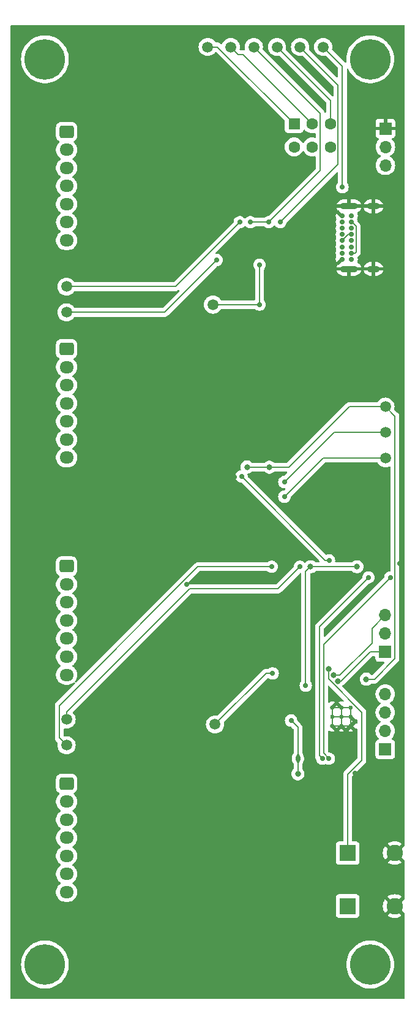
<source format=gbr>
%TF.GenerationSoftware,KiCad,Pcbnew,8.0.1*%
%TF.CreationDate,2024-04-23T21:03:34-07:00*%
%TF.ProjectId,BatteryTelemetry,42617474-6572-4795-9465-6c656d657472,rev?*%
%TF.SameCoordinates,Original*%
%TF.FileFunction,Copper,L2,Bot*%
%TF.FilePolarity,Positive*%
%FSLAX46Y46*%
G04 Gerber Fmt 4.6, Leading zero omitted, Abs format (unit mm)*
G04 Created by KiCad (PCBNEW 8.0.1) date 2024-04-23 21:03:34*
%MOMM*%
%LPD*%
G01*
G04 APERTURE LIST*
G04 Aperture macros list*
%AMRoundRect*
0 Rectangle with rounded corners*
0 $1 Rounding radius*
0 $2 $3 $4 $5 $6 $7 $8 $9 X,Y pos of 4 corners*
0 Add a 4 corners polygon primitive as box body*
4,1,4,$2,$3,$4,$5,$6,$7,$8,$9,$2,$3,0*
0 Add four circle primitives for the rounded corners*
1,1,$1+$1,$2,$3*
1,1,$1+$1,$4,$5*
1,1,$1+$1,$6,$7*
1,1,$1+$1,$8,$9*
0 Add four rect primitives between the rounded corners*
20,1,$1+$1,$2,$3,$4,$5,0*
20,1,$1+$1,$4,$5,$6,$7,0*
20,1,$1+$1,$6,$7,$8,$9,0*
20,1,$1+$1,$8,$9,$2,$3,0*%
G04 Aperture macros list end*
%TA.AperFunction,ComponentPad*%
%ADD10C,5.600000*%
%TD*%
%TA.AperFunction,ComponentPad*%
%ADD11C,1.500000*%
%TD*%
%TA.AperFunction,ComponentPad*%
%ADD12RoundRect,0.250000X-0.725000X0.600000X-0.725000X-0.600000X0.725000X-0.600000X0.725000X0.600000X0*%
%TD*%
%TA.AperFunction,ComponentPad*%
%ADD13O,1.950000X1.700000*%
%TD*%
%TA.AperFunction,ComponentPad*%
%ADD14R,2.250000X2.250000*%
%TD*%
%TA.AperFunction,ComponentPad*%
%ADD15C,2.250000*%
%TD*%
%TA.AperFunction,ComponentPad*%
%ADD16R,1.700000X1.700000*%
%TD*%
%TA.AperFunction,ComponentPad*%
%ADD17O,1.700000X1.700000*%
%TD*%
%TA.AperFunction,ComponentPad*%
%ADD18C,0.600000*%
%TD*%
%TA.AperFunction,ComponentPad*%
%ADD19R,1.600000X1.600000*%
%TD*%
%TA.AperFunction,ComponentPad*%
%ADD20C,1.600000*%
%TD*%
%TA.AperFunction,ComponentPad*%
%ADD21C,0.700000*%
%TD*%
%TA.AperFunction,ComponentPad*%
%ADD22O,2.400000X0.900000*%
%TD*%
%TA.AperFunction,ComponentPad*%
%ADD23O,1.700000X0.900000*%
%TD*%
%TA.AperFunction,ViaPad*%
%ADD24C,0.711200*%
%TD*%
%TA.AperFunction,ViaPad*%
%ADD25C,0.700000*%
%TD*%
%TA.AperFunction,ViaPad*%
%ADD26C,0.800000*%
%TD*%
%TA.AperFunction,Conductor*%
%ADD27C,0.200000*%
%TD*%
%TA.AperFunction,Conductor*%
%ADD28C,0.203200*%
%TD*%
G04 APERTURE END LIST*
D10*
%TO.P,H4,1,1*%
%TO.N,/Chassis*%
X75000000Y-155000000D03*
%TD*%
D11*
%TO.P,TP6,1,1*%
%TO.N,Net-(D4-K)*%
X68490000Y-28300000D03*
%TD*%
%TO.P,TP3,1,1*%
%TO.N,+3V3*%
X58905000Y-28300000D03*
%TD*%
%TO.P,TP4,1,1*%
%TO.N,/V3_EXT*%
X62100000Y-28300000D03*
%TD*%
%TO.P,TP1,1,1*%
%TO.N,/V3_BAT*%
X52515000Y-28300000D03*
%TD*%
D12*
%TO.P,J4,1,Pin_1*%
%TO.N,Net-(D13-A2)*%
X33000000Y-130000000D03*
D13*
%TO.P,J4,2,Pin_2*%
%TO.N,Net-(J4-Pin_2)*%
X33000000Y-132500000D03*
%TO.P,J4,3,Pin_3*%
%TO.N,Net-(J4-Pin_3)*%
X33000000Y-135000000D03*
%TO.P,J4,4,Pin_4*%
%TO.N,Net-(J4-Pin_4)*%
X33000000Y-137500000D03*
%TO.P,J4,5,Pin_5*%
%TO.N,Net-(J4-Pin_5)*%
X33000000Y-140000000D03*
%TO.P,J4,6,Pin_6*%
%TO.N,Net-(J4-Pin_6)*%
X33000000Y-142500000D03*
%TO.P,J4,7,Pin_7*%
%TO.N,Net-(J4-Pin_7)*%
X33000000Y-145000000D03*
%TD*%
D10*
%TO.P,H3,1,1*%
%TO.N,/Chassis*%
X30000000Y-155000000D03*
%TD*%
D11*
%TO.P,TP13,1,1*%
%TO.N,/RESET*%
X77100000Y-77975000D03*
%TD*%
%TO.P,TP9,1,1*%
%TO.N,/SDA_BAT3*%
X33000000Y-121175000D03*
%TD*%
D14*
%TO.P,SW2,1,1*%
%TO.N,/RUN*%
X71875000Y-139600000D03*
D15*
%TO.P,SW2,2,2*%
%TO.N,GND*%
X78375000Y-139600000D03*
%TD*%
D10*
%TO.P,H2,1,1*%
%TO.N,/Chassis*%
X75000000Y-30000000D03*
%TD*%
D16*
%TO.P,J6,1,Pin_1*%
%TO.N,/UART0 TX*%
X77075000Y-125275000D03*
D17*
%TO.P,J6,2,Pin_2*%
%TO.N,/UART0 RX*%
X77075000Y-122735000D03*
%TO.P,J6,3,Pin_3*%
%TO.N,/UART0 CTS*%
X77075000Y-120195000D03*
%TO.P,J6,4,Pin_4*%
%TO.N,/UART0 RTS*%
X77075000Y-117655000D03*
%TD*%
D18*
%TO.P,U1,57,GND*%
%TO.N,GND*%
X72287500Y-122050000D03*
X72287500Y-120775000D03*
X72287500Y-119500000D03*
X71012500Y-122050000D03*
X71012500Y-120775000D03*
X71012500Y-119500000D03*
X69737500Y-122050000D03*
X69737500Y-120775000D03*
X69737500Y-119500000D03*
%TD*%
D10*
%TO.P,H1,1,1*%
%TO.N,/Chassis*%
X30000000Y-30000000D03*
%TD*%
D19*
%TO.P,SW3,1,A*%
%TO.N,/V3_BAT*%
X64475000Y-38900000D03*
D20*
%TO.P,SW3,2,B*%
%TO.N,Net-(D6-A)*%
X66975000Y-38900000D03*
%TO.P,SW3,3,C*%
%TO.N,/V3_EXT*%
X69475000Y-38900000D03*
%TO.P,SW3,4*%
%TO.N,/V3_BAT*%
X64475000Y-42100000D03*
%TO.P,SW3,5*%
%TO.N,Net-(D6-A)*%
X66975000Y-42100000D03*
%TO.P,SW3,6*%
%TO.N,/V3_EXT*%
X69475000Y-42100000D03*
%TD*%
D11*
%TO.P,TP15,1,1*%
%TO.N,/I2C0 SCL*%
X77100000Y-85075000D03*
%TD*%
%TO.P,TP8,1,1*%
%TO.N,/SCL_BAT1*%
X33000000Y-64950000D03*
%TD*%
%TO.P,TP2,1,1*%
%TO.N,Net-(D6-A)*%
X55710000Y-28300000D03*
%TD*%
%TO.P,TP12,1,1*%
%TO.N,/BAT3*%
X53525000Y-121850000D03*
%TD*%
D21*
%TO.P,J5,A1,GND*%
%TO.N,GND*%
X71075000Y-57600000D03*
%TO.P,J5,A4,VBUS*%
%TO.N,Net-(D4-A)*%
X71075000Y-56750000D03*
%TO.P,J5,A5,CC1*%
%TO.N,Net-(J5-CC1)*%
X71075000Y-55900000D03*
%TO.P,J5,A6,D+*%
%TO.N,/USB_D+*%
X71075000Y-55050000D03*
%TO.P,J5,A7,D-*%
%TO.N,/USB_D-*%
X71075000Y-54200000D03*
%TO.P,J5,A8,SBU1*%
%TO.N,unconnected-(J5-SBU1-PadA8)*%
X71075000Y-53350000D03*
%TO.P,J5,A9,VBUS*%
%TO.N,Net-(D4-A)*%
X71075000Y-52500000D03*
%TO.P,J5,A12,GND*%
%TO.N,GND*%
X71075000Y-51650000D03*
%TO.P,J5,B1,GND*%
X72425000Y-51650000D03*
%TO.P,J5,B4,VBUS*%
%TO.N,Net-(D4-A)*%
X72425000Y-52500000D03*
%TO.P,J5,B5,CC2*%
%TO.N,Net-(J5-CC2)*%
X72425000Y-53350000D03*
%TO.P,J5,B6,D+*%
%TO.N,/USB_D+*%
X72425000Y-54200000D03*
%TO.P,J5,B7,D-*%
%TO.N,/USB_D-*%
X72425000Y-55050000D03*
%TO.P,J5,B8,SBU2*%
%TO.N,unconnected-(J5-SBU2-PadB8)*%
X72425000Y-55900000D03*
%TO.P,J5,B9,VBUS*%
%TO.N,Net-(D4-A)*%
X72425000Y-56750000D03*
%TO.P,J5,B12,GND*%
%TO.N,GND*%
X72425000Y-57600000D03*
D22*
%TO.P,J5,S1,SHIELD*%
X72055000Y-58950000D03*
D23*
X75435000Y-58950000D03*
D22*
X72055000Y-50300000D03*
D23*
X75435000Y-50300000D03*
%TD*%
D11*
%TO.P,TP10,1,1*%
%TO.N,/SCL_BAT3*%
X33000000Y-124725000D03*
%TD*%
%TO.P,TP7,1,1*%
%TO.N,/SDA_BAT1*%
X33000000Y-61400000D03*
%TD*%
D12*
%TO.P,J1,1,Pin_1*%
%TO.N,Net-(D10-A2)*%
X33000000Y-40000000D03*
D13*
%TO.P,J1,2,Pin_2*%
%TO.N,Net-(J1-Pin_2)*%
X33000000Y-42500000D03*
%TO.P,J1,3,Pin_3*%
%TO.N,Net-(J1-Pin_3)*%
X33000000Y-45000000D03*
%TO.P,J1,4,Pin_4*%
%TO.N,Net-(J1-Pin_4)*%
X33000000Y-47500000D03*
%TO.P,J1,5,Pin_5*%
%TO.N,Net-(J1-Pin_5)*%
X33000000Y-50000000D03*
%TO.P,J1,6,Pin_6*%
%TO.N,Net-(J1-Pin_6)*%
X33000000Y-52500000D03*
%TO.P,J1,7,Pin_7*%
%TO.N,Net-(J1-Pin_7)*%
X33000000Y-55000000D03*
%TD*%
D16*
%TO.P,J8,1,Pin_1*%
%TO.N,GND*%
X77100000Y-39560000D03*
D17*
%TO.P,J8,2,Pin_2*%
%TO.N,/V3_EXT*%
X77100000Y-42100000D03*
%TO.P,J8,3,Pin_3*%
%TO.N,/V5_EXT*%
X77100000Y-44640000D03*
%TD*%
D12*
%TO.P,J3,1,Pin_1*%
%TO.N,Net-(D12-A2)*%
X33000000Y-100000000D03*
D13*
%TO.P,J3,2,Pin_2*%
%TO.N,Net-(J3-Pin_2)*%
X33000000Y-102500000D03*
%TO.P,J3,3,Pin_3*%
%TO.N,Net-(J3-Pin_3)*%
X33000000Y-105000000D03*
%TO.P,J3,4,Pin_4*%
%TO.N,Net-(J3-Pin_4)*%
X33000000Y-107500000D03*
%TO.P,J3,5,Pin_5*%
%TO.N,Net-(J3-Pin_5)*%
X33000000Y-110000000D03*
%TO.P,J3,6,Pin_6*%
%TO.N,Net-(J3-Pin_6)*%
X33000000Y-112500000D03*
%TO.P,J3,7,Pin_7*%
%TO.N,Net-(J3-Pin_7)*%
X33000000Y-115000000D03*
%TD*%
D12*
%TO.P,J2,1,Pin_1*%
%TO.N,Net-(D11-A2)*%
X33000000Y-70000000D03*
D13*
%TO.P,J2,2,Pin_2*%
%TO.N,Net-(J2-Pin_2)*%
X33000000Y-72500000D03*
%TO.P,J2,3,Pin_3*%
%TO.N,Net-(J2-Pin_3)*%
X33000000Y-75000000D03*
%TO.P,J2,4,Pin_4*%
%TO.N,Net-(J2-Pin_4)*%
X33000000Y-77500000D03*
%TO.P,J2,5,Pin_5*%
%TO.N,Net-(J2-Pin_5)*%
X33000000Y-80000000D03*
%TO.P,J2,6,Pin_6*%
%TO.N,Net-(J2-Pin_6)*%
X33000000Y-82500000D03*
%TO.P,J2,7,Pin_7*%
%TO.N,Net-(J2-Pin_7)*%
X33000000Y-85000000D03*
%TD*%
D11*
%TO.P,TP5,1,1*%
%TO.N,/V3_USB*%
X65295000Y-28300000D03*
%TD*%
%TO.P,TP14,1,1*%
%TO.N,/I2C0 SDA*%
X77100000Y-81525000D03*
%TD*%
D16*
%TO.P,J7,1,Pin_1*%
%TO.N,Net-(J7-Pin_1)*%
X77075000Y-111850000D03*
D17*
%TO.P,J7,2,Pin_2*%
%TO.N,GND*%
X77075000Y-109310000D03*
%TO.P,J7,3,Pin_3*%
%TO.N,Net-(J7-Pin_3)*%
X77075000Y-106770000D03*
%TD*%
D11*
%TO.P,TP11,1,1*%
%TO.N,/BAT1*%
X53250000Y-63875000D03*
%TD*%
D14*
%TO.P,SW1,1,1*%
%TO.N,/USB_BOOT*%
X71875000Y-146925000D03*
D15*
%TO.P,SW1,2,2*%
%TO.N,GND*%
X78375000Y-146925000D03*
%TD*%
D24*
%TO.N,GND*%
X49650000Y-42500000D03*
X59700000Y-70100000D03*
X49650000Y-137500000D03*
X65300000Y-81700000D03*
X56100000Y-129200000D03*
X49650000Y-110000000D03*
X49650000Y-132500000D03*
X49650000Y-40000000D03*
X49650000Y-140000000D03*
X70400000Y-102750000D03*
X49650000Y-102500000D03*
X62825000Y-95500000D03*
X49650000Y-105000000D03*
X49650000Y-130000000D03*
X56250000Y-87650000D03*
X49650000Y-107500000D03*
X49650000Y-45000000D03*
X49650000Y-47525000D03*
X49650000Y-115000000D03*
X49650000Y-72500000D03*
X79100000Y-99625000D03*
X49650000Y-55000000D03*
X49650000Y-85000000D03*
X49650000Y-77500000D03*
X49650000Y-135000000D03*
X49650000Y-82500000D03*
X49650000Y-80000000D03*
X49650000Y-50000000D03*
X49650000Y-100000000D03*
X49650000Y-32000000D03*
X49650000Y-145000000D03*
X63300000Y-123375000D03*
X49650000Y-70000000D03*
X72900000Y-128625000D03*
X62700000Y-47475000D03*
X49650000Y-75000000D03*
D25*
X72562500Y-115600000D03*
D24*
X49650000Y-142500000D03*
X49650000Y-112500000D03*
X49650000Y-52500000D03*
%TO.N,Net-(D4-K)*%
X71150000Y-47675000D03*
%TO.N,/V3_USB*%
X62575000Y-52500000D03*
%TO.N,+3V3*%
X66075000Y-116475000D03*
D25*
X60950000Y-52500000D03*
X65000000Y-126562394D03*
D26*
X73169975Y-100075000D03*
D25*
X58425000Y-52500000D03*
D24*
X64050000Y-121300000D03*
D26*
X65000000Y-128675000D03*
X66750000Y-100075000D03*
D24*
%TO.N,/BAT1*%
X59700000Y-63875000D03*
X59700000Y-58400000D03*
%TO.N,/SDA_BAT1*%
X56950000Y-52500000D03*
%TO.N,/SCL_BAT1*%
X53775000Y-57725000D03*
%TO.N,/BAT3*%
X61500000Y-114800000D03*
D26*
%TO.N,Net-(J7-Pin_1)*%
X70506323Y-115860929D03*
%TO.N,Net-(J7-Pin_3)*%
X69936467Y-115039181D03*
D24*
%TO.N,/I2C0 SCL*%
X63125000Y-90400000D03*
%TO.N,/I2C0 SDA*%
X63125000Y-88375000D03*
D26*
%TO.N,/RUN*%
X69236467Y-114225000D03*
D25*
%TO.N,Net-(U1-USB_DP)*%
X77775000Y-101550000D03*
X69281250Y-126562394D03*
%TO.N,Net-(U1-USB_DM)*%
X74775000Y-101550000D03*
X68368154Y-126562394D03*
D26*
%TO.N,/RESET*%
X57950000Y-86300000D03*
X74450000Y-115600668D03*
X61050000Y-86325000D03*
D24*
%TO.N,/SCL_BAT3*%
X61350000Y-100075000D03*
%TO.N,/SDA_BAT3*%
X65275000Y-100075000D03*
%TO.N,Net-(U1-GPIO26_ADC0)*%
X57200000Y-87600000D03*
D25*
X69300000Y-99200000D03*
%TD*%
D27*
%TO.N,Net-(U1-GPIO26_ADC0)*%
X69300000Y-99200000D02*
X68775000Y-99200000D01*
X68775000Y-99200000D02*
X57200000Y-87625000D01*
X57200000Y-87625000D02*
X57200000Y-87600000D01*
%TO.N,GND*%
X71012500Y-119500000D02*
X72287500Y-119500000D01*
X69737500Y-122050000D02*
X69737500Y-120775000D01*
X69737500Y-122050000D02*
X71012500Y-122050000D01*
X71012500Y-119500000D02*
X71012500Y-120775000D01*
X71012500Y-120775000D02*
X71012500Y-122050000D01*
X71012500Y-119500000D02*
X69737500Y-119500000D01*
X72287500Y-120775000D02*
X72287500Y-122050000D01*
X72287500Y-119500000D02*
X72287500Y-120775000D01*
X69737500Y-120775000D02*
X69737500Y-119500000D01*
X72287500Y-120775000D02*
X71012500Y-120775000D01*
X69737500Y-120775000D02*
X71012500Y-120775000D01*
X71012500Y-122050000D02*
X72287500Y-122050000D01*
D28*
%TO.N,/V3_BAT*%
X53875000Y-28300000D02*
X64475000Y-38900000D01*
X52515000Y-28300000D02*
X53875000Y-28300000D01*
%TO.N,Net-(D4-K)*%
X71150000Y-47675000D02*
X71150000Y-30960000D01*
X71150000Y-30960000D02*
X68490000Y-28300000D01*
%TO.N,/V3_USB*%
X70554400Y-44520600D02*
X62575000Y-52500000D01*
X65295000Y-28300000D02*
X70554400Y-33559400D01*
D27*
X62575000Y-52600000D02*
X62575000Y-52650000D01*
X62525000Y-52600000D02*
X62575000Y-52600000D01*
X62575000Y-52650000D02*
X62475000Y-52550000D01*
D28*
X70554400Y-33559400D02*
X70554400Y-44520600D01*
D27*
%TO.N,+3V3*%
X64975000Y-128700000D02*
X64975000Y-128725000D01*
X66075000Y-116475000D02*
X66075000Y-100750000D01*
X66925000Y-100100000D02*
X66750000Y-100075000D01*
X66075000Y-100750000D02*
X66750000Y-100075000D01*
D28*
X68054400Y-37449400D02*
X68054400Y-45395600D01*
D27*
X65000000Y-122250000D02*
X64050000Y-121300000D01*
X60925000Y-52475000D02*
X58450000Y-52475000D01*
X60950000Y-52500000D02*
X60925000Y-52475000D01*
X65000000Y-128675000D02*
X64975000Y-128700000D01*
X66875000Y-100100000D02*
X66900000Y-100100000D01*
D28*
X58905000Y-28300000D02*
X68054400Y-37449400D01*
X68054400Y-45395600D02*
X60950000Y-52500000D01*
D27*
X58450000Y-52475000D02*
X58425000Y-52500000D01*
X65000000Y-126562394D02*
X65000000Y-128675000D01*
X73169975Y-100075000D02*
X66750000Y-100075000D01*
X66075000Y-116475000D02*
X66100000Y-116450000D01*
X65000000Y-126562394D02*
X65000000Y-122250000D01*
X66750000Y-100075000D02*
X66875000Y-100100000D01*
D28*
%TO.N,/BAT1*%
X59700000Y-58400000D02*
X59700000Y-58500000D01*
X59700000Y-63875000D02*
X53250000Y-63875000D01*
X59700000Y-63875000D02*
X59700000Y-58400000D01*
%TO.N,/SDA_BAT1*%
X48050000Y-61400000D02*
X33000000Y-61400000D01*
X56950000Y-52500000D02*
X48050000Y-61400000D01*
%TO.N,/SCL_BAT1*%
X46550000Y-64950000D02*
X33000000Y-64950000D01*
X53775000Y-57725000D02*
X46550000Y-64950000D01*
%TO.N,/BAT3*%
X61500000Y-114800000D02*
X60575000Y-114800000D01*
X60575000Y-114800000D02*
X53525000Y-121850000D01*
D27*
%TO.N,Net-(D4-A)*%
X72919974Y-56750000D02*
X73055000Y-56614974D01*
X73055000Y-56614974D02*
X73055000Y-53089045D01*
X73055000Y-53089045D02*
X72465955Y-52500000D01*
X72465955Y-52500000D02*
X72425000Y-52500000D01*
X72425000Y-56750000D02*
X72919974Y-56750000D01*
%TO.N,/USB_D+*%
X71144239Y-55050000D02*
X71075000Y-55050000D01*
X71994239Y-54200000D02*
X71144239Y-55050000D01*
X72425000Y-54200000D02*
X71994239Y-54200000D01*
%TO.N,Net-(J7-Pin_1)*%
X74987021Y-111850000D02*
X77075000Y-111850000D01*
X70976092Y-115860929D02*
X74987021Y-111850000D01*
X70506323Y-115860929D02*
X70976092Y-115860929D01*
%TO.N,Net-(J7-Pin_3)*%
X75225000Y-110600000D02*
X75225000Y-108620000D01*
X75225000Y-108620000D02*
X77075000Y-106770000D01*
X70785819Y-115039181D02*
X75225000Y-110600000D01*
X69936467Y-115039181D02*
X70785819Y-115039181D01*
D28*
%TO.N,/I2C0 SCL*%
X68450000Y-85075000D02*
X63125000Y-90400000D01*
X77100000Y-85075000D02*
X68450000Y-85075000D01*
%TO.N,/I2C0 SDA*%
X77100000Y-81525000D02*
X69975000Y-81525000D01*
X69975000Y-81525000D02*
X63125000Y-88375000D01*
%TO.N,/RUN*%
X71875000Y-139600000D02*
X71875000Y-128751974D01*
D27*
X69236467Y-115579787D02*
X73825000Y-120168320D01*
X69236467Y-114225000D02*
X69236467Y-115579787D01*
D28*
X73825000Y-126801974D02*
X73825000Y-120168320D01*
X71875000Y-128751974D02*
X73825000Y-126801974D01*
D27*
%TO.N,Net-(U1-USB_DP)*%
X68536467Y-110788533D02*
X77775000Y-101550000D01*
X69281250Y-126556250D02*
X68536467Y-125811467D01*
X68536467Y-125811467D02*
X68536467Y-110788533D01*
%TO.N,Net-(U1-USB_DM)*%
X67950000Y-126144240D02*
X67950000Y-108375000D01*
X67950000Y-108375000D02*
X74775000Y-101550000D01*
X68368154Y-126562394D02*
X67950000Y-126144240D01*
D28*
%TO.N,Net-(D6-A)*%
X57404400Y-29329400D02*
X66975000Y-38900000D01*
X56739400Y-29329400D02*
X57404400Y-29329400D01*
X55710000Y-28300000D02*
X56739400Y-29329400D01*
%TO.N,/V3_EXT*%
X69475000Y-35675000D02*
X69475000Y-38900000D01*
X62100000Y-28300000D02*
X69475000Y-35675000D01*
%TO.N,/RESET*%
X77100000Y-77975000D02*
X72100000Y-77975000D01*
D27*
X57975000Y-86325000D02*
X57950000Y-86300000D01*
D28*
X72100000Y-77975000D02*
X63750000Y-86325000D01*
X75583132Y-115600668D02*
X74450000Y-115600668D01*
D27*
X63750000Y-86325000D02*
X61050000Y-86325000D01*
D28*
X78404400Y-79279400D02*
X78404400Y-112779400D01*
D27*
X61050000Y-86325000D02*
X57975000Y-86325000D01*
D28*
X78404400Y-112779400D02*
X75583132Y-115600668D01*
X77100000Y-77975000D02*
X78404400Y-79279400D01*
%TO.N,/SCL_BAT3*%
X61350000Y-100075000D02*
X51150000Y-100075000D01*
X51150000Y-100075000D02*
X31970600Y-119254400D01*
X31970600Y-119254400D02*
X31970600Y-123695600D01*
X31970600Y-123695600D02*
X33000000Y-124725000D01*
%TO.N,/SDA_BAT3*%
X50015000Y-103135000D02*
X33000000Y-120150000D01*
X62215000Y-103135000D02*
X50015000Y-103135000D01*
X33000000Y-120150000D02*
X33000000Y-121175000D01*
X65275000Y-100075000D02*
X62215000Y-103135000D01*
D27*
%TO.N,Net-(U1-GPIO26_ADC0)*%
X57200000Y-87600000D02*
X57175000Y-87600000D01*
X57175000Y-87600000D02*
X57250000Y-87675000D01*
%TD*%
%TA.AperFunction,Conductor*%
%TO.N,GND*%
G36*
X69342170Y-116535171D02*
G01*
X69348648Y-116541203D01*
X71316535Y-118509090D01*
X71350020Y-118570413D01*
X71345036Y-118640105D01*
X71303164Y-118696038D01*
X71237700Y-118720455D01*
X71198751Y-118715261D01*
X71198430Y-118716672D01*
X71191638Y-118715121D01*
X71012503Y-118694938D01*
X71012497Y-118694938D01*
X70833361Y-118715121D01*
X70833358Y-118715122D01*
X70663201Y-118774662D01*
X70663191Y-118774667D01*
X70649391Y-118783337D01*
X70649391Y-118783338D01*
X71278372Y-119412319D01*
X71311857Y-119473642D01*
X71306873Y-119543334D01*
X71278372Y-119587681D01*
X71100181Y-119765872D01*
X71038858Y-119799357D01*
X70969166Y-119794373D01*
X70924819Y-119765872D01*
X70693757Y-119534810D01*
X70837500Y-119534810D01*
X70864143Y-119599129D01*
X70913371Y-119648357D01*
X70977690Y-119675000D01*
X71047310Y-119675000D01*
X71111629Y-119648357D01*
X71160857Y-119599129D01*
X71187500Y-119534810D01*
X71187500Y-119465190D01*
X71160857Y-119400871D01*
X71111629Y-119351643D01*
X71047310Y-119325000D01*
X70977690Y-119325000D01*
X70913371Y-119351643D01*
X70864143Y-119400871D01*
X70837500Y-119465190D01*
X70837500Y-119534810D01*
X70693757Y-119534810D01*
X70375000Y-119216053D01*
X69825181Y-119765872D01*
X69763858Y-119799357D01*
X69694166Y-119794373D01*
X69649819Y-119765872D01*
X69471627Y-119587680D01*
X69442758Y-119534810D01*
X69562500Y-119534810D01*
X69589143Y-119599129D01*
X69638371Y-119648357D01*
X69702690Y-119675000D01*
X69772310Y-119675000D01*
X69836629Y-119648357D01*
X69885857Y-119599129D01*
X69912500Y-119534810D01*
X69912500Y-119465190D01*
X69885857Y-119400871D01*
X69836629Y-119351643D01*
X69772310Y-119325000D01*
X69702690Y-119325000D01*
X69638371Y-119351643D01*
X69589143Y-119400871D01*
X69562500Y-119465190D01*
X69562500Y-119534810D01*
X69442758Y-119534810D01*
X69438142Y-119526357D01*
X69443126Y-119456665D01*
X69471627Y-119412318D01*
X70100607Y-118783338D01*
X70086804Y-118774665D01*
X69916638Y-118715121D01*
X69737503Y-118694938D01*
X69737497Y-118694938D01*
X69558361Y-118715121D01*
X69558358Y-118715122D01*
X69388198Y-118774663D01*
X69326939Y-118813155D01*
X69259702Y-118832155D01*
X69192867Y-118811787D01*
X69147653Y-118758519D01*
X69136967Y-118708161D01*
X69136967Y-116628884D01*
X69156652Y-116561845D01*
X69209456Y-116516090D01*
X69278614Y-116506146D01*
X69342170Y-116535171D01*
G37*
%TD.AperFunction*%
%TA.AperFunction,Conductor*%
G36*
X79688539Y-25274185D02*
G01*
X79734294Y-25326989D01*
X79745500Y-25378500D01*
X79745500Y-138531690D01*
X79725815Y-138598729D01*
X79709181Y-138619371D01*
X78976041Y-139352510D01*
X78951022Y-139292110D01*
X78879888Y-139185649D01*
X78789351Y-139095112D01*
X78682890Y-139023978D01*
X78622488Y-138998958D01*
X79336912Y-138284533D01*
X79333107Y-138281284D01*
X79333098Y-138281277D01*
X79115015Y-138147636D01*
X79115012Y-138147634D01*
X78878702Y-138049752D01*
X78629988Y-137990042D01*
X78629989Y-137990042D01*
X78375000Y-137969975D01*
X78120010Y-137990042D01*
X77871297Y-138049752D01*
X77634987Y-138147634D01*
X77634984Y-138147636D01*
X77416893Y-138281282D01*
X77413086Y-138284532D01*
X78127512Y-138998958D01*
X78067110Y-139023978D01*
X77960649Y-139095112D01*
X77870112Y-139185649D01*
X77798978Y-139292110D01*
X77773958Y-139352512D01*
X77059532Y-138638086D01*
X77056282Y-138641893D01*
X76922636Y-138859984D01*
X76922634Y-138859987D01*
X76824752Y-139096297D01*
X76765042Y-139345010D01*
X76744975Y-139600000D01*
X76765042Y-139854989D01*
X76824752Y-140103702D01*
X76922634Y-140340012D01*
X76922636Y-140340015D01*
X77056277Y-140558098D01*
X77056284Y-140558107D01*
X77059533Y-140561912D01*
X77773958Y-139847487D01*
X77798978Y-139907890D01*
X77870112Y-140014351D01*
X77960649Y-140104888D01*
X78067110Y-140176022D01*
X78127511Y-140201041D01*
X77413087Y-140915465D01*
X77416897Y-140918719D01*
X77634984Y-141052363D01*
X77634987Y-141052365D01*
X77871297Y-141150247D01*
X78120011Y-141209957D01*
X78120010Y-141209957D01*
X78375000Y-141230024D01*
X78629989Y-141209957D01*
X78878702Y-141150247D01*
X79115012Y-141052365D01*
X79115015Y-141052363D01*
X79333095Y-140918724D01*
X79333110Y-140918713D01*
X79336911Y-140915466D01*
X79336911Y-140915464D01*
X78622489Y-140201041D01*
X78682890Y-140176022D01*
X78789351Y-140104888D01*
X78879888Y-140014351D01*
X78951022Y-139907890D01*
X78976041Y-139847488D01*
X79709181Y-140580628D01*
X79742666Y-140641951D01*
X79745500Y-140668309D01*
X79745500Y-145856690D01*
X79725815Y-145923729D01*
X79709181Y-145944371D01*
X78976041Y-146677510D01*
X78951022Y-146617110D01*
X78879888Y-146510649D01*
X78789351Y-146420112D01*
X78682890Y-146348978D01*
X78622488Y-146323958D01*
X79336912Y-145609533D01*
X79333107Y-145606284D01*
X79333098Y-145606277D01*
X79115015Y-145472636D01*
X79115012Y-145472634D01*
X78878702Y-145374752D01*
X78629988Y-145315042D01*
X78629989Y-145315042D01*
X78375000Y-145294975D01*
X78120010Y-145315042D01*
X77871297Y-145374752D01*
X77634987Y-145472634D01*
X77634984Y-145472636D01*
X77416893Y-145606282D01*
X77413086Y-145609532D01*
X78127512Y-146323958D01*
X78067110Y-146348978D01*
X77960649Y-146420112D01*
X77870112Y-146510649D01*
X77798978Y-146617110D01*
X77773958Y-146677512D01*
X77059532Y-145963086D01*
X77056282Y-145966893D01*
X76922636Y-146184984D01*
X76922634Y-146184987D01*
X76824752Y-146421297D01*
X76765042Y-146670010D01*
X76744975Y-146925000D01*
X76765042Y-147179989D01*
X76824752Y-147428702D01*
X76922634Y-147665012D01*
X76922636Y-147665015D01*
X77056277Y-147883098D01*
X77056284Y-147883107D01*
X77059533Y-147886912D01*
X77773958Y-147172487D01*
X77798978Y-147232890D01*
X77870112Y-147339351D01*
X77960649Y-147429888D01*
X78067110Y-147501022D01*
X78127511Y-147526041D01*
X77413087Y-148240465D01*
X77416897Y-148243719D01*
X77634984Y-148377363D01*
X77634987Y-148377365D01*
X77871297Y-148475247D01*
X78120011Y-148534957D01*
X78120010Y-148534957D01*
X78375000Y-148555024D01*
X78629989Y-148534957D01*
X78878702Y-148475247D01*
X79115012Y-148377365D01*
X79115015Y-148377363D01*
X79333095Y-148243724D01*
X79333110Y-148243713D01*
X79336911Y-148240466D01*
X79336911Y-148240464D01*
X78622489Y-147526041D01*
X78682890Y-147501022D01*
X78789351Y-147429888D01*
X78879888Y-147339351D01*
X78951022Y-147232890D01*
X78976041Y-147172488D01*
X79709181Y-147905628D01*
X79742666Y-147966951D01*
X79745500Y-147993309D01*
X79745500Y-159621500D01*
X79725815Y-159688539D01*
X79673011Y-159734294D01*
X79621500Y-159745500D01*
X25378500Y-159745500D01*
X25311461Y-159725815D01*
X25265706Y-159673011D01*
X25254500Y-159621500D01*
X25254500Y-155000002D01*
X26694652Y-155000002D01*
X26714028Y-155357368D01*
X26714029Y-155357385D01*
X26771926Y-155710539D01*
X26771932Y-155710565D01*
X26867672Y-156055392D01*
X26867674Y-156055399D01*
X27000142Y-156387870D01*
X27000151Y-156387888D01*
X27167784Y-156704077D01*
X27167790Y-156704086D01*
X27368634Y-157000309D01*
X27368641Y-157000319D01*
X27600331Y-157273085D01*
X27600332Y-157273086D01*
X27860163Y-157519211D01*
X28145081Y-157735800D01*
X28451747Y-157920315D01*
X28451749Y-157920316D01*
X28451751Y-157920317D01*
X28451755Y-157920319D01*
X28776552Y-158070585D01*
X28776565Y-158070591D01*
X29115726Y-158184868D01*
X29465254Y-158261805D01*
X29821052Y-158300500D01*
X29821058Y-158300500D01*
X30178942Y-158300500D01*
X30178948Y-158300500D01*
X30534746Y-158261805D01*
X30884274Y-158184868D01*
X31223435Y-158070591D01*
X31548253Y-157920315D01*
X31854919Y-157735800D01*
X32139837Y-157519211D01*
X32399668Y-157273086D01*
X32631365Y-157000311D01*
X32832211Y-156704085D01*
X32999853Y-156387880D01*
X33132324Y-156055403D01*
X33228071Y-155710552D01*
X33285972Y-155357371D01*
X33305348Y-155000002D01*
X71694652Y-155000002D01*
X71714028Y-155357368D01*
X71714029Y-155357385D01*
X71771926Y-155710539D01*
X71771932Y-155710565D01*
X71867672Y-156055392D01*
X71867674Y-156055399D01*
X72000142Y-156387870D01*
X72000151Y-156387888D01*
X72167784Y-156704077D01*
X72167790Y-156704086D01*
X72368634Y-157000309D01*
X72368641Y-157000319D01*
X72600331Y-157273085D01*
X72600332Y-157273086D01*
X72860163Y-157519211D01*
X73145081Y-157735800D01*
X73451747Y-157920315D01*
X73451749Y-157920316D01*
X73451751Y-157920317D01*
X73451755Y-157920319D01*
X73776552Y-158070585D01*
X73776565Y-158070591D01*
X74115726Y-158184868D01*
X74465254Y-158261805D01*
X74821052Y-158300500D01*
X74821058Y-158300500D01*
X75178942Y-158300500D01*
X75178948Y-158300500D01*
X75534746Y-158261805D01*
X75884274Y-158184868D01*
X76223435Y-158070591D01*
X76548253Y-157920315D01*
X76854919Y-157735800D01*
X77139837Y-157519211D01*
X77399668Y-157273086D01*
X77631365Y-157000311D01*
X77832211Y-156704085D01*
X77999853Y-156387880D01*
X78132324Y-156055403D01*
X78228071Y-155710552D01*
X78285972Y-155357371D01*
X78305348Y-155000000D01*
X78285972Y-154642629D01*
X78228071Y-154289448D01*
X78132324Y-153944597D01*
X77999853Y-153612120D01*
X77832211Y-153295915D01*
X77631365Y-152999689D01*
X77631361Y-152999684D01*
X77631358Y-152999680D01*
X77399668Y-152726914D01*
X77139837Y-152480789D01*
X77139830Y-152480783D01*
X77139827Y-152480781D01*
X77072245Y-152429407D01*
X76854919Y-152264200D01*
X76548253Y-152079685D01*
X76548252Y-152079684D01*
X76548248Y-152079682D01*
X76548244Y-152079680D01*
X76223447Y-151929414D01*
X76223441Y-151929411D01*
X76223435Y-151929409D01*
X76053854Y-151872270D01*
X75884273Y-151815131D01*
X75534744Y-151738194D01*
X75178949Y-151699500D01*
X75178948Y-151699500D01*
X74821052Y-151699500D01*
X74821050Y-151699500D01*
X74465255Y-151738194D01*
X74115726Y-151815131D01*
X73859970Y-151901306D01*
X73776565Y-151929409D01*
X73776563Y-151929410D01*
X73776552Y-151929414D01*
X73451755Y-152079680D01*
X73451751Y-152079682D01*
X73223367Y-152217096D01*
X73145081Y-152264200D01*
X73056768Y-152331333D01*
X72860172Y-152480781D01*
X72860163Y-152480789D01*
X72600331Y-152726914D01*
X72368641Y-152999680D01*
X72368634Y-152999690D01*
X72167790Y-153295913D01*
X72167784Y-153295922D01*
X72000151Y-153612111D01*
X72000142Y-153612129D01*
X71867674Y-153944600D01*
X71867672Y-153944607D01*
X71771932Y-154289434D01*
X71771926Y-154289460D01*
X71714029Y-154642614D01*
X71714028Y-154642631D01*
X71694652Y-154999997D01*
X71694652Y-155000002D01*
X33305348Y-155000002D01*
X33305348Y-155000000D01*
X33285972Y-154642629D01*
X33228071Y-154289448D01*
X33132324Y-153944597D01*
X32999853Y-153612120D01*
X32832211Y-153295915D01*
X32631365Y-152999689D01*
X32631361Y-152999684D01*
X32631358Y-152999680D01*
X32399668Y-152726914D01*
X32139837Y-152480789D01*
X32139830Y-152480783D01*
X32139827Y-152480781D01*
X32072245Y-152429407D01*
X31854919Y-152264200D01*
X31548253Y-152079685D01*
X31548252Y-152079684D01*
X31548248Y-152079682D01*
X31548244Y-152079680D01*
X31223447Y-151929414D01*
X31223441Y-151929411D01*
X31223435Y-151929409D01*
X31053854Y-151872270D01*
X30884273Y-151815131D01*
X30534744Y-151738194D01*
X30178949Y-151699500D01*
X30178948Y-151699500D01*
X29821052Y-151699500D01*
X29821050Y-151699500D01*
X29465255Y-151738194D01*
X29115726Y-151815131D01*
X28859970Y-151901306D01*
X28776565Y-151929409D01*
X28776563Y-151929410D01*
X28776552Y-151929414D01*
X28451755Y-152079680D01*
X28451751Y-152079682D01*
X28223367Y-152217096D01*
X28145081Y-152264200D01*
X28056768Y-152331333D01*
X27860172Y-152480781D01*
X27860163Y-152480789D01*
X27600331Y-152726914D01*
X27368641Y-152999680D01*
X27368634Y-152999690D01*
X27167790Y-153295913D01*
X27167784Y-153295922D01*
X27000151Y-153612111D01*
X27000142Y-153612129D01*
X26867674Y-153944600D01*
X26867672Y-153944607D01*
X26771932Y-154289434D01*
X26771926Y-154289460D01*
X26714029Y-154642614D01*
X26714028Y-154642631D01*
X26694652Y-154999997D01*
X26694652Y-155000002D01*
X25254500Y-155000002D01*
X25254500Y-148097870D01*
X70249500Y-148097870D01*
X70249501Y-148097876D01*
X70255908Y-148157483D01*
X70306202Y-148292328D01*
X70306206Y-148292335D01*
X70392452Y-148407544D01*
X70392455Y-148407547D01*
X70507664Y-148493793D01*
X70507671Y-148493797D01*
X70642517Y-148544091D01*
X70642516Y-148544091D01*
X70649444Y-148544835D01*
X70702127Y-148550500D01*
X73047872Y-148550499D01*
X73107483Y-148544091D01*
X73242331Y-148493796D01*
X73357546Y-148407546D01*
X73443796Y-148292331D01*
X73494091Y-148157483D01*
X73500500Y-148097873D01*
X73500499Y-145752128D01*
X73494091Y-145692517D01*
X73461928Y-145606284D01*
X73443797Y-145557671D01*
X73443793Y-145557664D01*
X73357547Y-145442455D01*
X73357544Y-145442452D01*
X73242335Y-145356206D01*
X73242328Y-145356202D01*
X73107482Y-145305908D01*
X73107483Y-145305908D01*
X73047883Y-145299501D01*
X73047881Y-145299500D01*
X73047873Y-145299500D01*
X73047864Y-145299500D01*
X70702129Y-145299500D01*
X70702123Y-145299501D01*
X70642516Y-145305908D01*
X70507671Y-145356202D01*
X70507664Y-145356206D01*
X70392455Y-145442452D01*
X70392452Y-145442455D01*
X70306206Y-145557664D01*
X70306202Y-145557671D01*
X70255908Y-145692517D01*
X70249501Y-145752116D01*
X70249501Y-145752123D01*
X70249500Y-145752135D01*
X70249500Y-148097870D01*
X25254500Y-148097870D01*
X25254500Y-145106286D01*
X31524500Y-145106286D01*
X31557563Y-145315042D01*
X31557754Y-145316243D01*
X31608569Y-145472636D01*
X31623444Y-145518414D01*
X31719951Y-145707820D01*
X31844890Y-145879786D01*
X31995213Y-146030109D01*
X32167179Y-146155048D01*
X32167181Y-146155049D01*
X32167184Y-146155051D01*
X32356588Y-146251557D01*
X32558757Y-146317246D01*
X32768713Y-146350500D01*
X32768714Y-146350500D01*
X33231286Y-146350500D01*
X33231287Y-146350500D01*
X33441243Y-146317246D01*
X33643412Y-146251557D01*
X33832816Y-146155051D01*
X33854789Y-146139086D01*
X34004786Y-146030109D01*
X34004788Y-146030106D01*
X34004792Y-146030104D01*
X34155104Y-145879792D01*
X34155106Y-145879788D01*
X34155109Y-145879786D01*
X34280048Y-145707820D01*
X34280047Y-145707820D01*
X34280051Y-145707816D01*
X34376557Y-145518412D01*
X34442246Y-145316243D01*
X34475500Y-145106287D01*
X34475500Y-144893713D01*
X34442246Y-144683757D01*
X34376557Y-144481588D01*
X34280051Y-144292184D01*
X34280049Y-144292181D01*
X34280048Y-144292179D01*
X34155109Y-144120213D01*
X34004792Y-143969896D01*
X34004784Y-143969890D01*
X33840204Y-143850316D01*
X33797540Y-143794989D01*
X33791561Y-143725376D01*
X33824166Y-143663580D01*
X33840199Y-143649686D01*
X34004792Y-143530104D01*
X34155104Y-143379792D01*
X34155106Y-143379788D01*
X34155109Y-143379786D01*
X34280048Y-143207820D01*
X34280047Y-143207820D01*
X34280051Y-143207816D01*
X34376557Y-143018412D01*
X34442246Y-142816243D01*
X34475500Y-142606287D01*
X34475500Y-142393713D01*
X34442246Y-142183757D01*
X34376557Y-141981588D01*
X34280051Y-141792184D01*
X34280049Y-141792181D01*
X34280048Y-141792179D01*
X34155109Y-141620213D01*
X34004792Y-141469896D01*
X34004784Y-141469890D01*
X33840204Y-141350316D01*
X33797540Y-141294989D01*
X33791561Y-141225376D01*
X33824166Y-141163580D01*
X33840199Y-141149686D01*
X34004792Y-141030104D01*
X34155104Y-140879792D01*
X34155106Y-140879788D01*
X34155109Y-140879786D01*
X34280048Y-140707820D01*
X34280047Y-140707820D01*
X34280051Y-140707816D01*
X34376557Y-140518412D01*
X34442246Y-140316243D01*
X34475500Y-140106287D01*
X34475500Y-139893713D01*
X34442246Y-139683757D01*
X34376557Y-139481588D01*
X34280051Y-139292184D01*
X34280049Y-139292181D01*
X34280048Y-139292179D01*
X34155109Y-139120213D01*
X34004792Y-138969896D01*
X33977407Y-138950000D01*
X33840204Y-138850316D01*
X33797540Y-138794989D01*
X33791561Y-138725376D01*
X33824166Y-138663580D01*
X33840199Y-138649686D01*
X34004792Y-138530104D01*
X34155104Y-138379792D01*
X34155106Y-138379788D01*
X34155109Y-138379786D01*
X34280048Y-138207820D01*
X34280047Y-138207820D01*
X34280051Y-138207816D01*
X34376557Y-138018412D01*
X34442246Y-137816243D01*
X34475500Y-137606287D01*
X34475500Y-137393713D01*
X34442246Y-137183757D01*
X34376557Y-136981588D01*
X34280051Y-136792184D01*
X34280049Y-136792181D01*
X34280048Y-136792179D01*
X34155109Y-136620213D01*
X34004792Y-136469896D01*
X34004784Y-136469890D01*
X33840204Y-136350316D01*
X33797540Y-136294989D01*
X33791561Y-136225376D01*
X33824166Y-136163580D01*
X33840199Y-136149686D01*
X34004792Y-136030104D01*
X34155104Y-135879792D01*
X34155106Y-135879788D01*
X34155109Y-135879786D01*
X34280048Y-135707820D01*
X34280047Y-135707820D01*
X34280051Y-135707816D01*
X34376557Y-135518412D01*
X34442246Y-135316243D01*
X34475500Y-135106287D01*
X34475500Y-134893713D01*
X34442246Y-134683757D01*
X34376557Y-134481588D01*
X34280051Y-134292184D01*
X34280049Y-134292181D01*
X34280048Y-134292179D01*
X34155109Y-134120213D01*
X34004792Y-133969896D01*
X34004784Y-133969890D01*
X33840204Y-133850316D01*
X33797540Y-133794989D01*
X33791561Y-133725376D01*
X33824166Y-133663580D01*
X33840199Y-133649686D01*
X34004792Y-133530104D01*
X34155104Y-133379792D01*
X34155106Y-133379788D01*
X34155109Y-133379786D01*
X34280048Y-133207820D01*
X34280047Y-133207820D01*
X34280051Y-133207816D01*
X34376557Y-133018412D01*
X34442246Y-132816243D01*
X34475500Y-132606287D01*
X34475500Y-132393713D01*
X34442246Y-132183757D01*
X34376557Y-131981588D01*
X34280051Y-131792184D01*
X34280049Y-131792181D01*
X34280048Y-131792179D01*
X34155109Y-131620213D01*
X34016294Y-131481398D01*
X33982809Y-131420075D01*
X33987793Y-131350383D01*
X34029665Y-131294450D01*
X34038879Y-131288178D01*
X34044331Y-131284814D01*
X34044334Y-131284814D01*
X34193656Y-131192712D01*
X34317712Y-131068656D01*
X34409814Y-130919334D01*
X34464999Y-130752797D01*
X34475500Y-130650009D01*
X34475499Y-129349992D01*
X34464999Y-129247203D01*
X34409814Y-129080666D01*
X34317712Y-128931344D01*
X34193656Y-128807288D01*
X34044334Y-128715186D01*
X33877797Y-128660001D01*
X33877795Y-128660000D01*
X33775010Y-128649500D01*
X32224998Y-128649500D01*
X32224981Y-128649501D01*
X32122203Y-128660000D01*
X32122200Y-128660001D01*
X31955668Y-128715185D01*
X31955663Y-128715187D01*
X31806342Y-128807289D01*
X31682289Y-128931342D01*
X31590187Y-129080663D01*
X31590186Y-129080666D01*
X31535001Y-129247203D01*
X31535001Y-129247204D01*
X31535000Y-129247204D01*
X31524500Y-129349983D01*
X31524500Y-130650001D01*
X31524501Y-130650018D01*
X31535000Y-130752796D01*
X31535001Y-130752799D01*
X31590185Y-130919331D01*
X31590187Y-130919336D01*
X31682289Y-131068657D01*
X31806344Y-131192712D01*
X31961120Y-131288178D01*
X32007845Y-131340126D01*
X32019068Y-131409088D01*
X31991224Y-131473171D01*
X31983706Y-131481398D01*
X31844889Y-131620215D01*
X31719951Y-131792179D01*
X31623444Y-131981585D01*
X31557753Y-132183760D01*
X31524500Y-132393713D01*
X31524500Y-132606286D01*
X31557753Y-132816239D01*
X31623444Y-133018414D01*
X31719951Y-133207820D01*
X31844890Y-133379786D01*
X31995209Y-133530105D01*
X31995214Y-133530109D01*
X32159793Y-133649682D01*
X32202459Y-133705011D01*
X32208438Y-133774625D01*
X32175833Y-133836420D01*
X32159793Y-133850318D01*
X31995214Y-133969890D01*
X31995209Y-133969894D01*
X31844890Y-134120213D01*
X31719951Y-134292179D01*
X31623444Y-134481585D01*
X31557753Y-134683760D01*
X31524500Y-134893713D01*
X31524500Y-135106286D01*
X31557753Y-135316239D01*
X31623444Y-135518414D01*
X31719951Y-135707820D01*
X31844890Y-135879786D01*
X31995209Y-136030105D01*
X31995214Y-136030109D01*
X32159793Y-136149682D01*
X32202459Y-136205011D01*
X32208438Y-136274625D01*
X32175833Y-136336420D01*
X32159793Y-136350318D01*
X31995214Y-136469890D01*
X31995209Y-136469894D01*
X31844890Y-136620213D01*
X31719951Y-136792179D01*
X31623444Y-136981585D01*
X31557753Y-137183760D01*
X31524500Y-137393713D01*
X31524500Y-137606287D01*
X31557754Y-137816243D01*
X31611257Y-137980909D01*
X31623444Y-138018414D01*
X31719951Y-138207820D01*
X31844890Y-138379786D01*
X31995209Y-138530105D01*
X31995214Y-138530109D01*
X32159793Y-138649682D01*
X32202459Y-138705011D01*
X32208438Y-138774625D01*
X32175833Y-138836420D01*
X32159793Y-138850318D01*
X31995214Y-138969890D01*
X31995209Y-138969894D01*
X31844890Y-139120213D01*
X31719951Y-139292179D01*
X31623444Y-139481585D01*
X31557753Y-139683760D01*
X31524500Y-139893713D01*
X31524500Y-140106286D01*
X31557753Y-140316239D01*
X31623444Y-140518414D01*
X31719951Y-140707820D01*
X31844890Y-140879786D01*
X31995209Y-141030105D01*
X31995214Y-141030109D01*
X32159793Y-141149682D01*
X32202459Y-141205011D01*
X32208438Y-141274625D01*
X32175833Y-141336420D01*
X32159793Y-141350318D01*
X31995214Y-141469890D01*
X31995209Y-141469894D01*
X31844890Y-141620213D01*
X31719951Y-141792179D01*
X31623444Y-141981585D01*
X31557753Y-142183760D01*
X31524500Y-142393713D01*
X31524500Y-142606286D01*
X31557753Y-142816239D01*
X31623444Y-143018414D01*
X31719951Y-143207820D01*
X31844890Y-143379786D01*
X31995209Y-143530105D01*
X31995214Y-143530109D01*
X32159793Y-143649682D01*
X32202459Y-143705011D01*
X32208438Y-143774625D01*
X32175833Y-143836420D01*
X32159793Y-143850318D01*
X31995214Y-143969890D01*
X31995209Y-143969894D01*
X31844890Y-144120213D01*
X31719951Y-144292179D01*
X31623444Y-144481585D01*
X31557753Y-144683760D01*
X31524500Y-144893713D01*
X31524500Y-145106286D01*
X25254500Y-145106286D01*
X25254500Y-123774868D01*
X31368500Y-123774868D01*
X31372461Y-123789649D01*
X31409533Y-123928003D01*
X31409534Y-123928004D01*
X31434529Y-123971297D01*
X31472676Y-124037370D01*
X31488799Y-124065297D01*
X31748404Y-124324902D01*
X31781889Y-124386225D01*
X31780498Y-124444675D01*
X31763794Y-124507017D01*
X31763793Y-124507024D01*
X31744723Y-124724997D01*
X31744723Y-124725002D01*
X31763793Y-124942975D01*
X31763793Y-124942979D01*
X31820422Y-125154322D01*
X31820424Y-125154326D01*
X31820425Y-125154330D01*
X31866661Y-125253484D01*
X31912897Y-125352638D01*
X31912898Y-125352639D01*
X32038402Y-125531877D01*
X32193123Y-125686598D01*
X32372361Y-125812102D01*
X32570670Y-125904575D01*
X32782023Y-125961207D01*
X32964926Y-125977208D01*
X32999998Y-125980277D01*
X33000000Y-125980277D01*
X33000002Y-125980277D01*
X33028254Y-125977805D01*
X33217977Y-125961207D01*
X33429330Y-125904575D01*
X33627639Y-125812102D01*
X33806877Y-125686598D01*
X33961598Y-125531877D01*
X34087102Y-125352639D01*
X34179575Y-125154330D01*
X34236207Y-124942977D01*
X34255277Y-124725000D01*
X34236207Y-124507023D01*
X34179575Y-124295670D01*
X34087102Y-124097362D01*
X34087100Y-124097359D01*
X34087099Y-124097357D01*
X33961599Y-123918124D01*
X33902816Y-123859341D01*
X33806877Y-123763402D01*
X33627639Y-123637898D01*
X33627640Y-123637898D01*
X33627638Y-123637897D01*
X33528484Y-123591661D01*
X33429330Y-123545425D01*
X33429326Y-123545424D01*
X33429322Y-123545422D01*
X33217977Y-123488793D01*
X33000002Y-123469723D01*
X32999998Y-123469723D01*
X32854682Y-123482436D01*
X32782023Y-123488793D01*
X32782021Y-123488793D01*
X32782017Y-123488794D01*
X32728792Y-123503055D01*
X32658942Y-123501391D01*
X32601080Y-123462228D01*
X32573577Y-123397999D01*
X32572700Y-123383280D01*
X32572700Y-122516718D01*
X32592385Y-122449679D01*
X32645189Y-122403924D01*
X32714347Y-122393980D01*
X32728789Y-122396942D01*
X32782023Y-122411207D01*
X32937720Y-122424828D01*
X32999998Y-122430277D01*
X33000000Y-122430277D01*
X33000002Y-122430277D01*
X33028254Y-122427805D01*
X33217977Y-122411207D01*
X33429330Y-122354575D01*
X33627639Y-122262102D01*
X33806877Y-122136598D01*
X33961598Y-121981877D01*
X34053938Y-121850002D01*
X52269723Y-121850002D01*
X52270913Y-121863599D01*
X52287847Y-122057169D01*
X52288793Y-122067975D01*
X52288793Y-122067979D01*
X52345422Y-122279322D01*
X52345424Y-122279326D01*
X52345425Y-122279330D01*
X52380512Y-122354575D01*
X52437897Y-122477638D01*
X52453265Y-122499586D01*
X52563402Y-122656877D01*
X52718123Y-122811598D01*
X52897361Y-122937102D01*
X53095670Y-123029575D01*
X53307023Y-123086207D01*
X53489926Y-123102208D01*
X53524998Y-123105277D01*
X53525000Y-123105277D01*
X53525002Y-123105277D01*
X53553254Y-123102805D01*
X53742977Y-123086207D01*
X53954330Y-123029575D01*
X54152639Y-122937102D01*
X54331877Y-122811598D01*
X54486598Y-122656877D01*
X54612102Y-122477639D01*
X54704575Y-122279330D01*
X54761207Y-122067977D01*
X54779087Y-121863599D01*
X54780277Y-121850002D01*
X54780277Y-121849997D01*
X54774514Y-121784127D01*
X54761207Y-121632023D01*
X54744501Y-121569675D01*
X54746164Y-121499825D01*
X54776593Y-121449903D01*
X54926496Y-121300000D01*
X63189184Y-121300000D01*
X63207995Y-121478975D01*
X63207996Y-121478977D01*
X63257723Y-121632024D01*
X63263605Y-121650125D01*
X63353585Y-121805975D01*
X63474002Y-121939711D01*
X63619592Y-122045489D01*
X63783993Y-122118685D01*
X63783996Y-122118685D01*
X63783997Y-122118686D01*
X63812128Y-122124665D01*
X63960020Y-122156100D01*
X64005503Y-122156100D01*
X64072542Y-122175785D01*
X64093184Y-122192419D01*
X64363181Y-122462416D01*
X64396666Y-122523739D01*
X64399500Y-122550097D01*
X64399500Y-125730018D01*
X64390845Y-125775531D01*
X64210640Y-126232226D01*
X64210635Y-126232239D01*
X64194829Y-126278814D01*
X64194123Y-126283985D01*
X64189198Y-126305506D01*
X64163503Y-126384589D01*
X64144815Y-126562394D01*
X64163503Y-126740198D01*
X64163505Y-126740203D01*
X64202656Y-126860700D01*
X64205372Y-126870377D01*
X64210633Y-126892540D01*
X64210636Y-126892551D01*
X64390845Y-127349255D01*
X64399500Y-127394768D01*
X64399500Y-127948547D01*
X64379815Y-128015586D01*
X64367650Y-128031519D01*
X64267466Y-128142785D01*
X64172821Y-128306715D01*
X64172818Y-128306722D01*
X64114327Y-128486740D01*
X64114326Y-128486744D01*
X64094540Y-128675000D01*
X64114326Y-128863256D01*
X64114327Y-128863259D01*
X64172818Y-129043277D01*
X64172821Y-129043284D01*
X64267467Y-129207216D01*
X64394129Y-129347888D01*
X64547265Y-129459148D01*
X64547270Y-129459151D01*
X64720192Y-129536142D01*
X64720197Y-129536144D01*
X64905354Y-129575500D01*
X64905355Y-129575500D01*
X65094644Y-129575500D01*
X65094646Y-129575500D01*
X65279803Y-129536144D01*
X65452730Y-129459151D01*
X65605871Y-129347888D01*
X65732533Y-129207216D01*
X65827179Y-129043284D01*
X65885674Y-128863256D01*
X65905460Y-128675000D01*
X65885674Y-128486744D01*
X65827179Y-128306716D01*
X65732533Y-128142784D01*
X65677628Y-128081806D01*
X65632350Y-128031519D01*
X65602120Y-127968527D01*
X65600500Y-127948547D01*
X65600500Y-127394766D01*
X65609155Y-127349253D01*
X65627404Y-127303004D01*
X65789364Y-126892546D01*
X65805167Y-126845979D01*
X65805869Y-126840836D01*
X65810797Y-126819290D01*
X65836497Y-126740197D01*
X65855185Y-126562394D01*
X65836497Y-126384591D01*
X65803808Y-126283985D01*
X65797338Y-126264073D01*
X65794620Y-126254388D01*
X65789363Y-126232238D01*
X65609155Y-125775533D01*
X65600500Y-125730020D01*
X65600500Y-122339059D01*
X65600501Y-122339046D01*
X65600501Y-122170945D01*
X65600501Y-122170943D01*
X65559577Y-122018215D01*
X65521867Y-121952900D01*
X65480520Y-121881284D01*
X65368716Y-121769480D01*
X65368715Y-121769479D01*
X65364385Y-121765149D01*
X65364374Y-121765139D01*
X64943225Y-121343990D01*
X64909740Y-121282667D01*
X64907588Y-121269290D01*
X64892005Y-121121026D01*
X64836395Y-120949875D01*
X64746415Y-120794025D01*
X64625998Y-120660289D01*
X64480408Y-120554511D01*
X64316007Y-120481315D01*
X64316006Y-120481314D01*
X64316002Y-120481313D01*
X64139980Y-120443900D01*
X63960020Y-120443900D01*
X63783997Y-120481313D01*
X63783993Y-120481315D01*
X63635652Y-120547361D01*
X63619588Y-120554513D01*
X63474000Y-120660290D01*
X63353584Y-120794026D01*
X63263604Y-120949876D01*
X63207996Y-121121022D01*
X63207995Y-121121024D01*
X63189184Y-121300000D01*
X54926496Y-121300000D01*
X60769643Y-115456854D01*
X60830964Y-115423371D01*
X60900656Y-115428355D01*
X60930202Y-115444216D01*
X61069592Y-115545489D01*
X61233993Y-115618685D01*
X61233996Y-115618685D01*
X61233997Y-115618686D01*
X61262128Y-115624665D01*
X61410020Y-115656100D01*
X61589980Y-115656100D01*
X61766007Y-115618685D01*
X61930408Y-115545489D01*
X62075998Y-115439711D01*
X62196415Y-115305975D01*
X62286395Y-115150125D01*
X62342005Y-114978974D01*
X62360816Y-114800000D01*
X62342005Y-114621026D01*
X62286395Y-114449875D01*
X62196415Y-114294025D01*
X62075998Y-114160289D01*
X61930408Y-114054511D01*
X61766007Y-113981315D01*
X61766006Y-113981314D01*
X61766002Y-113981313D01*
X61589980Y-113943900D01*
X61410020Y-113943900D01*
X61233997Y-113981313D01*
X61233993Y-113981315D01*
X61109498Y-114036744D01*
X61069588Y-114054513D01*
X60923999Y-114160291D01*
X60919172Y-114164638D01*
X60917493Y-114162773D01*
X60867610Y-114193516D01*
X60834929Y-114197900D01*
X60654268Y-114197900D01*
X60495732Y-114197900D01*
X60403852Y-114222519D01*
X60342597Y-114238932D01*
X60342596Y-114238933D01*
X60205305Y-114318197D01*
X60205300Y-114318201D01*
X53925096Y-120598404D01*
X53863773Y-120631889D01*
X53805322Y-120630498D01*
X53742977Y-120613793D01*
X53525002Y-120594723D01*
X53524998Y-120594723D01*
X53379682Y-120607436D01*
X53307023Y-120613793D01*
X53307020Y-120613793D01*
X53095677Y-120670422D01*
X53095668Y-120670426D01*
X52897361Y-120762898D01*
X52897357Y-120762900D01*
X52718121Y-120888402D01*
X52563402Y-121043121D01*
X52437900Y-121222357D01*
X52437898Y-121222361D01*
X52345426Y-121420668D01*
X52345422Y-121420677D01*
X52288793Y-121632020D01*
X52288793Y-121632023D01*
X52287209Y-121650125D01*
X52269723Y-121849997D01*
X52269723Y-121850002D01*
X34053938Y-121850002D01*
X34087102Y-121802639D01*
X34179575Y-121604330D01*
X34236207Y-121392977D01*
X34255277Y-121175000D01*
X34236207Y-120957023D01*
X34179575Y-120745670D01*
X34087102Y-120547362D01*
X34087100Y-120547359D01*
X34087099Y-120547357D01*
X33961597Y-120368121D01*
X33885167Y-120291691D01*
X33851682Y-120230368D01*
X33856666Y-120160676D01*
X33885165Y-120116331D01*
X50228079Y-103773419D01*
X50289402Y-103739934D01*
X50315760Y-103737100D01*
X62294266Y-103737100D01*
X62294268Y-103737100D01*
X62447402Y-103696067D01*
X62584698Y-103616800D01*
X62696800Y-103504698D01*
X65234079Y-100967419D01*
X65295402Y-100933934D01*
X65321760Y-100931100D01*
X65350500Y-100931100D01*
X65417539Y-100950785D01*
X65463294Y-101003589D01*
X65474500Y-101055100D01*
X65474500Y-115814901D01*
X65454815Y-115881940D01*
X65442650Y-115897873D01*
X65378584Y-115969025D01*
X65288604Y-116124876D01*
X65232996Y-116296022D01*
X65232995Y-116296024D01*
X65223663Y-116384816D01*
X65214184Y-116475000D01*
X65232995Y-116653974D01*
X65288605Y-116825125D01*
X65378585Y-116980975D01*
X65499002Y-117114711D01*
X65644592Y-117220489D01*
X65808993Y-117293685D01*
X65808996Y-117293685D01*
X65808997Y-117293686D01*
X65837128Y-117299665D01*
X65985020Y-117331100D01*
X66164980Y-117331100D01*
X66341007Y-117293685D01*
X66505408Y-117220489D01*
X66650998Y-117114711D01*
X66771415Y-116980975D01*
X66861395Y-116825125D01*
X66917005Y-116653974D01*
X66935816Y-116475000D01*
X66917005Y-116296026D01*
X66861395Y-116124875D01*
X66771415Y-115969025D01*
X66731866Y-115925101D01*
X66707350Y-115897873D01*
X66677120Y-115834881D01*
X66675500Y-115814901D01*
X66675500Y-101099500D01*
X66695185Y-101032461D01*
X66747989Y-100986706D01*
X66799500Y-100975500D01*
X66844644Y-100975500D01*
X66844646Y-100975500D01*
X67029803Y-100936144D01*
X67202730Y-100859151D01*
X67355871Y-100747888D01*
X67384109Y-100716527D01*
X67443595Y-100679879D01*
X67476258Y-100675500D01*
X72443717Y-100675500D01*
X72510756Y-100695185D01*
X72535866Y-100716527D01*
X72564103Y-100747887D01*
X72564110Y-100747893D01*
X72717240Y-100859148D01*
X72717245Y-100859151D01*
X72890167Y-100936142D01*
X72890172Y-100936144D01*
X73075329Y-100975500D01*
X73075330Y-100975500D01*
X73264619Y-100975500D01*
X73264621Y-100975500D01*
X73449778Y-100936144D01*
X73622705Y-100859151D01*
X73775846Y-100747888D01*
X73902508Y-100607216D01*
X73997154Y-100443284D01*
X74055649Y-100263256D01*
X74075435Y-100075000D01*
X74055649Y-99886744D01*
X73997154Y-99706716D01*
X73902508Y-99542784D01*
X73775846Y-99402112D01*
X73775707Y-99402011D01*
X73622709Y-99290851D01*
X73622704Y-99290848D01*
X73449782Y-99213857D01*
X73449777Y-99213855D01*
X73303976Y-99182865D01*
X73264621Y-99174500D01*
X73075329Y-99174500D01*
X73042872Y-99181398D01*
X72890172Y-99213855D01*
X72890167Y-99213857D01*
X72717245Y-99290848D01*
X72717240Y-99290851D01*
X72564110Y-99402106D01*
X72564103Y-99402112D01*
X72535866Y-99433473D01*
X72476380Y-99470121D01*
X72443717Y-99474500D01*
X70264049Y-99474500D01*
X70197010Y-99454815D01*
X70151255Y-99402011D01*
X70140728Y-99337541D01*
X70155185Y-99200000D01*
X70136497Y-99022197D01*
X70081250Y-98852165D01*
X69991859Y-98697335D01*
X69945003Y-98645296D01*
X69872235Y-98564478D01*
X69872232Y-98564476D01*
X69872231Y-98564475D01*
X69872230Y-98564474D01*
X69727593Y-98459388D01*
X69564267Y-98386671D01*
X69564265Y-98386670D01*
X69436594Y-98359533D01*
X69389391Y-98349500D01*
X69210609Y-98349500D01*
X69179954Y-98356015D01*
X69035733Y-98386670D01*
X68958022Y-98421270D01*
X68888772Y-98430554D01*
X68825496Y-98400926D01*
X68819906Y-98395671D01*
X58096162Y-87671927D01*
X58062677Y-87610604D01*
X58060523Y-87597217D01*
X58042005Y-87421026D01*
X58017706Y-87346243D01*
X58015712Y-87276405D01*
X58051792Y-87216572D01*
X58109851Y-87186640D01*
X58229803Y-87161144D01*
X58229807Y-87161142D01*
X58229808Y-87161142D01*
X58298174Y-87130703D01*
X58402730Y-87084151D01*
X58555871Y-86972888D01*
X58558788Y-86969647D01*
X58561600Y-86966526D01*
X58621087Y-86929879D01*
X58653748Y-86925500D01*
X60323742Y-86925500D01*
X60390781Y-86945185D01*
X60415891Y-86966527D01*
X60444128Y-86997887D01*
X60444135Y-86997893D01*
X60597265Y-87109148D01*
X60597270Y-87109151D01*
X60770192Y-87186142D01*
X60770197Y-87186144D01*
X60955354Y-87225500D01*
X60955355Y-87225500D01*
X61144644Y-87225500D01*
X61144646Y-87225500D01*
X61329803Y-87186144D01*
X61502730Y-87109151D01*
X61655871Y-86997888D01*
X61684109Y-86966527D01*
X61743595Y-86929879D01*
X61776258Y-86925500D01*
X63423640Y-86925500D01*
X63490679Y-86945185D01*
X63536434Y-86997989D01*
X63546378Y-87067147D01*
X63517353Y-87130703D01*
X63511321Y-87137181D01*
X63165921Y-87482581D01*
X63104598Y-87516066D01*
X63078240Y-87518900D01*
X63035020Y-87518900D01*
X62858997Y-87556313D01*
X62694588Y-87629513D01*
X62549000Y-87735290D01*
X62428584Y-87869026D01*
X62338604Y-88024876D01*
X62282996Y-88196022D01*
X62282995Y-88196024D01*
X62267286Y-88345486D01*
X62264184Y-88375000D01*
X62282995Y-88553974D01*
X62338605Y-88725125D01*
X62428585Y-88880975D01*
X62549002Y-89014711D01*
X62694592Y-89120489D01*
X62858993Y-89193685D01*
X62858996Y-89193685D01*
X62858997Y-89193686D01*
X62887128Y-89199665D01*
X63035020Y-89231100D01*
X63143040Y-89231100D01*
X63210079Y-89250785D01*
X63255834Y-89303589D01*
X63265778Y-89372747D01*
X63236753Y-89436303D01*
X63230721Y-89442781D01*
X63165921Y-89507581D01*
X63104598Y-89541066D01*
X63078240Y-89543900D01*
X63035020Y-89543900D01*
X62858997Y-89581313D01*
X62694588Y-89654513D01*
X62549000Y-89760290D01*
X62428584Y-89894026D01*
X62338604Y-90049876D01*
X62282996Y-90221022D01*
X62282995Y-90221024D01*
X62282995Y-90221026D01*
X62264184Y-90400000D01*
X62282995Y-90578974D01*
X62338605Y-90750125D01*
X62428585Y-90905975D01*
X62549002Y-91039711D01*
X62694592Y-91145489D01*
X62858993Y-91218685D01*
X62858996Y-91218685D01*
X62858997Y-91218686D01*
X62887128Y-91224665D01*
X63035020Y-91256100D01*
X63214980Y-91256100D01*
X63391007Y-91218685D01*
X63555408Y-91145489D01*
X63700998Y-91039711D01*
X63821415Y-90905975D01*
X63911395Y-90750125D01*
X63967005Y-90578974D01*
X63982321Y-90433251D01*
X64008903Y-90368642D01*
X64017950Y-90358546D01*
X68663079Y-85713419D01*
X68724402Y-85679934D01*
X68750760Y-85677100D01*
X75930465Y-85677100D01*
X75997504Y-85696785D01*
X76032038Y-85729974D01*
X76138402Y-85881877D01*
X76293123Y-86036598D01*
X76472361Y-86162102D01*
X76670670Y-86254575D01*
X76882023Y-86311207D01*
X77064926Y-86327208D01*
X77099998Y-86330277D01*
X77100000Y-86330277D01*
X77100002Y-86330277D01*
X77128254Y-86327805D01*
X77317977Y-86311207D01*
X77529330Y-86254575D01*
X77625898Y-86209544D01*
X77694972Y-86199053D01*
X77758756Y-86227572D01*
X77796996Y-86286049D01*
X77802300Y-86321927D01*
X77802300Y-100575585D01*
X77782615Y-100642624D01*
X77729811Y-100688379D01*
X77691268Y-100698905D01*
X77685610Y-100699499D01*
X77510733Y-100736670D01*
X77510728Y-100736672D01*
X77347408Y-100809387D01*
X77202768Y-100914475D01*
X77083140Y-101047336D01*
X76993750Y-101202164D01*
X76993747Y-101202170D01*
X76938504Y-101372192D01*
X76938503Y-101372195D01*
X76923706Y-101512977D01*
X76897121Y-101577592D01*
X76888066Y-101587696D01*
X68762181Y-109713582D01*
X68700858Y-109747067D01*
X68631166Y-109742083D01*
X68575233Y-109700211D01*
X68550816Y-109634747D01*
X68550500Y-109625901D01*
X68550500Y-108675097D01*
X68570185Y-108608058D01*
X68586819Y-108587416D01*
X74737417Y-102436819D01*
X74798740Y-102403334D01*
X74825098Y-102400500D01*
X74864389Y-102400500D01*
X74864391Y-102400500D01*
X75039267Y-102363329D01*
X75202593Y-102290612D01*
X75347230Y-102185526D01*
X75348821Y-102183760D01*
X75373148Y-102156741D01*
X75466859Y-102052665D01*
X75556250Y-101897835D01*
X75611497Y-101727803D01*
X75630185Y-101550000D01*
X75611497Y-101372197D01*
X75556250Y-101202165D01*
X75466859Y-101047335D01*
X75412268Y-100986706D01*
X75347235Y-100914478D01*
X75347232Y-100914476D01*
X75347231Y-100914475D01*
X75347230Y-100914474D01*
X75202593Y-100809388D01*
X75039267Y-100736671D01*
X75039265Y-100736670D01*
X74911594Y-100709533D01*
X74864391Y-100699500D01*
X74685609Y-100699500D01*
X74654954Y-100706015D01*
X74510733Y-100736670D01*
X74510728Y-100736672D01*
X74347408Y-100809387D01*
X74202768Y-100914475D01*
X74083140Y-101047336D01*
X73993750Y-101202164D01*
X73993747Y-101202170D01*
X73938504Y-101372192D01*
X73938503Y-101372195D01*
X73923706Y-101512977D01*
X73897121Y-101577592D01*
X73888066Y-101587696D01*
X67581286Y-107894478D01*
X67469481Y-108006282D01*
X67469479Y-108006284D01*
X67454213Y-108032726D01*
X67447761Y-108043903D01*
X67443004Y-108052143D01*
X67392581Y-108139478D01*
X67390423Y-108143215D01*
X67349499Y-108295943D01*
X67349499Y-108295945D01*
X67349499Y-108464046D01*
X67349500Y-108464059D01*
X67349500Y-126057570D01*
X67349499Y-126057588D01*
X67349499Y-126223294D01*
X67349498Y-126223294D01*
X67390423Y-126376025D01*
X67419358Y-126426140D01*
X67419359Y-126426144D01*
X67419360Y-126426144D01*
X67469479Y-126512954D01*
X67469481Y-126512957D01*
X67481220Y-126524696D01*
X67514705Y-126586019D01*
X67516860Y-126599415D01*
X67531657Y-126740198D01*
X67531658Y-126740201D01*
X67586901Y-126910223D01*
X67586904Y-126910229D01*
X67676295Y-127065059D01*
X67717966Y-127111340D01*
X67795918Y-127197915D01*
X67795921Y-127197917D01*
X67795924Y-127197920D01*
X67940561Y-127303006D01*
X68103887Y-127375723D01*
X68278763Y-127412894D01*
X68278764Y-127412894D01*
X68457543Y-127412894D01*
X68457545Y-127412894D01*
X68632421Y-127375723D01*
X68774268Y-127312568D01*
X68843517Y-127303285D01*
X68875133Y-127312568D01*
X69016983Y-127375723D01*
X69191859Y-127412894D01*
X69191860Y-127412894D01*
X69370639Y-127412894D01*
X69370641Y-127412894D01*
X69545517Y-127375723D01*
X69708843Y-127303006D01*
X69853480Y-127197920D01*
X69973109Y-127065059D01*
X70062500Y-126910229D01*
X70117747Y-126740197D01*
X70136435Y-126562394D01*
X70117747Y-126384591D01*
X70078588Y-126264073D01*
X70062502Y-126214564D01*
X70062499Y-126214558D01*
X70038434Y-126172876D01*
X69973109Y-126059729D01*
X69901570Y-125980277D01*
X69853485Y-125926872D01*
X69853482Y-125926870D01*
X69853481Y-125926869D01*
X69853480Y-125926868D01*
X69708843Y-125821782D01*
X69545517Y-125749065D01*
X69545515Y-125749064D01*
X69417844Y-125721927D01*
X69370641Y-125711894D01*
X69370640Y-125711894D01*
X69337491Y-125711894D01*
X69270452Y-125692209D01*
X69249810Y-125675575D01*
X69173286Y-125599051D01*
X69139801Y-125537728D01*
X69136967Y-125511370D01*
X69136967Y-122841838D01*
X69156652Y-122774799D01*
X69209456Y-122729044D01*
X69278614Y-122719100D01*
X69326940Y-122736845D01*
X69388196Y-122775335D01*
X69558358Y-122834877D01*
X69558361Y-122834878D01*
X69737497Y-122855062D01*
X69737503Y-122855062D01*
X69916638Y-122834878D01*
X69916641Y-122834877D01*
X70086805Y-122775334D01*
X70086806Y-122775334D01*
X70100606Y-122766661D01*
X70649392Y-122766661D01*
X70663192Y-122775333D01*
X70663191Y-122775333D01*
X70833361Y-122834878D01*
X71012497Y-122855062D01*
X71012503Y-122855062D01*
X71191638Y-122834878D01*
X71191641Y-122834877D01*
X71361805Y-122775334D01*
X71361806Y-122775334D01*
X71375606Y-122766661D01*
X71924392Y-122766661D01*
X71938192Y-122775333D01*
X71938191Y-122775333D01*
X72108361Y-122834878D01*
X72287497Y-122855062D01*
X72287503Y-122855062D01*
X72466638Y-122834878D01*
X72466641Y-122834877D01*
X72636805Y-122775334D01*
X72636806Y-122775334D01*
X72650606Y-122766661D01*
X72650606Y-122766660D01*
X72287501Y-122403553D01*
X72287500Y-122403553D01*
X71924392Y-122766660D01*
X71924392Y-122766661D01*
X71375606Y-122766661D01*
X71375606Y-122766660D01*
X71012501Y-122403553D01*
X71012500Y-122403553D01*
X70649392Y-122766660D01*
X70649392Y-122766661D01*
X70100606Y-122766661D01*
X70100606Y-122766660D01*
X69471627Y-122137681D01*
X69442757Y-122084810D01*
X69562500Y-122084810D01*
X69589143Y-122149129D01*
X69638371Y-122198357D01*
X69702690Y-122225000D01*
X69772310Y-122225000D01*
X69836629Y-122198357D01*
X69885857Y-122149129D01*
X69912500Y-122084810D01*
X69912500Y-122015190D01*
X69885857Y-121950871D01*
X69836629Y-121901643D01*
X69772310Y-121875000D01*
X69702690Y-121875000D01*
X69638371Y-121901643D01*
X69589143Y-121950871D01*
X69562500Y-122015190D01*
X69562500Y-122084810D01*
X69442757Y-122084810D01*
X69438142Y-122076358D01*
X69443126Y-122006666D01*
X69471627Y-121962319D01*
X69649819Y-121784127D01*
X69711142Y-121750642D01*
X69780834Y-121755626D01*
X69825181Y-121784127D01*
X70375000Y-122333946D01*
X70624136Y-122084810D01*
X70837500Y-122084810D01*
X70864143Y-122149129D01*
X70913371Y-122198357D01*
X70977690Y-122225000D01*
X71047310Y-122225000D01*
X71111629Y-122198357D01*
X71160857Y-122149129D01*
X71187500Y-122084810D01*
X71187500Y-122015190D01*
X71160857Y-121950871D01*
X71111629Y-121901643D01*
X71047310Y-121875000D01*
X70977690Y-121875000D01*
X70913371Y-121901643D01*
X70864143Y-121950871D01*
X70837500Y-122015190D01*
X70837500Y-122084810D01*
X70624136Y-122084810D01*
X70924819Y-121784127D01*
X70986142Y-121750642D01*
X71055834Y-121755626D01*
X71100181Y-121784127D01*
X71650000Y-122333946D01*
X71899136Y-122084810D01*
X72112500Y-122084810D01*
X72139143Y-122149129D01*
X72188371Y-122198357D01*
X72252690Y-122225000D01*
X72322310Y-122225000D01*
X72386629Y-122198357D01*
X72435857Y-122149129D01*
X72462500Y-122084810D01*
X72462500Y-122015190D01*
X72435857Y-121950871D01*
X72386629Y-121901643D01*
X72322310Y-121875000D01*
X72252690Y-121875000D01*
X72188371Y-121901643D01*
X72139143Y-121950871D01*
X72112500Y-122015190D01*
X72112500Y-122084810D01*
X71899136Y-122084810D01*
X72287500Y-121696447D01*
X72571446Y-121412500D01*
X72021627Y-120862681D01*
X71992757Y-120809810D01*
X72112500Y-120809810D01*
X72139143Y-120874129D01*
X72188371Y-120923357D01*
X72252690Y-120950000D01*
X72322310Y-120950000D01*
X72386629Y-120923357D01*
X72435857Y-120874129D01*
X72462500Y-120809810D01*
X72462500Y-120740190D01*
X72435857Y-120675871D01*
X72386629Y-120626643D01*
X72322310Y-120600000D01*
X72252690Y-120600000D01*
X72188371Y-120626643D01*
X72139143Y-120675871D01*
X72112500Y-120740190D01*
X72112500Y-120809810D01*
X71992757Y-120809810D01*
X71988142Y-120801358D01*
X71993126Y-120731666D01*
X72021627Y-120687319D01*
X72199819Y-120509127D01*
X72261142Y-120475642D01*
X72330834Y-120480626D01*
X72375181Y-120509127D01*
X73004160Y-121138106D01*
X73013549Y-121137049D01*
X73046248Y-121108130D01*
X73115302Y-121097487D01*
X73179149Y-121125866D01*
X73217517Y-121184258D01*
X73222900Y-121220397D01*
X73222900Y-121604600D01*
X73203215Y-121671639D01*
X73150411Y-121717394D01*
X73081253Y-121727338D01*
X73017697Y-121698313D01*
X73008302Y-121687358D01*
X73004160Y-121686892D01*
X72641053Y-122050000D01*
X73004160Y-122413106D01*
X73013549Y-122412049D01*
X73046248Y-122383130D01*
X73115302Y-122372487D01*
X73179149Y-122400866D01*
X73217517Y-122459258D01*
X73222900Y-122495397D01*
X73222900Y-126501214D01*
X73203215Y-126568253D01*
X73186581Y-126588895D01*
X71393201Y-128382274D01*
X71393199Y-128382277D01*
X71313933Y-128519571D01*
X71313933Y-128519572D01*
X71276305Y-128660001D01*
X71272900Y-128672707D01*
X71272900Y-137850500D01*
X71253215Y-137917539D01*
X71200411Y-137963294D01*
X71148900Y-137974500D01*
X70702129Y-137974500D01*
X70702123Y-137974501D01*
X70642516Y-137980908D01*
X70507671Y-138031202D01*
X70507664Y-138031206D01*
X70392455Y-138117452D01*
X70392452Y-138117455D01*
X70306206Y-138232664D01*
X70306202Y-138232671D01*
X70255908Y-138367517D01*
X70249501Y-138427116D01*
X70249501Y-138427123D01*
X70249500Y-138427135D01*
X70249500Y-140772870D01*
X70249501Y-140772876D01*
X70255908Y-140832483D01*
X70306202Y-140967328D01*
X70306206Y-140967335D01*
X70392452Y-141082544D01*
X70392455Y-141082547D01*
X70507664Y-141168793D01*
X70507671Y-141168797D01*
X70642517Y-141219091D01*
X70642516Y-141219091D01*
X70649444Y-141219835D01*
X70702127Y-141225500D01*
X73047872Y-141225499D01*
X73107483Y-141219091D01*
X73242331Y-141168796D01*
X73357546Y-141082546D01*
X73443796Y-140967331D01*
X73494091Y-140832483D01*
X73500500Y-140772873D01*
X73500499Y-138427128D01*
X73494091Y-138367517D01*
X73461928Y-138281284D01*
X73443797Y-138232671D01*
X73443793Y-138232664D01*
X73357547Y-138117455D01*
X73357544Y-138117452D01*
X73242335Y-138031206D01*
X73242328Y-138031202D01*
X73107482Y-137980908D01*
X73107483Y-137980908D01*
X73047883Y-137974501D01*
X73047881Y-137974500D01*
X73047873Y-137974500D01*
X73047865Y-137974500D01*
X72601100Y-137974500D01*
X72534061Y-137954815D01*
X72488306Y-137902011D01*
X72477100Y-137850500D01*
X72477100Y-129052734D01*
X72496785Y-128985695D01*
X72513419Y-128965053D01*
X73335688Y-128142784D01*
X74306800Y-127171672D01*
X74386067Y-127034376D01*
X74427100Y-126881242D01*
X74427100Y-126722706D01*
X74427100Y-122735000D01*
X75719341Y-122735000D01*
X75739936Y-122970403D01*
X75739938Y-122970413D01*
X75801094Y-123198655D01*
X75801096Y-123198659D01*
X75801097Y-123198663D01*
X75887186Y-123383280D01*
X75900965Y-123412830D01*
X75900967Y-123412834D01*
X75962976Y-123501391D01*
X76036501Y-123606396D01*
X76036506Y-123606402D01*
X76158430Y-123728326D01*
X76191915Y-123789649D01*
X76186931Y-123859341D01*
X76145059Y-123915274D01*
X76114083Y-123932189D01*
X75982669Y-123981203D01*
X75982664Y-123981206D01*
X75867455Y-124067452D01*
X75867452Y-124067455D01*
X75781206Y-124182664D01*
X75781202Y-124182671D01*
X75730908Y-124317517D01*
X75724672Y-124375525D01*
X75724501Y-124377123D01*
X75724500Y-124377135D01*
X75724500Y-126172870D01*
X75724501Y-126172876D01*
X75730908Y-126232483D01*
X75781202Y-126367328D01*
X75781206Y-126367335D01*
X75867452Y-126482544D01*
X75867455Y-126482547D01*
X75982664Y-126568793D01*
X75982671Y-126568797D01*
X76117517Y-126619091D01*
X76117516Y-126619091D01*
X76124444Y-126619835D01*
X76177127Y-126625500D01*
X77972872Y-126625499D01*
X78032483Y-126619091D01*
X78167331Y-126568796D01*
X78282546Y-126482546D01*
X78368796Y-126367331D01*
X78419091Y-126232483D01*
X78425500Y-126172873D01*
X78425499Y-124377128D01*
X78419091Y-124317517D01*
X78410945Y-124295677D01*
X78368797Y-124182671D01*
X78368793Y-124182664D01*
X78282547Y-124067455D01*
X78282544Y-124067452D01*
X78167335Y-123981206D01*
X78167328Y-123981202D01*
X78035917Y-123932189D01*
X77979983Y-123890318D01*
X77955566Y-123824853D01*
X77970418Y-123756580D01*
X77991563Y-123728332D01*
X78113495Y-123606401D01*
X78249035Y-123412830D01*
X78348903Y-123198663D01*
X78410063Y-122970408D01*
X78430659Y-122735000D01*
X78410063Y-122499592D01*
X78348903Y-122271337D01*
X78249035Y-122057171D01*
X78240856Y-122045489D01*
X78113494Y-121863597D01*
X77946402Y-121696506D01*
X77946396Y-121696501D01*
X77760842Y-121566575D01*
X77717217Y-121511998D01*
X77710023Y-121442500D01*
X77741546Y-121380145D01*
X77760842Y-121363425D01*
X77788598Y-121343990D01*
X77946401Y-121233495D01*
X78113495Y-121066401D01*
X78249035Y-120872830D01*
X78348903Y-120658663D01*
X78410063Y-120430408D01*
X78430659Y-120195000D01*
X78410063Y-119959592D01*
X78348903Y-119731337D01*
X78249035Y-119517171D01*
X78239672Y-119503798D01*
X78113494Y-119323597D01*
X77946402Y-119156506D01*
X77946396Y-119156501D01*
X77760842Y-119026575D01*
X77717217Y-118971998D01*
X77710023Y-118902500D01*
X77741546Y-118840145D01*
X77760842Y-118823425D01*
X77830481Y-118774663D01*
X77946401Y-118693495D01*
X78113495Y-118526401D01*
X78249035Y-118332830D01*
X78348903Y-118118663D01*
X78410063Y-117890408D01*
X78430659Y-117655000D01*
X78410063Y-117419592D01*
X78348903Y-117191337D01*
X78249035Y-116977171D01*
X78142571Y-116825123D01*
X78113494Y-116783597D01*
X77946402Y-116616506D01*
X77946395Y-116616501D01*
X77752834Y-116480967D01*
X77752830Y-116480965D01*
X77711752Y-116461810D01*
X77538663Y-116381097D01*
X77538659Y-116381096D01*
X77538655Y-116381094D01*
X77310413Y-116319938D01*
X77310403Y-116319936D01*
X77075001Y-116299341D01*
X77074999Y-116299341D01*
X76839596Y-116319936D01*
X76839586Y-116319938D01*
X76611344Y-116381094D01*
X76611335Y-116381098D01*
X76397171Y-116480964D01*
X76397169Y-116480965D01*
X76203597Y-116616505D01*
X76036505Y-116783597D01*
X75900965Y-116977169D01*
X75900964Y-116977171D01*
X75801098Y-117191335D01*
X75801094Y-117191344D01*
X75739938Y-117419586D01*
X75739936Y-117419596D01*
X75719341Y-117654999D01*
X75719341Y-117655000D01*
X75739936Y-117890403D01*
X75739938Y-117890413D01*
X75801094Y-118118655D01*
X75801096Y-118118659D01*
X75801097Y-118118663D01*
X75900965Y-118332830D01*
X75900967Y-118332834D01*
X76036501Y-118526395D01*
X76036506Y-118526402D01*
X76203597Y-118693493D01*
X76203603Y-118693498D01*
X76389158Y-118823425D01*
X76432783Y-118878002D01*
X76439977Y-118947500D01*
X76408454Y-119009855D01*
X76389158Y-119026575D01*
X76203597Y-119156505D01*
X76036505Y-119323597D01*
X75900965Y-119517169D01*
X75900964Y-119517171D01*
X75801098Y-119731335D01*
X75801094Y-119731344D01*
X75739938Y-119959586D01*
X75739936Y-119959596D01*
X75719341Y-120194999D01*
X75719341Y-120195000D01*
X75739936Y-120430403D01*
X75739938Y-120430413D01*
X75801094Y-120658655D01*
X75801096Y-120658659D01*
X75801097Y-120658663D01*
X75849703Y-120762898D01*
X75900965Y-120872830D01*
X75900967Y-120872834D01*
X76036501Y-121066395D01*
X76036506Y-121066402D01*
X76203597Y-121233493D01*
X76203603Y-121233498D01*
X76389158Y-121363425D01*
X76432783Y-121418002D01*
X76439977Y-121487500D01*
X76408454Y-121549855D01*
X76389158Y-121566575D01*
X76203597Y-121696505D01*
X76036505Y-121863597D01*
X75900965Y-122057169D01*
X75900964Y-122057171D01*
X75801098Y-122271335D01*
X75801094Y-122271344D01*
X75739938Y-122499586D01*
X75739936Y-122499596D01*
X75719341Y-122734999D01*
X75719341Y-122735000D01*
X74427100Y-122735000D01*
X74427100Y-120089052D01*
X74386067Y-119935918D01*
X74306800Y-119798622D01*
X74194698Y-119686520D01*
X74194696Y-119686518D01*
X74191421Y-119684005D01*
X74179228Y-119673312D01*
X71161068Y-116655153D01*
X71127583Y-116593830D01*
X71132567Y-116524138D01*
X71156598Y-116484501D01*
X71160114Y-116480595D01*
X71207946Y-116427472D01*
X71238096Y-116403058D01*
X71293722Y-116370943D01*
X71344808Y-116341449D01*
X71456612Y-116229645D01*
X71456612Y-116229643D01*
X71466816Y-116219440D01*
X71466819Y-116219435D01*
X75199437Y-112486819D01*
X75260760Y-112453334D01*
X75287118Y-112450500D01*
X75600501Y-112450500D01*
X75667540Y-112470185D01*
X75713295Y-112522989D01*
X75724501Y-112574500D01*
X75724501Y-112747876D01*
X75730908Y-112807483D01*
X75781202Y-112942328D01*
X75781206Y-112942335D01*
X75867452Y-113057544D01*
X75867455Y-113057547D01*
X75982664Y-113143793D01*
X75982671Y-113143797D01*
X76117517Y-113194091D01*
X76117516Y-113194091D01*
X76124444Y-113194835D01*
X76177127Y-113200500D01*
X76832440Y-113200499D01*
X76899478Y-113220183D01*
X76945233Y-113272987D01*
X76955177Y-113342146D01*
X76926152Y-113405702D01*
X76920120Y-113412180D01*
X75370053Y-114962249D01*
X75308730Y-114995734D01*
X75282372Y-114998568D01*
X75174817Y-114998568D01*
X75107778Y-114978883D01*
X75082667Y-114957540D01*
X75055870Y-114927779D01*
X74902734Y-114816519D01*
X74902729Y-114816516D01*
X74729807Y-114739525D01*
X74729802Y-114739523D01*
X74584001Y-114708533D01*
X74544646Y-114700168D01*
X74355354Y-114700168D01*
X74322897Y-114707066D01*
X74170197Y-114739523D01*
X74170192Y-114739525D01*
X73997270Y-114816516D01*
X73997265Y-114816519D01*
X73844129Y-114927779D01*
X73717466Y-115068453D01*
X73622821Y-115232383D01*
X73622818Y-115232390D01*
X73564327Y-115412408D01*
X73564326Y-115412412D01*
X73544540Y-115600668D01*
X73564326Y-115788924D01*
X73564327Y-115788927D01*
X73622818Y-115968945D01*
X73622821Y-115968952D01*
X73717467Y-116132884D01*
X73780391Y-116202768D01*
X73844129Y-116273556D01*
X73997265Y-116384816D01*
X73997270Y-116384819D01*
X74170192Y-116461810D01*
X74170197Y-116461812D01*
X74355354Y-116501168D01*
X74355355Y-116501168D01*
X74544644Y-116501168D01*
X74544646Y-116501168D01*
X74729803Y-116461812D01*
X74902730Y-116384819D01*
X75055871Y-116273556D01*
X75082667Y-116243795D01*
X75142154Y-116207147D01*
X75174817Y-116202768D01*
X75662398Y-116202768D01*
X75662400Y-116202768D01*
X75815534Y-116161735D01*
X75952830Y-116082468D01*
X76064932Y-115970366D01*
X78886200Y-113149098D01*
X78965467Y-113011802D01*
X79006500Y-112858668D01*
X79006500Y-112700132D01*
X79006500Y-79200132D01*
X78965467Y-79046998D01*
X78886200Y-78909702D01*
X78774098Y-78797600D01*
X78351595Y-78375097D01*
X78318110Y-78313774D01*
X78319501Y-78255322D01*
X78336207Y-78192977D01*
X78355277Y-77975000D01*
X78336207Y-77757023D01*
X78279575Y-77545670D01*
X78187102Y-77347362D01*
X78187100Y-77347359D01*
X78187099Y-77347357D01*
X78061599Y-77168124D01*
X78061595Y-77168120D01*
X77906877Y-77013402D01*
X77727639Y-76887898D01*
X77727640Y-76887898D01*
X77727638Y-76887897D01*
X77628484Y-76841661D01*
X77529330Y-76795425D01*
X77529326Y-76795424D01*
X77529322Y-76795422D01*
X77317977Y-76738793D01*
X77100002Y-76719723D01*
X77099998Y-76719723D01*
X76954682Y-76732436D01*
X76882023Y-76738793D01*
X76882020Y-76738793D01*
X76670677Y-76795422D01*
X76670668Y-76795426D01*
X76472361Y-76887898D01*
X76472357Y-76887900D01*
X76293121Y-77013402D01*
X76138403Y-77168120D01*
X76032041Y-77320023D01*
X75977464Y-77363648D01*
X75930466Y-77372900D01*
X72020732Y-77372900D01*
X71918642Y-77400255D01*
X71867597Y-77413933D01*
X71730303Y-77493199D01*
X71730300Y-77493201D01*
X63535321Y-85688181D01*
X63473998Y-85721666D01*
X63447640Y-85724500D01*
X61776258Y-85724500D01*
X61709219Y-85704815D01*
X61684109Y-85683473D01*
X61655871Y-85652112D01*
X61655864Y-85652106D01*
X61502734Y-85540851D01*
X61502729Y-85540848D01*
X61329807Y-85463857D01*
X61329802Y-85463855D01*
X61184001Y-85432865D01*
X61144646Y-85424500D01*
X60955354Y-85424500D01*
X60922897Y-85431398D01*
X60770197Y-85463855D01*
X60770192Y-85463857D01*
X60597270Y-85540848D01*
X60597265Y-85540851D01*
X60444135Y-85652106D01*
X60444128Y-85652112D01*
X60415891Y-85683473D01*
X60356405Y-85720121D01*
X60323742Y-85724500D01*
X58698768Y-85724500D01*
X58631729Y-85704815D01*
X58606618Y-85683472D01*
X58555870Y-85627111D01*
X58555864Y-85627106D01*
X58402734Y-85515851D01*
X58402729Y-85515848D01*
X58229807Y-85438857D01*
X58229802Y-85438855D01*
X58084001Y-85407865D01*
X58044646Y-85399500D01*
X57855354Y-85399500D01*
X57822897Y-85406398D01*
X57670197Y-85438855D01*
X57670192Y-85438857D01*
X57497270Y-85515848D01*
X57497265Y-85515851D01*
X57344129Y-85627111D01*
X57217466Y-85767785D01*
X57122821Y-85931715D01*
X57122818Y-85931722D01*
X57064950Y-86109823D01*
X57064326Y-86111744D01*
X57044540Y-86300000D01*
X57064326Y-86488256D01*
X57064327Y-86488259D01*
X57102419Y-86605494D01*
X57104414Y-86675335D01*
X57068334Y-86735168D01*
X57010269Y-86765102D01*
X56933996Y-86781314D01*
X56933994Y-86781314D01*
X56933993Y-86781315D01*
X56769592Y-86854511D01*
X56769588Y-86854513D01*
X56624000Y-86960290D01*
X56503584Y-87094026D01*
X56413604Y-87249876D01*
X56357996Y-87421022D01*
X56357995Y-87421024D01*
X56339184Y-87600000D01*
X56353403Y-87735289D01*
X56357995Y-87778974D01*
X56413605Y-87950125D01*
X56503585Y-88105975D01*
X56624002Y-88239711D01*
X56769592Y-88345489D01*
X56933993Y-88418685D01*
X56933996Y-88418685D01*
X56933997Y-88418686D01*
X56962128Y-88424665D01*
X57110020Y-88456100D01*
X57130503Y-88456100D01*
X57197542Y-88475785D01*
X57218184Y-88492419D01*
X67988584Y-99262819D01*
X68022069Y-99324142D01*
X68017085Y-99393834D01*
X67975213Y-99449767D01*
X67909749Y-99474184D01*
X67900903Y-99474500D01*
X67476258Y-99474500D01*
X67409219Y-99454815D01*
X67384109Y-99433473D01*
X67355871Y-99402112D01*
X67355864Y-99402106D01*
X67202734Y-99290851D01*
X67202729Y-99290848D01*
X67029807Y-99213857D01*
X67029802Y-99213855D01*
X66884001Y-99182865D01*
X66844646Y-99174500D01*
X66655354Y-99174500D01*
X66622897Y-99181398D01*
X66470197Y-99213855D01*
X66470192Y-99213857D01*
X66297270Y-99290848D01*
X66297265Y-99290851D01*
X66144129Y-99402111D01*
X66144128Y-99402112D01*
X66074776Y-99479135D01*
X66015289Y-99515783D01*
X65945432Y-99514452D01*
X65890478Y-99479135D01*
X65850999Y-99435290D01*
X65848498Y-99433473D01*
X65733606Y-99349998D01*
X65705411Y-99329513D01*
X65705410Y-99329512D01*
X65705408Y-99329511D01*
X65541007Y-99256315D01*
X65541006Y-99256314D01*
X65541002Y-99256313D01*
X65364980Y-99218900D01*
X65185020Y-99218900D01*
X65008997Y-99256313D01*
X64844588Y-99329513D01*
X64699000Y-99435290D01*
X64578584Y-99569026D01*
X64488604Y-99724876D01*
X64436012Y-99886740D01*
X64432995Y-99896026D01*
X64423358Y-99987712D01*
X64417679Y-100041743D01*
X64391094Y-100106357D01*
X64382039Y-100116461D01*
X62001921Y-102496581D01*
X61940598Y-102530066D01*
X61914240Y-102532900D01*
X49935732Y-102532900D01*
X49878357Y-102548273D01*
X49847071Y-102556657D01*
X49777221Y-102554994D01*
X49719358Y-102515832D01*
X49691854Y-102451603D01*
X49703440Y-102382701D01*
X49727293Y-102349204D01*
X51363079Y-100713419D01*
X51424402Y-100679934D01*
X51450760Y-100677100D01*
X60684929Y-100677100D01*
X60751968Y-100696785D01*
X60768637Y-100710955D01*
X60769172Y-100710362D01*
X60773999Y-100714708D01*
X60774002Y-100714711D01*
X60919592Y-100820489D01*
X61083993Y-100893685D01*
X61083996Y-100893685D01*
X61083997Y-100893686D01*
X61112128Y-100899665D01*
X61260020Y-100931100D01*
X61439980Y-100931100D01*
X61616007Y-100893685D01*
X61780408Y-100820489D01*
X61925998Y-100714711D01*
X62046415Y-100580975D01*
X62136395Y-100425125D01*
X62192005Y-100253974D01*
X62210816Y-100075000D01*
X62192005Y-99896026D01*
X62136395Y-99724875D01*
X62046415Y-99569025D01*
X61925998Y-99435289D01*
X61808606Y-99349998D01*
X61780411Y-99329513D01*
X61780410Y-99329512D01*
X61780408Y-99329511D01*
X61616007Y-99256315D01*
X61616006Y-99256314D01*
X61616002Y-99256313D01*
X61439980Y-99218900D01*
X61260020Y-99218900D01*
X61083997Y-99256313D01*
X60919588Y-99329513D01*
X60773999Y-99435291D01*
X60769172Y-99439638D01*
X60767493Y-99437773D01*
X60717610Y-99468516D01*
X60684929Y-99472900D01*
X51229268Y-99472900D01*
X51070732Y-99472900D01*
X50978852Y-99497519D01*
X50917597Y-99513932D01*
X50917596Y-99513933D01*
X50780305Y-99593197D01*
X50780300Y-99593201D01*
X34369565Y-116003936D01*
X34308242Y-116037421D01*
X34238550Y-116032437D01*
X34182617Y-115990565D01*
X34158200Y-115925101D01*
X34173052Y-115856828D01*
X34181566Y-115843370D01*
X34221123Y-115788924D01*
X34280051Y-115707816D01*
X34376557Y-115518412D01*
X34442246Y-115316243D01*
X34475500Y-115106287D01*
X34475500Y-114893713D01*
X34442246Y-114683757D01*
X34376557Y-114481588D01*
X34280051Y-114292184D01*
X34280049Y-114292181D01*
X34280048Y-114292179D01*
X34155109Y-114120213D01*
X34004792Y-113969896D01*
X33969011Y-113943900D01*
X33840204Y-113850316D01*
X33797540Y-113794989D01*
X33791561Y-113725376D01*
X33824166Y-113663580D01*
X33840199Y-113649686D01*
X34004792Y-113530104D01*
X34155104Y-113379792D01*
X34155106Y-113379788D01*
X34155109Y-113379786D01*
X34280048Y-113207820D01*
X34280047Y-113207820D01*
X34280051Y-113207816D01*
X34376557Y-113018412D01*
X34442246Y-112816243D01*
X34475500Y-112606287D01*
X34475500Y-112393713D01*
X34442246Y-112183757D01*
X34376557Y-111981588D01*
X34280051Y-111792184D01*
X34280049Y-111792181D01*
X34280048Y-111792179D01*
X34155109Y-111620213D01*
X34004792Y-111469896D01*
X34004784Y-111469890D01*
X33840204Y-111350316D01*
X33797540Y-111294989D01*
X33791561Y-111225376D01*
X33824166Y-111163580D01*
X33840199Y-111149686D01*
X34004792Y-111030104D01*
X34155104Y-110879792D01*
X34155106Y-110879788D01*
X34155109Y-110879786D01*
X34264086Y-110729789D01*
X34280051Y-110707816D01*
X34376557Y-110518412D01*
X34442246Y-110316243D01*
X34475500Y-110106287D01*
X34475500Y-109893713D01*
X34442246Y-109683757D01*
X34376557Y-109481588D01*
X34280051Y-109292184D01*
X34280049Y-109292181D01*
X34280048Y-109292179D01*
X34155109Y-109120213D01*
X34004792Y-108969896D01*
X33922215Y-108909901D01*
X33840204Y-108850316D01*
X33797540Y-108794989D01*
X33791561Y-108725376D01*
X33824166Y-108663580D01*
X33840199Y-108649686D01*
X34004792Y-108530104D01*
X34155104Y-108379792D01*
X34155106Y-108379788D01*
X34155109Y-108379786D01*
X34280048Y-108207820D01*
X34280047Y-108207820D01*
X34280051Y-108207816D01*
X34376557Y-108018412D01*
X34442246Y-107816243D01*
X34475500Y-107606287D01*
X34475500Y-107393713D01*
X34442246Y-107183757D01*
X34376557Y-106981588D01*
X34280051Y-106792184D01*
X34280049Y-106792181D01*
X34280048Y-106792179D01*
X34155109Y-106620213D01*
X34004792Y-106469896D01*
X34004784Y-106469890D01*
X33840204Y-106350316D01*
X33797540Y-106294989D01*
X33791561Y-106225376D01*
X33824166Y-106163580D01*
X33840199Y-106149686D01*
X34004792Y-106030104D01*
X34155104Y-105879792D01*
X34155106Y-105879788D01*
X34155109Y-105879786D01*
X34280048Y-105707820D01*
X34280047Y-105707820D01*
X34280051Y-105707816D01*
X34376557Y-105518412D01*
X34442246Y-105316243D01*
X34475500Y-105106287D01*
X34475500Y-104893713D01*
X34442246Y-104683757D01*
X34376557Y-104481588D01*
X34280051Y-104292184D01*
X34280049Y-104292181D01*
X34280048Y-104292179D01*
X34155109Y-104120213D01*
X34004792Y-103969896D01*
X34004784Y-103969890D01*
X33840204Y-103850316D01*
X33797540Y-103794989D01*
X33791561Y-103725376D01*
X33824166Y-103663580D01*
X33840199Y-103649686D01*
X34004792Y-103530104D01*
X34155104Y-103379792D01*
X34155106Y-103379788D01*
X34155109Y-103379786D01*
X34280048Y-103207820D01*
X34280047Y-103207820D01*
X34280051Y-103207816D01*
X34376557Y-103018412D01*
X34442246Y-102816243D01*
X34475500Y-102606287D01*
X34475500Y-102393713D01*
X34442246Y-102183757D01*
X34376557Y-101981588D01*
X34280051Y-101792184D01*
X34280049Y-101792181D01*
X34280048Y-101792179D01*
X34155109Y-101620213D01*
X34016294Y-101481398D01*
X33982809Y-101420075D01*
X33987793Y-101350383D01*
X34029665Y-101294450D01*
X34038879Y-101288178D01*
X34044331Y-101284814D01*
X34044334Y-101284814D01*
X34193656Y-101192712D01*
X34317712Y-101068656D01*
X34409814Y-100919334D01*
X34464999Y-100752797D01*
X34475500Y-100650009D01*
X34475499Y-99349992D01*
X34469457Y-99290849D01*
X34464999Y-99247203D01*
X34464998Y-99247200D01*
X34453949Y-99213856D01*
X34409814Y-99080666D01*
X34317712Y-98931344D01*
X34193656Y-98807288D01*
X34044334Y-98715186D01*
X33877797Y-98660001D01*
X33877795Y-98660000D01*
X33775010Y-98649500D01*
X32224998Y-98649500D01*
X32224981Y-98649501D01*
X32122203Y-98660000D01*
X32122200Y-98660001D01*
X31955668Y-98715185D01*
X31955663Y-98715187D01*
X31806342Y-98807289D01*
X31682289Y-98931342D01*
X31590187Y-99080663D01*
X31590186Y-99080666D01*
X31535001Y-99247203D01*
X31535001Y-99247204D01*
X31535000Y-99247204D01*
X31524500Y-99349983D01*
X31524500Y-100650001D01*
X31524501Y-100650018D01*
X31535000Y-100752796D01*
X31535001Y-100752799D01*
X31590185Y-100919331D01*
X31590187Y-100919336D01*
X31682289Y-101068657D01*
X31806344Y-101192712D01*
X31961120Y-101288178D01*
X32007845Y-101340126D01*
X32019068Y-101409088D01*
X31991224Y-101473171D01*
X31983706Y-101481398D01*
X31844889Y-101620215D01*
X31719951Y-101792179D01*
X31623444Y-101981585D01*
X31557753Y-102183760D01*
X31524500Y-102393713D01*
X31524500Y-102606286D01*
X31557753Y-102816239D01*
X31623444Y-103018414D01*
X31719951Y-103207820D01*
X31844890Y-103379786D01*
X31995209Y-103530105D01*
X31995214Y-103530109D01*
X32159793Y-103649682D01*
X32202459Y-103705011D01*
X32208438Y-103774625D01*
X32175833Y-103836420D01*
X32159793Y-103850318D01*
X31995214Y-103969890D01*
X31995209Y-103969894D01*
X31844890Y-104120213D01*
X31719951Y-104292179D01*
X31623444Y-104481585D01*
X31557753Y-104683760D01*
X31524500Y-104893713D01*
X31524500Y-105106287D01*
X31557754Y-105316243D01*
X31616192Y-105496097D01*
X31623444Y-105518414D01*
X31719951Y-105707820D01*
X31844890Y-105879786D01*
X31995209Y-106030105D01*
X31995214Y-106030109D01*
X32159793Y-106149682D01*
X32202459Y-106205011D01*
X32208438Y-106274625D01*
X32175833Y-106336420D01*
X32159793Y-106350318D01*
X31995214Y-106469890D01*
X31995209Y-106469894D01*
X31844890Y-106620213D01*
X31719951Y-106792179D01*
X31623444Y-106981585D01*
X31557753Y-107183760D01*
X31554610Y-107203606D01*
X31524500Y-107393713D01*
X31524500Y-107606287D01*
X31557754Y-107816243D01*
X31619502Y-108006284D01*
X31623444Y-108018414D01*
X31719951Y-108207820D01*
X31844890Y-108379786D01*
X31995209Y-108530105D01*
X31995214Y-108530109D01*
X32159793Y-108649682D01*
X32202459Y-108705011D01*
X32208438Y-108774625D01*
X32175833Y-108836420D01*
X32159793Y-108850318D01*
X31995214Y-108969890D01*
X31995209Y-108969894D01*
X31844890Y-109120213D01*
X31719951Y-109292179D01*
X31623444Y-109481585D01*
X31557753Y-109683760D01*
X31524500Y-109893713D01*
X31524500Y-110106286D01*
X31555165Y-110299902D01*
X31557754Y-110316243D01*
X31617298Y-110499501D01*
X31623444Y-110518414D01*
X31719951Y-110707820D01*
X31844890Y-110879786D01*
X31995209Y-111030105D01*
X31995214Y-111030109D01*
X32159793Y-111149682D01*
X32202459Y-111205011D01*
X32208438Y-111274625D01*
X32175833Y-111336420D01*
X32159793Y-111350318D01*
X31995214Y-111469890D01*
X31995209Y-111469894D01*
X31844890Y-111620213D01*
X31719951Y-111792179D01*
X31623444Y-111981585D01*
X31557753Y-112183760D01*
X31524500Y-112393713D01*
X31524500Y-112606286D01*
X31556366Y-112807483D01*
X31557754Y-112816243D01*
X31621295Y-113011802D01*
X31623444Y-113018414D01*
X31719951Y-113207820D01*
X31844890Y-113379786D01*
X31995209Y-113530105D01*
X31995214Y-113530109D01*
X32159793Y-113649682D01*
X32202459Y-113705011D01*
X32208438Y-113774625D01*
X32175833Y-113836420D01*
X32159793Y-113850318D01*
X31995214Y-113969890D01*
X31995209Y-113969894D01*
X31844890Y-114120213D01*
X31719951Y-114292179D01*
X31623444Y-114481585D01*
X31557753Y-114683760D01*
X31524500Y-114893713D01*
X31524500Y-115106286D01*
X31556127Y-115305975D01*
X31557754Y-115316243D01*
X31597871Y-115439711D01*
X31623444Y-115518414D01*
X31719951Y-115707820D01*
X31844890Y-115879786D01*
X31995213Y-116030109D01*
X32167179Y-116155048D01*
X32167181Y-116155049D01*
X32167184Y-116155051D01*
X32356588Y-116251557D01*
X32558757Y-116317246D01*
X32768713Y-116350500D01*
X32768714Y-116350500D01*
X33231286Y-116350500D01*
X33231287Y-116350500D01*
X33441243Y-116317246D01*
X33643412Y-116251557D01*
X33832816Y-116155051D01*
X33968370Y-116056566D01*
X34034176Y-116033086D01*
X34102230Y-116048912D01*
X34150925Y-116099017D01*
X34164800Y-116167495D01*
X34139451Y-116232604D01*
X34128936Y-116244565D01*
X31600902Y-118772600D01*
X31488801Y-118884700D01*
X31488799Y-118884703D01*
X31409533Y-119021997D01*
X31389016Y-119098565D01*
X31368500Y-119175132D01*
X31368500Y-123774868D01*
X25254500Y-123774868D01*
X25254500Y-85106287D01*
X31524500Y-85106287D01*
X31557754Y-85316243D01*
X31622610Y-85515849D01*
X31623444Y-85518414D01*
X31719951Y-85707820D01*
X31844890Y-85879786D01*
X31995213Y-86030109D01*
X32167179Y-86155048D01*
X32167181Y-86155049D01*
X32167184Y-86155051D01*
X32356588Y-86251557D01*
X32558757Y-86317246D01*
X32768713Y-86350500D01*
X32768714Y-86350500D01*
X33231286Y-86350500D01*
X33231287Y-86350500D01*
X33441243Y-86317246D01*
X33643412Y-86251557D01*
X33832816Y-86155051D01*
X33854789Y-86139086D01*
X34004786Y-86030109D01*
X34004788Y-86030106D01*
X34004792Y-86030104D01*
X34155104Y-85879792D01*
X34155106Y-85879788D01*
X34155109Y-85879786D01*
X34280048Y-85707820D01*
X34280047Y-85707820D01*
X34280051Y-85707816D01*
X34376557Y-85518412D01*
X34442246Y-85316243D01*
X34475500Y-85106287D01*
X34475500Y-84893713D01*
X34442246Y-84683757D01*
X34376557Y-84481588D01*
X34280051Y-84292184D01*
X34280049Y-84292181D01*
X34280048Y-84292179D01*
X34155109Y-84120213D01*
X34004792Y-83969896D01*
X33964268Y-83940454D01*
X33840204Y-83850316D01*
X33797540Y-83794989D01*
X33791561Y-83725376D01*
X33824166Y-83663580D01*
X33840199Y-83649686D01*
X34004792Y-83530104D01*
X34155104Y-83379792D01*
X34155106Y-83379788D01*
X34155109Y-83379786D01*
X34280048Y-83207820D01*
X34280047Y-83207820D01*
X34280051Y-83207816D01*
X34376557Y-83018412D01*
X34442246Y-82816243D01*
X34475500Y-82606287D01*
X34475500Y-82393713D01*
X34442246Y-82183757D01*
X34376557Y-81981588D01*
X34280051Y-81792184D01*
X34280049Y-81792181D01*
X34280048Y-81792179D01*
X34155109Y-81620213D01*
X34004792Y-81469896D01*
X34004784Y-81469890D01*
X33840204Y-81350316D01*
X33797540Y-81294989D01*
X33791561Y-81225376D01*
X33824166Y-81163580D01*
X33840199Y-81149686D01*
X34004792Y-81030104D01*
X34155104Y-80879792D01*
X34155106Y-80879788D01*
X34155109Y-80879786D01*
X34280048Y-80707820D01*
X34280047Y-80707820D01*
X34280051Y-80707816D01*
X34376557Y-80518412D01*
X34442246Y-80316243D01*
X34475500Y-80106287D01*
X34475500Y-79893713D01*
X34442246Y-79683757D01*
X34376557Y-79481588D01*
X34280051Y-79292184D01*
X34280049Y-79292181D01*
X34280048Y-79292179D01*
X34155109Y-79120213D01*
X34004792Y-78969896D01*
X33958954Y-78936593D01*
X33840204Y-78850316D01*
X33797540Y-78794989D01*
X33791561Y-78725376D01*
X33824166Y-78663580D01*
X33840199Y-78649686D01*
X34004792Y-78530104D01*
X34155104Y-78379792D01*
X34155106Y-78379788D01*
X34155109Y-78379786D01*
X34280048Y-78207820D01*
X34280047Y-78207820D01*
X34280051Y-78207816D01*
X34376557Y-78018412D01*
X34442246Y-77816243D01*
X34475500Y-77606287D01*
X34475500Y-77393713D01*
X34442246Y-77183757D01*
X34376557Y-76981588D01*
X34280051Y-76792184D01*
X34280049Y-76792181D01*
X34280048Y-76792179D01*
X34155109Y-76620213D01*
X34004792Y-76469896D01*
X34004784Y-76469890D01*
X33840204Y-76350316D01*
X33797540Y-76294989D01*
X33791561Y-76225376D01*
X33824166Y-76163580D01*
X33840199Y-76149686D01*
X34004792Y-76030104D01*
X34155104Y-75879792D01*
X34155106Y-75879788D01*
X34155109Y-75879786D01*
X34280048Y-75707820D01*
X34280047Y-75707820D01*
X34280051Y-75707816D01*
X34376557Y-75518412D01*
X34442246Y-75316243D01*
X34475500Y-75106287D01*
X34475500Y-74893713D01*
X34442246Y-74683757D01*
X34376557Y-74481588D01*
X34280051Y-74292184D01*
X34280049Y-74292181D01*
X34280048Y-74292179D01*
X34155109Y-74120213D01*
X34004792Y-73969896D01*
X34004784Y-73969890D01*
X33840204Y-73850316D01*
X33797540Y-73794989D01*
X33791561Y-73725376D01*
X33824166Y-73663580D01*
X33840199Y-73649686D01*
X34004792Y-73530104D01*
X34155104Y-73379792D01*
X34155106Y-73379788D01*
X34155109Y-73379786D01*
X34280048Y-73207820D01*
X34280047Y-73207820D01*
X34280051Y-73207816D01*
X34376557Y-73018412D01*
X34442246Y-72816243D01*
X34475500Y-72606287D01*
X34475500Y-72393713D01*
X34442246Y-72183757D01*
X34376557Y-71981588D01*
X34280051Y-71792184D01*
X34280049Y-71792181D01*
X34280048Y-71792179D01*
X34155109Y-71620213D01*
X34016294Y-71481398D01*
X33982809Y-71420075D01*
X33987793Y-71350383D01*
X34029665Y-71294450D01*
X34038879Y-71288178D01*
X34044331Y-71284814D01*
X34044334Y-71284814D01*
X34193656Y-71192712D01*
X34317712Y-71068656D01*
X34409814Y-70919334D01*
X34464999Y-70752797D01*
X34475500Y-70650009D01*
X34475499Y-69349992D01*
X34464999Y-69247203D01*
X34409814Y-69080666D01*
X34317712Y-68931344D01*
X34193656Y-68807288D01*
X34044334Y-68715186D01*
X33877797Y-68660001D01*
X33877795Y-68660000D01*
X33775010Y-68649500D01*
X32224998Y-68649500D01*
X32224981Y-68649501D01*
X32122203Y-68660000D01*
X32122200Y-68660001D01*
X31955668Y-68715185D01*
X31955663Y-68715187D01*
X31806342Y-68807289D01*
X31682289Y-68931342D01*
X31590187Y-69080663D01*
X31590186Y-69080666D01*
X31535001Y-69247203D01*
X31535001Y-69247204D01*
X31535000Y-69247204D01*
X31524500Y-69349983D01*
X31524500Y-70650001D01*
X31524501Y-70650018D01*
X31535000Y-70752796D01*
X31535001Y-70752799D01*
X31590185Y-70919331D01*
X31590187Y-70919336D01*
X31682289Y-71068657D01*
X31806344Y-71192712D01*
X31961120Y-71288178D01*
X32007845Y-71340126D01*
X32019068Y-71409088D01*
X31991224Y-71473171D01*
X31983706Y-71481398D01*
X31844889Y-71620215D01*
X31719951Y-71792179D01*
X31623444Y-71981585D01*
X31557753Y-72183760D01*
X31524500Y-72393713D01*
X31524500Y-72606286D01*
X31557753Y-72816239D01*
X31623444Y-73018414D01*
X31719951Y-73207820D01*
X31844890Y-73379786D01*
X31995209Y-73530105D01*
X31995214Y-73530109D01*
X32159793Y-73649682D01*
X32202459Y-73705011D01*
X32208438Y-73774625D01*
X32175833Y-73836420D01*
X32159793Y-73850318D01*
X31995214Y-73969890D01*
X31995209Y-73969894D01*
X31844890Y-74120213D01*
X31719951Y-74292179D01*
X31623444Y-74481585D01*
X31557753Y-74683760D01*
X31524500Y-74893713D01*
X31524500Y-75106286D01*
X31557753Y-75316239D01*
X31623444Y-75518414D01*
X31719951Y-75707820D01*
X31844890Y-75879786D01*
X31995209Y-76030105D01*
X31995214Y-76030109D01*
X32159793Y-76149682D01*
X32202459Y-76205011D01*
X32208438Y-76274625D01*
X32175833Y-76336420D01*
X32159793Y-76350318D01*
X31995214Y-76469890D01*
X31995209Y-76469894D01*
X31844890Y-76620213D01*
X31719951Y-76792179D01*
X31623444Y-76981585D01*
X31557753Y-77183760D01*
X31524500Y-77393713D01*
X31524500Y-77606286D01*
X31548374Y-77757024D01*
X31557754Y-77816243D01*
X31609338Y-77975002D01*
X31623444Y-78018414D01*
X31719951Y-78207820D01*
X31844890Y-78379786D01*
X31995209Y-78530105D01*
X31995214Y-78530109D01*
X32159793Y-78649682D01*
X32202459Y-78705011D01*
X32208438Y-78774625D01*
X32175833Y-78836420D01*
X32159793Y-78850318D01*
X31995214Y-78969890D01*
X31995209Y-78969894D01*
X31844890Y-79120213D01*
X31719951Y-79292179D01*
X31623444Y-79481585D01*
X31557753Y-79683760D01*
X31524500Y-79893713D01*
X31524500Y-80106287D01*
X31557754Y-80316243D01*
X31597282Y-80437898D01*
X31623444Y-80518414D01*
X31719951Y-80707820D01*
X31844890Y-80879786D01*
X31995209Y-81030105D01*
X31995214Y-81030109D01*
X32159793Y-81149682D01*
X32202459Y-81205011D01*
X32208438Y-81274625D01*
X32175833Y-81336420D01*
X32159793Y-81350318D01*
X31995214Y-81469890D01*
X31995209Y-81469894D01*
X31844890Y-81620213D01*
X31719951Y-81792179D01*
X31623444Y-81981585D01*
X31557753Y-82183760D01*
X31524500Y-82393713D01*
X31524500Y-82606286D01*
X31557753Y-82816239D01*
X31623444Y-83018414D01*
X31719951Y-83207820D01*
X31844890Y-83379786D01*
X31995209Y-83530105D01*
X31995214Y-83530109D01*
X32159793Y-83649682D01*
X32202459Y-83705011D01*
X32208438Y-83774625D01*
X32175833Y-83836420D01*
X32159793Y-83850318D01*
X31995214Y-83969890D01*
X31995209Y-83969894D01*
X31844890Y-84120213D01*
X31719951Y-84292179D01*
X31623444Y-84481585D01*
X31557753Y-84683760D01*
X31524500Y-84893713D01*
X31524500Y-85106287D01*
X25254500Y-85106287D01*
X25254500Y-64950002D01*
X31744723Y-64950002D01*
X31763793Y-65167975D01*
X31763793Y-65167979D01*
X31820422Y-65379322D01*
X31820424Y-65379326D01*
X31820425Y-65379330D01*
X31844891Y-65431798D01*
X31912897Y-65577638D01*
X31912898Y-65577639D01*
X32038402Y-65756877D01*
X32193123Y-65911598D01*
X32372361Y-66037102D01*
X32570670Y-66129575D01*
X32782023Y-66186207D01*
X32964926Y-66202208D01*
X32999998Y-66205277D01*
X33000000Y-66205277D01*
X33000002Y-66205277D01*
X33028254Y-66202805D01*
X33217977Y-66186207D01*
X33429330Y-66129575D01*
X33627639Y-66037102D01*
X33806877Y-65911598D01*
X33961598Y-65756877D01*
X34067960Y-65604975D01*
X34122538Y-65561351D01*
X34169535Y-65552100D01*
X46629266Y-65552100D01*
X46629268Y-65552100D01*
X46782402Y-65511067D01*
X46919698Y-65431800D01*
X47031800Y-65319698D01*
X48476496Y-63875002D01*
X51994723Y-63875002D01*
X52013793Y-64092975D01*
X52013793Y-64092979D01*
X52070422Y-64304322D01*
X52070424Y-64304326D01*
X52070425Y-64304330D01*
X52081563Y-64328215D01*
X52162897Y-64502638D01*
X52171351Y-64514711D01*
X52288402Y-64681877D01*
X52443123Y-64836598D01*
X52622361Y-64962102D01*
X52820670Y-65054575D01*
X53032023Y-65111207D01*
X53214926Y-65127208D01*
X53249998Y-65130277D01*
X53250000Y-65130277D01*
X53250002Y-65130277D01*
X53278254Y-65127805D01*
X53467977Y-65111207D01*
X53679330Y-65054575D01*
X53877639Y-64962102D01*
X54056877Y-64836598D01*
X54211598Y-64681877D01*
X54317960Y-64529975D01*
X54372538Y-64486351D01*
X54419535Y-64477100D01*
X59034929Y-64477100D01*
X59101968Y-64496785D01*
X59118637Y-64510955D01*
X59119172Y-64510362D01*
X59123999Y-64514708D01*
X59124002Y-64514711D01*
X59269592Y-64620489D01*
X59433993Y-64693685D01*
X59433996Y-64693685D01*
X59433997Y-64693686D01*
X59462128Y-64699665D01*
X59610020Y-64731100D01*
X59789980Y-64731100D01*
X59966007Y-64693685D01*
X60130408Y-64620489D01*
X60275998Y-64514711D01*
X60396415Y-64380975D01*
X60486395Y-64225125D01*
X60542005Y-64053974D01*
X60560816Y-63875000D01*
X60542005Y-63696026D01*
X60486395Y-63524875D01*
X60396415Y-63369025D01*
X60333950Y-63299650D01*
X60303720Y-63236658D01*
X60302100Y-63216678D01*
X60302100Y-59058320D01*
X60321785Y-58991281D01*
X60333951Y-58975347D01*
X60396415Y-58905975D01*
X60486395Y-58750125D01*
X60542005Y-58578974D01*
X60560816Y-58400000D01*
X60542005Y-58221026D01*
X60486395Y-58049875D01*
X60396415Y-57894025D01*
X60287991Y-57773609D01*
X60275999Y-57760290D01*
X60130411Y-57654513D01*
X60130410Y-57654512D01*
X60130408Y-57654511D01*
X59966007Y-57581315D01*
X59966006Y-57581314D01*
X59966002Y-57581313D01*
X59789980Y-57543900D01*
X59610020Y-57543900D01*
X59433997Y-57581313D01*
X59269588Y-57654513D01*
X59124000Y-57760290D01*
X59003584Y-57894026D01*
X58913604Y-58049876D01*
X58857996Y-58221022D01*
X58857995Y-58221024D01*
X58839184Y-58400000D01*
X58857995Y-58578975D01*
X58857996Y-58578977D01*
X58881072Y-58650000D01*
X58913605Y-58750125D01*
X59003585Y-58905975D01*
X59066049Y-58975347D01*
X59096279Y-59038338D01*
X59097900Y-59058320D01*
X59097900Y-63148900D01*
X59078215Y-63215939D01*
X59025411Y-63261694D01*
X58973900Y-63272900D01*
X54419534Y-63272900D01*
X54352495Y-63253215D01*
X54317959Y-63220023D01*
X54211599Y-63068124D01*
X54211596Y-63068121D01*
X54056877Y-62913402D01*
X53877639Y-62787898D01*
X53877640Y-62787898D01*
X53877638Y-62787897D01*
X53778484Y-62741661D01*
X53679330Y-62695425D01*
X53679326Y-62695424D01*
X53679322Y-62695422D01*
X53467977Y-62638793D01*
X53250002Y-62619723D01*
X53249998Y-62619723D01*
X53104682Y-62632436D01*
X53032023Y-62638793D01*
X53032020Y-62638793D01*
X52820677Y-62695422D01*
X52820668Y-62695426D01*
X52622361Y-62787898D01*
X52622357Y-62787900D01*
X52443121Y-62913402D01*
X52288402Y-63068121D01*
X52162900Y-63247357D01*
X52162898Y-63247361D01*
X52070426Y-63445668D01*
X52070422Y-63445677D01*
X52013793Y-63657020D01*
X52013793Y-63657024D01*
X51994723Y-63874997D01*
X51994723Y-63875002D01*
X48476496Y-63875002D01*
X53734079Y-58617419D01*
X53795402Y-58583934D01*
X53821760Y-58581100D01*
X53864980Y-58581100D01*
X54041007Y-58543685D01*
X54205408Y-58470489D01*
X54350998Y-58364711D01*
X54471415Y-58230975D01*
X54561395Y-58075125D01*
X54617005Y-57903974D01*
X54635816Y-57725000D01*
X54617005Y-57546026D01*
X54561395Y-57374875D01*
X54471415Y-57219025D01*
X54350998Y-57085289D01*
X54205408Y-56979511D01*
X54041007Y-56906315D01*
X54041006Y-56906314D01*
X54041002Y-56906313D01*
X53864980Y-56868900D01*
X53731959Y-56868900D01*
X53664920Y-56849215D01*
X53619165Y-56796411D01*
X53612492Y-56750000D01*
X70219815Y-56750000D01*
X70238503Y-56927805D01*
X70238504Y-56927807D01*
X70293749Y-57097833D01*
X70302796Y-57113504D01*
X70319265Y-57181405D01*
X70302796Y-57237496D01*
X70294208Y-57252371D01*
X70238996Y-57422297D01*
X70238995Y-57422299D01*
X70220318Y-57600000D01*
X70238995Y-57777700D01*
X70238996Y-57777702D01*
X70294209Y-57947631D01*
X70294210Y-57947633D01*
X70323346Y-57998098D01*
X70323347Y-57998099D01*
X70719733Y-57601712D01*
X70781056Y-57568227D01*
X70833192Y-57568103D01*
X70875000Y-57576989D01*
X70875000Y-57639782D01*
X70905448Y-57713291D01*
X70961709Y-57769552D01*
X71035218Y-57800000D01*
X71114782Y-57800000D01*
X71188291Y-57769552D01*
X71244552Y-57713291D01*
X71246576Y-57708402D01*
X71251429Y-57742147D01*
X71222404Y-57805703D01*
X71216372Y-57812181D01*
X70708011Y-58320542D01*
X70646688Y-58354027D01*
X70578822Y-58349173D01*
X70562851Y-58350746D01*
X70463121Y-58500003D01*
X70391507Y-58672896D01*
X70391506Y-58672899D01*
X70386115Y-58699999D01*
X70386116Y-58700000D01*
X71138012Y-58700000D01*
X71120795Y-58709940D01*
X71064940Y-58765795D01*
X71025444Y-58834204D01*
X71005000Y-58910504D01*
X71005000Y-58989496D01*
X71025444Y-59065796D01*
X71064940Y-59134205D01*
X71120795Y-59190060D01*
X71138012Y-59200000D01*
X70386116Y-59200000D01*
X70391506Y-59227100D01*
X70391507Y-59227103D01*
X70463119Y-59399991D01*
X70463124Y-59400000D01*
X70567086Y-59555589D01*
X70567089Y-59555593D01*
X70699406Y-59687910D01*
X70699410Y-59687913D01*
X70854999Y-59791875D01*
X70855008Y-59791880D01*
X71027894Y-59863491D01*
X71027902Y-59863493D01*
X71211428Y-59899999D01*
X71211431Y-59900000D01*
X71805000Y-59900000D01*
X71805000Y-59250000D01*
X72305000Y-59250000D01*
X72305000Y-59900000D01*
X72898569Y-59900000D01*
X72898571Y-59899999D01*
X73082097Y-59863493D01*
X73082105Y-59863491D01*
X73254991Y-59791880D01*
X73255000Y-59791875D01*
X73410589Y-59687913D01*
X73410593Y-59687910D01*
X73542910Y-59555593D01*
X73542913Y-59555589D01*
X73646875Y-59400000D01*
X73646880Y-59399991D01*
X73718492Y-59227103D01*
X73718493Y-59227100D01*
X73723884Y-59200000D01*
X72971988Y-59200000D01*
X72989205Y-59190060D01*
X73045060Y-59134205D01*
X73084556Y-59065796D01*
X73105000Y-58989496D01*
X73105000Y-58910504D01*
X73084556Y-58834204D01*
X73045060Y-58765795D01*
X72989205Y-58709940D01*
X72971988Y-58700000D01*
X73723884Y-58700000D01*
X73723884Y-58699999D01*
X74116115Y-58699999D01*
X74116116Y-58700000D01*
X74868012Y-58700000D01*
X74850795Y-58709940D01*
X74794940Y-58765795D01*
X74755444Y-58834204D01*
X74735000Y-58910504D01*
X74735000Y-58989496D01*
X74755444Y-59065796D01*
X74794940Y-59134205D01*
X74850795Y-59190060D01*
X74868012Y-59200000D01*
X74116116Y-59200000D01*
X74121506Y-59227100D01*
X74121507Y-59227103D01*
X74193119Y-59399991D01*
X74193124Y-59400000D01*
X74297086Y-59555589D01*
X74297089Y-59555593D01*
X74429406Y-59687910D01*
X74429410Y-59687913D01*
X74584999Y-59791875D01*
X74585008Y-59791880D01*
X74757894Y-59863491D01*
X74757902Y-59863493D01*
X74941428Y-59899999D01*
X74941431Y-59900000D01*
X75185000Y-59900000D01*
X75185000Y-59250000D01*
X75685000Y-59250000D01*
X75685000Y-59900000D01*
X75928569Y-59900000D01*
X75928571Y-59899999D01*
X76112097Y-59863493D01*
X76112105Y-59863491D01*
X76284991Y-59791880D01*
X76285000Y-59791875D01*
X76440589Y-59687913D01*
X76440593Y-59687910D01*
X76572910Y-59555593D01*
X76572913Y-59555589D01*
X76676875Y-59400000D01*
X76676880Y-59399991D01*
X76748492Y-59227103D01*
X76748493Y-59227100D01*
X76753884Y-59200000D01*
X76001988Y-59200000D01*
X76019205Y-59190060D01*
X76075060Y-59134205D01*
X76114556Y-59065796D01*
X76135000Y-58989496D01*
X76135000Y-58910504D01*
X76114556Y-58834204D01*
X76075060Y-58765795D01*
X76019205Y-58709940D01*
X76001988Y-58700000D01*
X76753884Y-58700000D01*
X76753884Y-58699999D01*
X76748493Y-58672899D01*
X76748492Y-58672896D01*
X76676880Y-58500008D01*
X76676875Y-58499999D01*
X76572913Y-58344410D01*
X76572910Y-58344406D01*
X76440593Y-58212089D01*
X76440589Y-58212086D01*
X76285000Y-58108124D01*
X76284991Y-58108119D01*
X76112105Y-58036508D01*
X76112097Y-58036506D01*
X75928570Y-58000000D01*
X75685000Y-58000000D01*
X75685000Y-58650000D01*
X75185000Y-58650000D01*
X75185000Y-58000000D01*
X74941430Y-58000000D01*
X74757902Y-58036506D01*
X74757894Y-58036508D01*
X74585008Y-58108119D01*
X74584999Y-58108124D01*
X74429410Y-58212086D01*
X74429406Y-58212089D01*
X74297089Y-58344406D01*
X74297086Y-58344410D01*
X74193124Y-58499999D01*
X74193119Y-58500008D01*
X74121507Y-58672896D01*
X74121506Y-58672899D01*
X74116115Y-58699999D01*
X73723884Y-58699999D01*
X73718493Y-58672899D01*
X73718492Y-58672896D01*
X73646880Y-58500008D01*
X73646875Y-58499999D01*
X73542913Y-58344410D01*
X73542910Y-58344406D01*
X73410593Y-58212089D01*
X73410589Y-58212086D01*
X73249929Y-58104736D01*
X73251344Y-58102617D01*
X73209433Y-58061437D01*
X73193982Y-57993297D01*
X73204461Y-57950616D01*
X73205793Y-57947624D01*
X73261003Y-57777702D01*
X73261004Y-57777700D01*
X73279681Y-57600000D01*
X73261004Y-57422300D01*
X73243732Y-57369143D01*
X73241737Y-57299301D01*
X73277817Y-57239468D01*
X73286184Y-57232443D01*
X73288688Y-57230521D01*
X73288687Y-57230521D01*
X73288690Y-57230520D01*
X73400494Y-57118716D01*
X73400494Y-57118715D01*
X73417934Y-57101275D01*
X73417936Y-57101272D01*
X73535517Y-56983693D01*
X73535517Y-56983692D01*
X73535520Y-56983690D01*
X73614577Y-56846758D01*
X73655501Y-56694031D01*
X73655501Y-56535916D01*
X73655501Y-56528321D01*
X73655500Y-56528303D01*
X73655500Y-53009990D01*
X73655500Y-53009988D01*
X73614577Y-52857261D01*
X73609135Y-52847835D01*
X73535524Y-52720335D01*
X73535521Y-52720331D01*
X73535520Y-52720329D01*
X73423716Y-52608525D01*
X73423715Y-52608524D01*
X73419385Y-52604194D01*
X73419374Y-52604184D01*
X73307123Y-52491933D01*
X73273638Y-52430610D01*
X73271483Y-52417214D01*
X73269013Y-52393713D01*
X73261497Y-52322197D01*
X73206250Y-52152165D01*
X73206249Y-52152163D01*
X73197206Y-52136499D01*
X73180733Y-52068598D01*
X73197207Y-52012497D01*
X73205791Y-51997628D01*
X73261003Y-51827702D01*
X73261004Y-51827700D01*
X73279681Y-51650000D01*
X73261004Y-51472299D01*
X73261003Y-51472297D01*
X73205793Y-51302376D01*
X73204463Y-51299389D01*
X73204209Y-51297503D01*
X73203783Y-51296189D01*
X73204023Y-51296110D01*
X73195172Y-51230140D01*
X73224795Y-51166860D01*
X73250685Y-51146397D01*
X73249928Y-51145264D01*
X73410590Y-51037913D01*
X73542910Y-50905593D01*
X73542913Y-50905589D01*
X73646875Y-50750000D01*
X73646880Y-50749991D01*
X73718492Y-50577103D01*
X73718493Y-50577100D01*
X73723884Y-50550000D01*
X72971988Y-50550000D01*
X72989205Y-50540060D01*
X73045060Y-50484205D01*
X73084556Y-50415796D01*
X73105000Y-50339496D01*
X73105000Y-50260504D01*
X73084556Y-50184204D01*
X73045060Y-50115795D01*
X72989205Y-50059940D01*
X72971988Y-50050000D01*
X73723884Y-50050000D01*
X73723884Y-50049999D01*
X74116115Y-50049999D01*
X74116116Y-50050000D01*
X74868012Y-50050000D01*
X74850795Y-50059940D01*
X74794940Y-50115795D01*
X74755444Y-50184204D01*
X74735000Y-50260504D01*
X74735000Y-50339496D01*
X74755444Y-50415796D01*
X74794940Y-50484205D01*
X74850795Y-50540060D01*
X74868012Y-50550000D01*
X74116116Y-50550000D01*
X74121506Y-50577100D01*
X74121507Y-50577103D01*
X74193119Y-50749991D01*
X74193124Y-50750000D01*
X74297086Y-50905589D01*
X74297089Y-50905593D01*
X74429406Y-51037910D01*
X74429410Y-51037913D01*
X74584999Y-51141875D01*
X74585008Y-51141880D01*
X74757894Y-51213491D01*
X74757902Y-51213493D01*
X74941428Y-51249999D01*
X74941431Y-51250000D01*
X75185000Y-51250000D01*
X75185000Y-50600000D01*
X75685000Y-50600000D01*
X75685000Y-51250000D01*
X75928569Y-51250000D01*
X75928571Y-51249999D01*
X76112097Y-51213493D01*
X76112105Y-51213491D01*
X76284991Y-51141880D01*
X76285000Y-51141875D01*
X76440589Y-51037913D01*
X76440593Y-51037910D01*
X76572910Y-50905593D01*
X76572913Y-50905589D01*
X76676875Y-50750000D01*
X76676880Y-50749991D01*
X76748492Y-50577103D01*
X76748493Y-50577100D01*
X76753884Y-50550000D01*
X76001988Y-50550000D01*
X76019205Y-50540060D01*
X76075060Y-50484205D01*
X76114556Y-50415796D01*
X76135000Y-50339496D01*
X76135000Y-50260504D01*
X76114556Y-50184204D01*
X76075060Y-50115795D01*
X76019205Y-50059940D01*
X76001988Y-50050000D01*
X76753884Y-50050000D01*
X76753884Y-50049999D01*
X76748493Y-50022899D01*
X76748492Y-50022896D01*
X76676880Y-49850008D01*
X76676875Y-49849999D01*
X76572913Y-49694410D01*
X76572910Y-49694406D01*
X76440593Y-49562089D01*
X76440589Y-49562086D01*
X76285000Y-49458124D01*
X76284991Y-49458119D01*
X76112105Y-49386508D01*
X76112097Y-49386506D01*
X75928570Y-49350000D01*
X75685000Y-49350000D01*
X75685000Y-50000000D01*
X75185000Y-50000000D01*
X75185000Y-49350000D01*
X74941430Y-49350000D01*
X74757902Y-49386506D01*
X74757894Y-49386508D01*
X74585008Y-49458119D01*
X74584999Y-49458124D01*
X74429410Y-49562086D01*
X74429406Y-49562089D01*
X74297089Y-49694406D01*
X74297086Y-49694410D01*
X74193124Y-49849999D01*
X74193119Y-49850008D01*
X74121507Y-50022896D01*
X74121506Y-50022899D01*
X74116115Y-50049999D01*
X73723884Y-50049999D01*
X73718493Y-50022899D01*
X73718492Y-50022896D01*
X73646880Y-49850008D01*
X73646875Y-49849999D01*
X73542913Y-49694410D01*
X73542910Y-49694406D01*
X73410593Y-49562089D01*
X73410589Y-49562086D01*
X73255000Y-49458124D01*
X73254991Y-49458119D01*
X73082105Y-49386508D01*
X73082097Y-49386506D01*
X72898570Y-49350000D01*
X72305000Y-49350000D01*
X72305000Y-50000000D01*
X71805000Y-50000000D01*
X71805000Y-49350000D01*
X71211430Y-49350000D01*
X71027902Y-49386506D01*
X71027894Y-49386508D01*
X70855008Y-49458119D01*
X70854999Y-49458124D01*
X70699410Y-49562086D01*
X70699406Y-49562089D01*
X70567089Y-49694406D01*
X70567086Y-49694410D01*
X70463124Y-49849999D01*
X70463119Y-49850008D01*
X70391507Y-50022896D01*
X70391506Y-50022899D01*
X70386115Y-50049999D01*
X70386116Y-50050000D01*
X71138012Y-50050000D01*
X71120795Y-50059940D01*
X71064940Y-50115795D01*
X71025444Y-50184204D01*
X71005000Y-50260504D01*
X71005000Y-50339496D01*
X71025444Y-50415796D01*
X71064940Y-50484205D01*
X71120795Y-50540060D01*
X71138012Y-50550000D01*
X70386116Y-50550000D01*
X70391506Y-50577100D01*
X70391507Y-50577103D01*
X70463119Y-50749991D01*
X70463124Y-50749999D01*
X70562853Y-50899252D01*
X70584123Y-50901348D01*
X70593966Y-50895973D01*
X70663657Y-50900954D01*
X70708010Y-50929457D01*
X71216372Y-51437819D01*
X71249857Y-51499142D01*
X71246784Y-51542099D01*
X71244552Y-51536709D01*
X71188291Y-51480448D01*
X71114782Y-51450000D01*
X71035218Y-51450000D01*
X70961709Y-51480448D01*
X70905448Y-51536709D01*
X70875000Y-51610218D01*
X70875000Y-51673010D01*
X70833196Y-51681896D01*
X70763528Y-51676580D01*
X70719734Y-51648287D01*
X70323347Y-51251900D01*
X70294208Y-51302370D01*
X70238996Y-51472297D01*
X70238995Y-51472299D01*
X70220318Y-51650000D01*
X70238995Y-51827700D01*
X70238996Y-51827702D01*
X70294209Y-51997631D01*
X70294211Y-51997635D01*
X70302794Y-52012502D01*
X70319265Y-52080403D01*
X70302796Y-52136496D01*
X70293749Y-52152166D01*
X70238504Y-52322192D01*
X70238503Y-52322194D01*
X70219815Y-52500000D01*
X70238503Y-52677805D01*
X70238504Y-52677807D01*
X70293750Y-52847836D01*
X70302506Y-52863003D01*
X70318976Y-52930904D01*
X70302506Y-52986997D01*
X70293750Y-53002163D01*
X70238504Y-53172192D01*
X70238503Y-53172194D01*
X70219815Y-53350000D01*
X70238503Y-53527805D01*
X70238504Y-53527807D01*
X70293750Y-53697836D01*
X70302506Y-53713003D01*
X70318976Y-53780904D01*
X70302506Y-53836997D01*
X70293750Y-53852163D01*
X70238504Y-54022192D01*
X70238503Y-54022194D01*
X70219815Y-54200000D01*
X70238503Y-54377805D01*
X70238504Y-54377807D01*
X70293750Y-54547836D01*
X70302506Y-54563003D01*
X70318976Y-54630904D01*
X70302506Y-54686997D01*
X70293750Y-54702163D01*
X70238504Y-54872192D01*
X70238503Y-54872194D01*
X70219815Y-55050000D01*
X70238503Y-55227805D01*
X70238504Y-55227807D01*
X70293750Y-55397836D01*
X70302506Y-55413003D01*
X70318976Y-55480904D01*
X70302506Y-55536997D01*
X70293750Y-55552163D01*
X70238504Y-55722192D01*
X70238503Y-55722194D01*
X70219815Y-55900000D01*
X70238503Y-56077805D01*
X70238504Y-56077807D01*
X70293750Y-56247836D01*
X70302506Y-56263003D01*
X70318976Y-56330904D01*
X70302506Y-56386997D01*
X70293750Y-56402163D01*
X70238504Y-56572192D01*
X70238503Y-56572194D01*
X70219815Y-56750000D01*
X53612492Y-56750000D01*
X53609221Y-56727253D01*
X53638246Y-56663697D01*
X53644278Y-56657219D01*
X55195211Y-55106287D01*
X56909079Y-53392419D01*
X56970402Y-53358934D01*
X56996760Y-53356100D01*
X57039980Y-53356100D01*
X57216007Y-53318685D01*
X57380408Y-53245489D01*
X57525998Y-53139711D01*
X57599120Y-53058501D01*
X57658603Y-53021855D01*
X57728460Y-53023184D01*
X57783417Y-53058503D01*
X57852764Y-53135521D01*
X57852767Y-53135523D01*
X57852770Y-53135526D01*
X57997407Y-53240612D01*
X58160733Y-53313329D01*
X58335609Y-53350500D01*
X58335610Y-53350500D01*
X58514389Y-53350500D01*
X58514391Y-53350500D01*
X58689267Y-53313329D01*
X58852593Y-53240612D01*
X58997230Y-53135526D01*
X59014337Y-53116525D01*
X59073823Y-53079879D01*
X59106486Y-53075500D01*
X60268514Y-53075500D01*
X60335553Y-53095185D01*
X60360660Y-53116523D01*
X60377770Y-53135526D01*
X60522407Y-53240612D01*
X60685733Y-53313329D01*
X60860609Y-53350500D01*
X60860610Y-53350500D01*
X61039389Y-53350500D01*
X61039391Y-53350500D01*
X61214267Y-53313329D01*
X61377593Y-53240612D01*
X61522230Y-53135526D01*
X61641859Y-53002665D01*
X61651878Y-52985310D01*
X61702443Y-52937095D01*
X61771050Y-52923870D01*
X61835915Y-52949836D01*
X61866653Y-52985309D01*
X61878583Y-53005973D01*
X61925882Y-53058503D01*
X61999002Y-53139711D01*
X62144592Y-53245489D01*
X62308993Y-53318685D01*
X62308996Y-53318685D01*
X62308997Y-53318686D01*
X62337128Y-53324665D01*
X62485020Y-53356100D01*
X62664980Y-53356100D01*
X62841007Y-53318685D01*
X63005408Y-53245489D01*
X63150998Y-53139711D01*
X63271415Y-53005975D01*
X63361395Y-52850125D01*
X63417005Y-52678974D01*
X63432321Y-52533251D01*
X63458903Y-52468642D01*
X63467950Y-52458546D01*
X70336221Y-45590276D01*
X70397542Y-45556793D01*
X70467234Y-45561777D01*
X70523167Y-45603649D01*
X70547584Y-45669113D01*
X70547900Y-45677959D01*
X70547900Y-47016678D01*
X70528215Y-47083717D01*
X70516050Y-47099650D01*
X70453584Y-47169025D01*
X70363604Y-47324876D01*
X70307996Y-47496022D01*
X70307995Y-47496024D01*
X70289184Y-47675000D01*
X70307995Y-47853975D01*
X70307996Y-47853977D01*
X70361423Y-48018412D01*
X70363605Y-48025125D01*
X70453585Y-48180975D01*
X70574002Y-48314711D01*
X70719592Y-48420489D01*
X70883993Y-48493685D01*
X70883996Y-48493685D01*
X70883997Y-48493686D01*
X70912128Y-48499665D01*
X71060020Y-48531100D01*
X71239980Y-48531100D01*
X71416007Y-48493685D01*
X71580408Y-48420489D01*
X71725998Y-48314711D01*
X71846415Y-48180975D01*
X71936395Y-48025125D01*
X71992005Y-47853974D01*
X72010816Y-47675000D01*
X71992005Y-47496026D01*
X71936395Y-47324875D01*
X71846415Y-47169025D01*
X71783950Y-47099650D01*
X71753720Y-47036658D01*
X71752100Y-47016678D01*
X71752100Y-44640000D01*
X75744341Y-44640000D01*
X75764936Y-44875403D01*
X75764938Y-44875413D01*
X75826094Y-45103655D01*
X75826096Y-45103659D01*
X75826097Y-45103663D01*
X75925223Y-45316239D01*
X75925965Y-45317830D01*
X75925967Y-45317834D01*
X75968515Y-45378598D01*
X76061505Y-45511401D01*
X76228599Y-45678495D01*
X76325384Y-45746265D01*
X76422165Y-45814032D01*
X76422167Y-45814033D01*
X76422170Y-45814035D01*
X76636337Y-45913903D01*
X76864592Y-45975063D01*
X77052918Y-45991539D01*
X77099999Y-45995659D01*
X77100000Y-45995659D01*
X77100001Y-45995659D01*
X77139234Y-45992226D01*
X77335408Y-45975063D01*
X77563663Y-45913903D01*
X77777830Y-45814035D01*
X77971401Y-45678495D01*
X78138495Y-45511401D01*
X78274035Y-45317830D01*
X78373903Y-45103663D01*
X78435063Y-44875408D01*
X78455659Y-44640000D01*
X78435063Y-44404592D01*
X78373903Y-44176337D01*
X78274035Y-43962171D01*
X78156974Y-43794989D01*
X78138494Y-43768597D01*
X77971402Y-43601506D01*
X77971396Y-43601501D01*
X77785842Y-43471575D01*
X77742217Y-43416998D01*
X77735023Y-43347500D01*
X77766546Y-43285145D01*
X77785842Y-43268425D01*
X77847612Y-43225173D01*
X77971401Y-43138495D01*
X78138495Y-42971401D01*
X78274035Y-42777830D01*
X78373903Y-42563663D01*
X78435063Y-42335408D01*
X78455659Y-42100000D01*
X78435063Y-41864592D01*
X78373903Y-41636337D01*
X78274035Y-41422171D01*
X78272567Y-41420075D01*
X78138496Y-41228600D01*
X78102608Y-41192712D01*
X78016179Y-41106283D01*
X77982696Y-41044963D01*
X77987680Y-40975271D01*
X78029551Y-40919337D01*
X78060529Y-40902422D01*
X78192086Y-40853354D01*
X78192093Y-40853350D01*
X78307187Y-40767190D01*
X78307190Y-40767187D01*
X78393350Y-40652093D01*
X78393354Y-40652086D01*
X78443596Y-40517379D01*
X78443598Y-40517372D01*
X78449999Y-40457844D01*
X78450000Y-40457827D01*
X78450000Y-39810000D01*
X77533012Y-39810000D01*
X77565925Y-39752993D01*
X77600000Y-39625826D01*
X77600000Y-39494174D01*
X77565925Y-39367007D01*
X77533012Y-39310000D01*
X78450000Y-39310000D01*
X78450000Y-38662172D01*
X78449999Y-38662155D01*
X78443598Y-38602627D01*
X78443596Y-38602620D01*
X78393354Y-38467913D01*
X78393350Y-38467906D01*
X78307190Y-38352812D01*
X78307187Y-38352809D01*
X78192093Y-38266649D01*
X78192086Y-38266645D01*
X78057379Y-38216403D01*
X78057372Y-38216401D01*
X77997844Y-38210000D01*
X77350000Y-38210000D01*
X77350000Y-39126988D01*
X77292993Y-39094075D01*
X77165826Y-39060000D01*
X77034174Y-39060000D01*
X76907007Y-39094075D01*
X76850000Y-39126988D01*
X76850000Y-38210000D01*
X76202155Y-38210000D01*
X76142627Y-38216401D01*
X76142620Y-38216403D01*
X76007913Y-38266645D01*
X76007906Y-38266649D01*
X75892812Y-38352809D01*
X75892809Y-38352812D01*
X75806649Y-38467906D01*
X75806645Y-38467913D01*
X75756403Y-38602620D01*
X75756401Y-38602627D01*
X75750000Y-38662155D01*
X75750000Y-39310000D01*
X76666988Y-39310000D01*
X76634075Y-39367007D01*
X76600000Y-39494174D01*
X76600000Y-39625826D01*
X76634075Y-39752993D01*
X76666988Y-39810000D01*
X75750000Y-39810000D01*
X75750000Y-40457844D01*
X75756401Y-40517372D01*
X75756403Y-40517379D01*
X75806645Y-40652086D01*
X75806649Y-40652093D01*
X75892809Y-40767187D01*
X75892812Y-40767190D01*
X76007906Y-40853350D01*
X76007913Y-40853354D01*
X76139470Y-40902421D01*
X76195403Y-40944292D01*
X76219821Y-41009756D01*
X76204970Y-41078029D01*
X76183819Y-41106284D01*
X76061503Y-41228600D01*
X75925965Y-41422169D01*
X75925964Y-41422171D01*
X75826098Y-41636335D01*
X75826094Y-41636344D01*
X75764938Y-41864586D01*
X75764936Y-41864596D01*
X75744341Y-42099999D01*
X75744341Y-42100000D01*
X75764936Y-42335403D01*
X75764938Y-42335413D01*
X75826094Y-42563655D01*
X75826096Y-42563659D01*
X75826097Y-42563663D01*
X75882760Y-42685176D01*
X75925965Y-42777830D01*
X75925967Y-42777834D01*
X76061501Y-42971395D01*
X76061506Y-42971402D01*
X76228597Y-43138493D01*
X76228603Y-43138498D01*
X76414158Y-43268425D01*
X76457783Y-43323002D01*
X76464977Y-43392500D01*
X76433454Y-43454855D01*
X76414158Y-43471575D01*
X76228597Y-43601505D01*
X76061505Y-43768597D01*
X75925965Y-43962169D01*
X75925964Y-43962171D01*
X75826098Y-44176335D01*
X75826094Y-44176344D01*
X75764938Y-44404586D01*
X75764936Y-44404596D01*
X75744341Y-44639999D01*
X75744341Y-44640000D01*
X71752100Y-44640000D01*
X71752100Y-31411556D01*
X71771785Y-31344517D01*
X71824589Y-31298762D01*
X71893747Y-31288818D01*
X71957303Y-31317843D01*
X71991293Y-31365660D01*
X72000139Y-31387864D01*
X72000151Y-31387888D01*
X72167784Y-31704077D01*
X72167790Y-31704086D01*
X72368634Y-32000309D01*
X72368641Y-32000319D01*
X72600331Y-32273085D01*
X72600332Y-32273086D01*
X72860163Y-32519211D01*
X73145081Y-32735800D01*
X73451747Y-32920315D01*
X73451749Y-32920316D01*
X73451751Y-32920317D01*
X73451755Y-32920319D01*
X73776552Y-33070585D01*
X73776565Y-33070591D01*
X74115726Y-33184868D01*
X74465254Y-33261805D01*
X74821052Y-33300500D01*
X74821058Y-33300500D01*
X75178942Y-33300500D01*
X75178948Y-33300500D01*
X75534746Y-33261805D01*
X75884274Y-33184868D01*
X76223435Y-33070591D01*
X76548253Y-32920315D01*
X76854919Y-32735800D01*
X77139837Y-32519211D01*
X77399668Y-32273086D01*
X77631365Y-32000311D01*
X77832211Y-31704085D01*
X77999853Y-31387880D01*
X78132324Y-31055403D01*
X78228071Y-30710552D01*
X78268825Y-30461966D01*
X78285970Y-30357385D01*
X78285970Y-30357382D01*
X78285972Y-30357371D01*
X78305348Y-30000000D01*
X78285972Y-29642629D01*
X78273844Y-29568653D01*
X78228073Y-29289460D01*
X78228072Y-29289459D01*
X78228071Y-29289448D01*
X78132324Y-28944597D01*
X78045745Y-28727300D01*
X77999857Y-28612129D01*
X77999848Y-28612111D01*
X77832215Y-28295922D01*
X77832213Y-28295919D01*
X77832211Y-28295915D01*
X77631365Y-27999689D01*
X77631361Y-27999684D01*
X77631358Y-27999680D01*
X77399668Y-27726914D01*
X77342073Y-27672357D01*
X77139837Y-27480789D01*
X77139830Y-27480783D01*
X77139827Y-27480781D01*
X77072245Y-27429407D01*
X76854919Y-27264200D01*
X76548253Y-27079685D01*
X76548252Y-27079684D01*
X76548248Y-27079682D01*
X76548244Y-27079680D01*
X76223447Y-26929414D01*
X76223441Y-26929411D01*
X76223435Y-26929409D01*
X76053854Y-26872270D01*
X75884273Y-26815131D01*
X75534744Y-26738194D01*
X75178949Y-26699500D01*
X75178948Y-26699500D01*
X74821052Y-26699500D01*
X74821050Y-26699500D01*
X74465255Y-26738194D01*
X74115726Y-26815131D01*
X73859970Y-26901306D01*
X73776565Y-26929409D01*
X73776563Y-26929410D01*
X73776552Y-26929414D01*
X73451755Y-27079680D01*
X73451751Y-27079682D01*
X73230347Y-27212897D01*
X73145081Y-27264200D01*
X73056768Y-27331333D01*
X72860172Y-27480781D01*
X72860163Y-27480789D01*
X72600331Y-27726914D01*
X72368641Y-27999680D01*
X72368634Y-27999690D01*
X72167790Y-28295913D01*
X72167784Y-28295922D01*
X72000151Y-28612111D01*
X72000142Y-28612129D01*
X71867674Y-28944600D01*
X71867672Y-28944607D01*
X71771932Y-29289434D01*
X71771926Y-29289460D01*
X71714029Y-29642614D01*
X71714028Y-29642631D01*
X71694652Y-29999997D01*
X71694652Y-30000002D01*
X71714028Y-30357368D01*
X71714392Y-30360717D01*
X71712776Y-30360892D01*
X71704776Y-30423923D01*
X71659902Y-30477477D01*
X71593197Y-30498268D01*
X71525841Y-30479696D01*
X71503464Y-30461966D01*
X69741595Y-28700097D01*
X69708110Y-28638774D01*
X69709501Y-28580322D01*
X69726207Y-28517977D01*
X69745277Y-28300000D01*
X69744919Y-28295913D01*
X69741569Y-28257618D01*
X69726207Y-28082023D01*
X69669575Y-27870670D01*
X69577102Y-27672362D01*
X69577100Y-27672359D01*
X69577099Y-27672357D01*
X69451599Y-27493124D01*
X69439256Y-27480781D01*
X69296877Y-27338402D01*
X69117639Y-27212898D01*
X69117640Y-27212898D01*
X69117638Y-27212897D01*
X69018484Y-27166661D01*
X68919330Y-27120425D01*
X68919326Y-27120424D01*
X68919322Y-27120422D01*
X68707977Y-27063793D01*
X68490002Y-27044723D01*
X68489998Y-27044723D01*
X68344682Y-27057436D01*
X68272023Y-27063793D01*
X68272020Y-27063793D01*
X68060677Y-27120422D01*
X68060668Y-27120426D01*
X67862361Y-27212898D01*
X67862357Y-27212900D01*
X67683121Y-27338402D01*
X67528402Y-27493121D01*
X67402900Y-27672357D01*
X67402898Y-27672361D01*
X67310426Y-27870668D01*
X67310422Y-27870677D01*
X67253793Y-28082020D01*
X67253793Y-28082024D01*
X67235081Y-28295913D01*
X67234723Y-28300000D01*
X67253792Y-28517971D01*
X67253793Y-28517975D01*
X67253793Y-28517979D01*
X67310422Y-28729322D01*
X67310424Y-28729326D01*
X67310425Y-28729330D01*
X67356661Y-28828484D01*
X67402897Y-28927638D01*
X67402898Y-28927639D01*
X67528402Y-29106877D01*
X67683123Y-29261598D01*
X67862361Y-29387102D01*
X68060670Y-29479575D01*
X68272023Y-29536207D01*
X68454926Y-29552208D01*
X68489998Y-29555277D01*
X68490000Y-29555277D01*
X68490002Y-29555277D01*
X68544494Y-29550509D01*
X68707977Y-29536207D01*
X68770323Y-29519501D01*
X68840172Y-29521164D01*
X68890097Y-29551595D01*
X70511581Y-31173079D01*
X70545066Y-31234402D01*
X70547900Y-31260760D01*
X70547900Y-32402040D01*
X70528215Y-32469079D01*
X70475411Y-32514834D01*
X70406253Y-32524778D01*
X70342697Y-32495753D01*
X70336219Y-32489721D01*
X66546595Y-28700097D01*
X66513110Y-28638774D01*
X66514501Y-28580322D01*
X66531207Y-28517977D01*
X66550277Y-28300000D01*
X66549919Y-28295913D01*
X66546569Y-28257618D01*
X66531207Y-28082023D01*
X66474575Y-27870670D01*
X66382102Y-27672362D01*
X66382100Y-27672359D01*
X66382099Y-27672357D01*
X66256599Y-27493124D01*
X66244256Y-27480781D01*
X66101877Y-27338402D01*
X65922639Y-27212898D01*
X65922640Y-27212898D01*
X65922638Y-27212897D01*
X65823484Y-27166661D01*
X65724330Y-27120425D01*
X65724326Y-27120424D01*
X65724322Y-27120422D01*
X65512977Y-27063793D01*
X65295002Y-27044723D01*
X65294998Y-27044723D01*
X65149682Y-27057436D01*
X65077023Y-27063793D01*
X65077020Y-27063793D01*
X64865677Y-27120422D01*
X64865668Y-27120426D01*
X64667361Y-27212898D01*
X64667357Y-27212900D01*
X64488121Y-27338402D01*
X64333402Y-27493121D01*
X64207900Y-27672357D01*
X64207898Y-27672361D01*
X64115426Y-27870668D01*
X64115422Y-27870677D01*
X64058793Y-28082020D01*
X64058793Y-28082024D01*
X64040081Y-28295913D01*
X64039723Y-28300000D01*
X64058792Y-28517971D01*
X64058793Y-28517975D01*
X64058793Y-28517979D01*
X64115422Y-28729322D01*
X64115424Y-28729326D01*
X64115425Y-28729330D01*
X64161661Y-28828484D01*
X64207897Y-28927638D01*
X64207898Y-28927639D01*
X64333402Y-29106877D01*
X64488123Y-29261598D01*
X64667361Y-29387102D01*
X64865670Y-29479575D01*
X65077023Y-29536207D01*
X65259926Y-29552208D01*
X65294998Y-29555277D01*
X65295000Y-29555277D01*
X65295002Y-29555277D01*
X65349494Y-29550509D01*
X65512977Y-29536207D01*
X65575323Y-29519501D01*
X65645172Y-29521164D01*
X65695097Y-29551595D01*
X69915981Y-33772479D01*
X69949466Y-33833802D01*
X69952300Y-33860160D01*
X69952300Y-35001440D01*
X69932615Y-35068479D01*
X69879811Y-35114234D01*
X69810653Y-35124178D01*
X69747097Y-35095153D01*
X69740619Y-35089121D01*
X63351595Y-28700097D01*
X63318110Y-28638774D01*
X63319501Y-28580322D01*
X63336207Y-28517977D01*
X63355277Y-28300000D01*
X63354919Y-28295913D01*
X63351569Y-28257618D01*
X63336207Y-28082023D01*
X63279575Y-27870670D01*
X63187102Y-27672362D01*
X63187100Y-27672359D01*
X63187099Y-27672357D01*
X63061599Y-27493124D01*
X63049256Y-27480781D01*
X62906877Y-27338402D01*
X62727639Y-27212898D01*
X62727640Y-27212898D01*
X62727638Y-27212897D01*
X62628484Y-27166661D01*
X62529330Y-27120425D01*
X62529326Y-27120424D01*
X62529322Y-27120422D01*
X62317977Y-27063793D01*
X62100002Y-27044723D01*
X62099998Y-27044723D01*
X61954682Y-27057436D01*
X61882023Y-27063793D01*
X61882020Y-27063793D01*
X61670677Y-27120422D01*
X61670668Y-27120426D01*
X61472361Y-27212898D01*
X61472357Y-27212900D01*
X61293121Y-27338402D01*
X61138402Y-27493121D01*
X61012900Y-27672357D01*
X61012898Y-27672361D01*
X60920426Y-27870668D01*
X60920422Y-27870677D01*
X60863793Y-28082020D01*
X60863793Y-28082024D01*
X60845081Y-28295913D01*
X60844723Y-28300000D01*
X60863792Y-28517971D01*
X60863793Y-28517975D01*
X60863793Y-28517979D01*
X60920422Y-28729322D01*
X60920424Y-28729326D01*
X60920425Y-28729330D01*
X60966661Y-28828484D01*
X61012897Y-28927638D01*
X61012898Y-28927639D01*
X61138402Y-29106877D01*
X61293123Y-29261598D01*
X61472361Y-29387102D01*
X61670670Y-29479575D01*
X61882023Y-29536207D01*
X62064926Y-29552208D01*
X62099998Y-29555277D01*
X62100000Y-29555277D01*
X62100002Y-29555277D01*
X62154494Y-29550509D01*
X62317977Y-29536207D01*
X62380323Y-29519501D01*
X62450172Y-29521164D01*
X62500097Y-29551595D01*
X68836581Y-35888079D01*
X68870066Y-35949402D01*
X68872900Y-35975760D01*
X68872900Y-37235875D01*
X68853215Y-37302914D01*
X68800411Y-37348669D01*
X68731253Y-37358613D01*
X68667697Y-37329588D01*
X68629923Y-37270810D01*
X68629125Y-37267969D01*
X68615468Y-37216999D01*
X68536200Y-37079702D01*
X60156595Y-28700097D01*
X60123110Y-28638774D01*
X60124501Y-28580322D01*
X60141207Y-28517977D01*
X60160277Y-28300000D01*
X60159919Y-28295913D01*
X60156569Y-28257618D01*
X60141207Y-28082023D01*
X60084575Y-27870670D01*
X59992102Y-27672362D01*
X59992100Y-27672359D01*
X59992099Y-27672357D01*
X59866599Y-27493124D01*
X59854256Y-27480781D01*
X59711877Y-27338402D01*
X59532639Y-27212898D01*
X59532640Y-27212898D01*
X59532638Y-27212897D01*
X59433484Y-27166661D01*
X59334330Y-27120425D01*
X59334326Y-27120424D01*
X59334322Y-27120422D01*
X59122977Y-27063793D01*
X58905002Y-27044723D01*
X58904998Y-27044723D01*
X58759682Y-27057436D01*
X58687023Y-27063793D01*
X58687020Y-27063793D01*
X58475677Y-27120422D01*
X58475668Y-27120426D01*
X58277361Y-27212898D01*
X58277357Y-27212900D01*
X58098121Y-27338402D01*
X57943402Y-27493121D01*
X57817900Y-27672357D01*
X57817898Y-27672361D01*
X57725426Y-27870668D01*
X57725422Y-27870677D01*
X57668793Y-28082020D01*
X57668793Y-28082024D01*
X57650081Y-28295913D01*
X57649723Y-28300000D01*
X57668792Y-28517971D01*
X57668793Y-28517975D01*
X57668793Y-28517979D01*
X57687951Y-28589477D01*
X57686288Y-28659327D01*
X57647125Y-28717189D01*
X57582896Y-28744693D01*
X57536084Y-28741345D01*
X57483668Y-28727300D01*
X57483666Y-28727300D01*
X57051719Y-28727300D01*
X56984680Y-28707615D01*
X56938925Y-28654811D01*
X56928981Y-28585653D01*
X56931944Y-28571207D01*
X56933717Y-28564586D01*
X56946207Y-28517977D01*
X56965277Y-28300000D01*
X56964919Y-28295913D01*
X56961569Y-28257618D01*
X56946207Y-28082023D01*
X56889575Y-27870670D01*
X56797102Y-27672362D01*
X56797100Y-27672359D01*
X56797099Y-27672357D01*
X56671599Y-27493124D01*
X56659256Y-27480781D01*
X56516877Y-27338402D01*
X56337639Y-27212898D01*
X56337640Y-27212898D01*
X56337638Y-27212897D01*
X56238484Y-27166661D01*
X56139330Y-27120425D01*
X56139326Y-27120424D01*
X56139322Y-27120422D01*
X55927977Y-27063793D01*
X55710002Y-27044723D01*
X55709998Y-27044723D01*
X55564682Y-27057436D01*
X55492023Y-27063793D01*
X55492020Y-27063793D01*
X55280677Y-27120422D01*
X55280668Y-27120426D01*
X55082361Y-27212898D01*
X55082357Y-27212900D01*
X54903121Y-27338402D01*
X54748402Y-27493121D01*
X54622900Y-27672357D01*
X54622898Y-27672361D01*
X54531087Y-27869250D01*
X54484914Y-27921689D01*
X54417721Y-27940841D01*
X54350840Y-27920625D01*
X54331024Y-27904526D01*
X54244699Y-27818201D01*
X54244698Y-27818200D01*
X54107402Y-27738933D01*
X54107403Y-27738933D01*
X54056357Y-27725255D01*
X53954268Y-27697900D01*
X53954266Y-27697900D01*
X53684534Y-27697900D01*
X53617495Y-27678215D01*
X53582959Y-27645023D01*
X53476599Y-27493124D01*
X53464256Y-27480781D01*
X53321877Y-27338402D01*
X53142639Y-27212898D01*
X53142640Y-27212898D01*
X53142638Y-27212897D01*
X53043484Y-27166661D01*
X52944330Y-27120425D01*
X52944326Y-27120424D01*
X52944322Y-27120422D01*
X52732977Y-27063793D01*
X52515002Y-27044723D01*
X52514998Y-27044723D01*
X52369682Y-27057436D01*
X52297023Y-27063793D01*
X52297020Y-27063793D01*
X52085677Y-27120422D01*
X52085668Y-27120426D01*
X51887361Y-27212898D01*
X51887357Y-27212900D01*
X51708121Y-27338402D01*
X51553402Y-27493121D01*
X51427900Y-27672357D01*
X51427898Y-27672361D01*
X51335426Y-27870668D01*
X51335422Y-27870677D01*
X51278793Y-28082020D01*
X51278793Y-28082024D01*
X51260081Y-28295913D01*
X51259723Y-28300000D01*
X51278792Y-28517971D01*
X51278793Y-28517975D01*
X51278793Y-28517979D01*
X51335422Y-28729322D01*
X51335424Y-28729326D01*
X51335425Y-28729330D01*
X51381661Y-28828484D01*
X51427897Y-28927638D01*
X51427898Y-28927639D01*
X51553402Y-29106877D01*
X51708123Y-29261598D01*
X51887361Y-29387102D01*
X52085670Y-29479575D01*
X52297023Y-29536207D01*
X52479926Y-29552208D01*
X52514998Y-29555277D01*
X52515000Y-29555277D01*
X52515002Y-29555277D01*
X52543254Y-29552805D01*
X52732977Y-29536207D01*
X52944330Y-29479575D01*
X53142639Y-29387102D01*
X53321877Y-29261598D01*
X53476598Y-29106877D01*
X53537538Y-29019844D01*
X53592113Y-28976223D01*
X53661612Y-28969030D01*
X53723966Y-29000552D01*
X53726792Y-29003290D01*
X63138181Y-38414679D01*
X63171666Y-38476002D01*
X63174500Y-38502360D01*
X63174500Y-39747870D01*
X63174501Y-39747876D01*
X63180908Y-39807483D01*
X63231202Y-39942328D01*
X63231206Y-39942335D01*
X63317452Y-40057544D01*
X63317455Y-40057547D01*
X63432664Y-40143793D01*
X63432671Y-40143797D01*
X63567517Y-40194091D01*
X63567516Y-40194091D01*
X63574444Y-40194835D01*
X63627127Y-40200500D01*
X65322872Y-40200499D01*
X65382483Y-40194091D01*
X65517331Y-40143796D01*
X65632546Y-40057546D01*
X65718796Y-39942331D01*
X65769091Y-39807483D01*
X65769092Y-39807472D01*
X65770365Y-39802088D01*
X65804933Y-39741369D01*
X65866841Y-39708978D01*
X65936433Y-39715199D01*
X65978725Y-39742912D01*
X66135858Y-39900045D01*
X66135861Y-39900047D01*
X66322266Y-40030568D01*
X66528504Y-40126739D01*
X66748308Y-40185635D01*
X66910230Y-40199801D01*
X66974998Y-40205468D01*
X66975000Y-40205468D01*
X66975002Y-40205468D01*
X67031807Y-40200498D01*
X67201692Y-40185635D01*
X67296210Y-40160309D01*
X67366056Y-40161972D01*
X67423918Y-40201134D01*
X67451423Y-40265362D01*
X67452300Y-40280084D01*
X67452300Y-40719914D01*
X67432615Y-40786953D01*
X67379811Y-40832708D01*
X67310653Y-40842652D01*
X67296208Y-40839689D01*
X67201700Y-40814367D01*
X67201697Y-40814366D01*
X67201692Y-40814365D01*
X67201689Y-40814364D01*
X67201686Y-40814364D01*
X66975002Y-40794532D01*
X66974998Y-40794532D01*
X66748313Y-40814364D01*
X66748302Y-40814366D01*
X66528511Y-40873258D01*
X66528502Y-40873261D01*
X66322267Y-40969431D01*
X66322265Y-40969432D01*
X66135858Y-41099954D01*
X65974954Y-41260858D01*
X65844433Y-41447264D01*
X65844432Y-41447266D01*
X65837380Y-41462387D01*
X65791209Y-41514825D01*
X65724015Y-41533976D01*
X65657134Y-41513760D01*
X65612619Y-41462387D01*
X65605568Y-41447266D01*
X65475047Y-41260861D01*
X65475045Y-41260858D01*
X65314141Y-41099954D01*
X65127734Y-40969432D01*
X65127732Y-40969431D01*
X64921497Y-40873261D01*
X64921488Y-40873258D01*
X64701697Y-40814366D01*
X64701693Y-40814365D01*
X64701692Y-40814365D01*
X64701691Y-40814364D01*
X64701686Y-40814364D01*
X64475002Y-40794532D01*
X64474998Y-40794532D01*
X64248313Y-40814364D01*
X64248302Y-40814366D01*
X64028511Y-40873258D01*
X64028502Y-40873261D01*
X63822267Y-40969431D01*
X63822265Y-40969432D01*
X63635858Y-41099954D01*
X63474954Y-41260858D01*
X63344432Y-41447265D01*
X63344431Y-41447267D01*
X63248261Y-41653502D01*
X63248258Y-41653511D01*
X63189366Y-41873302D01*
X63189364Y-41873313D01*
X63169532Y-42099998D01*
X63169532Y-42100001D01*
X63189364Y-42326686D01*
X63189366Y-42326697D01*
X63248258Y-42546488D01*
X63248261Y-42546497D01*
X63344431Y-42752732D01*
X63344432Y-42752734D01*
X63474954Y-42939141D01*
X63635858Y-43100045D01*
X63635861Y-43100047D01*
X63822266Y-43230568D01*
X64028504Y-43326739D01*
X64248308Y-43385635D01*
X64410230Y-43399801D01*
X64474998Y-43405468D01*
X64475000Y-43405468D01*
X64475002Y-43405468D01*
X64531673Y-43400509D01*
X64701692Y-43385635D01*
X64921496Y-43326739D01*
X65127734Y-43230568D01*
X65314139Y-43100047D01*
X65475047Y-42939139D01*
X65605568Y-42752734D01*
X65612618Y-42737614D01*
X65658789Y-42685176D01*
X65725982Y-42666023D01*
X65792864Y-42686238D01*
X65837381Y-42737614D01*
X65844432Y-42752733D01*
X65844432Y-42752734D01*
X65974954Y-42939141D01*
X66135858Y-43100045D01*
X66135861Y-43100047D01*
X66322266Y-43230568D01*
X66528504Y-43326739D01*
X66748308Y-43385635D01*
X66910230Y-43399801D01*
X66974998Y-43405468D01*
X66975000Y-43405468D01*
X66975002Y-43405468D01*
X67031673Y-43400509D01*
X67201692Y-43385635D01*
X67296210Y-43360309D01*
X67366056Y-43361972D01*
X67423918Y-43401134D01*
X67451423Y-43465362D01*
X67452300Y-43480084D01*
X67452300Y-45094840D01*
X67432615Y-45161879D01*
X67415981Y-45182521D01*
X60985321Y-51613181D01*
X60923998Y-51646666D01*
X60897640Y-51649500D01*
X60860609Y-51649500D01*
X60829954Y-51656015D01*
X60685733Y-51686670D01*
X60685728Y-51686672D01*
X60522408Y-51759387D01*
X60396566Y-51850818D01*
X60330759Y-51874298D01*
X60323680Y-51874500D01*
X59051321Y-51874500D01*
X58984282Y-51854815D01*
X58978435Y-51850818D01*
X58852594Y-51759389D01*
X58852593Y-51759388D01*
X58689267Y-51686671D01*
X58689265Y-51686670D01*
X58561594Y-51659533D01*
X58514391Y-51649500D01*
X58335609Y-51649500D01*
X58304954Y-51656015D01*
X58160733Y-51686670D01*
X58160728Y-51686672D01*
X57997408Y-51759387D01*
X57852768Y-51864475D01*
X57783417Y-51941497D01*
X57723930Y-51978145D01*
X57654073Y-51976814D01*
X57599119Y-51941497D01*
X57525999Y-51860290D01*
X57518463Y-51854815D01*
X57380408Y-51754511D01*
X57216007Y-51681315D01*
X57216006Y-51681314D01*
X57216002Y-51681313D01*
X57039980Y-51643900D01*
X56860020Y-51643900D01*
X56683997Y-51681313D01*
X56519588Y-51754513D01*
X56374000Y-51860290D01*
X56253584Y-51994026D01*
X56163604Y-52149876D01*
X56152596Y-52183757D01*
X56107995Y-52321026D01*
X56100355Y-52393713D01*
X56092679Y-52466743D01*
X56066094Y-52531357D01*
X56057039Y-52541461D01*
X47836921Y-60761581D01*
X47775598Y-60795066D01*
X47749240Y-60797900D01*
X34169534Y-60797900D01*
X34102495Y-60778215D01*
X34067959Y-60745023D01*
X33961599Y-60593124D01*
X33961596Y-60593121D01*
X33806877Y-60438402D01*
X33627639Y-60312898D01*
X33627640Y-60312898D01*
X33627638Y-60312897D01*
X33528484Y-60266661D01*
X33429330Y-60220425D01*
X33429326Y-60220424D01*
X33429322Y-60220422D01*
X33217977Y-60163793D01*
X33000002Y-60144723D01*
X32999998Y-60144723D01*
X32854682Y-60157436D01*
X32782023Y-60163793D01*
X32782020Y-60163793D01*
X32570677Y-60220422D01*
X32570668Y-60220426D01*
X32372361Y-60312898D01*
X32372357Y-60312900D01*
X32193121Y-60438402D01*
X32038402Y-60593121D01*
X31912900Y-60772357D01*
X31912898Y-60772361D01*
X31820426Y-60970668D01*
X31820422Y-60970677D01*
X31763793Y-61182020D01*
X31763793Y-61182024D01*
X31744723Y-61399997D01*
X31744723Y-61400002D01*
X31763793Y-61617975D01*
X31763793Y-61617979D01*
X31820422Y-61829322D01*
X31820424Y-61829326D01*
X31820425Y-61829330D01*
X31843456Y-61878720D01*
X31912897Y-62027638D01*
X31912898Y-62027639D01*
X32038402Y-62206877D01*
X32193123Y-62361598D01*
X32372361Y-62487102D01*
X32570670Y-62579575D01*
X32782023Y-62636207D01*
X32964926Y-62652208D01*
X32999998Y-62655277D01*
X33000000Y-62655277D01*
X33000002Y-62655277D01*
X33028254Y-62652805D01*
X33217977Y-62636207D01*
X33429330Y-62579575D01*
X33627639Y-62487102D01*
X33806877Y-62361598D01*
X33961598Y-62206877D01*
X34067960Y-62054975D01*
X34122538Y-62011351D01*
X34169535Y-62002100D01*
X48129266Y-62002100D01*
X48129268Y-62002100D01*
X48282402Y-61961067D01*
X48419698Y-61881800D01*
X48419700Y-61881797D01*
X48425031Y-61878720D01*
X48492931Y-61862247D01*
X48558958Y-61885100D01*
X48602149Y-61940021D01*
X48608790Y-62009574D01*
X48576774Y-62071677D01*
X48574712Y-62073788D01*
X46336921Y-64311581D01*
X46275598Y-64345066D01*
X46249240Y-64347900D01*
X34169534Y-64347900D01*
X34102495Y-64328215D01*
X34067959Y-64295023D01*
X33961599Y-64143124D01*
X33911450Y-64092975D01*
X33806877Y-63988402D01*
X33668978Y-63891844D01*
X33627638Y-63862897D01*
X33528484Y-63816661D01*
X33429330Y-63770425D01*
X33429326Y-63770424D01*
X33429322Y-63770422D01*
X33217977Y-63713793D01*
X33000002Y-63694723D01*
X32999998Y-63694723D01*
X32854682Y-63707436D01*
X32782023Y-63713793D01*
X32782020Y-63713793D01*
X32570677Y-63770422D01*
X32570668Y-63770426D01*
X32372361Y-63862898D01*
X32372357Y-63862900D01*
X32193121Y-63988402D01*
X32038402Y-64143121D01*
X31912900Y-64322357D01*
X31912898Y-64322361D01*
X31820426Y-64520668D01*
X31820422Y-64520677D01*
X31763793Y-64732020D01*
X31763793Y-64732024D01*
X31744723Y-64949997D01*
X31744723Y-64950002D01*
X25254500Y-64950002D01*
X25254500Y-55106287D01*
X31524500Y-55106287D01*
X31557754Y-55316243D01*
X31589193Y-55413003D01*
X31623444Y-55518414D01*
X31719951Y-55707820D01*
X31844890Y-55879786D01*
X31995213Y-56030109D01*
X32167179Y-56155048D01*
X32167181Y-56155049D01*
X32167184Y-56155051D01*
X32356588Y-56251557D01*
X32558757Y-56317246D01*
X32768713Y-56350500D01*
X32768714Y-56350500D01*
X33231286Y-56350500D01*
X33231287Y-56350500D01*
X33441243Y-56317246D01*
X33643412Y-56251557D01*
X33832816Y-56155051D01*
X33939137Y-56077805D01*
X34004786Y-56030109D01*
X34004788Y-56030106D01*
X34004792Y-56030104D01*
X34155104Y-55879792D01*
X34155106Y-55879788D01*
X34155109Y-55879786D01*
X34280048Y-55707820D01*
X34280047Y-55707820D01*
X34280051Y-55707816D01*
X34376557Y-55518412D01*
X34442246Y-55316243D01*
X34475500Y-55106287D01*
X34475500Y-54893713D01*
X34442246Y-54683757D01*
X34376557Y-54481588D01*
X34280051Y-54292184D01*
X34280049Y-54292181D01*
X34280048Y-54292179D01*
X34155109Y-54120213D01*
X34004792Y-53969896D01*
X34004784Y-53969890D01*
X33840204Y-53850316D01*
X33797540Y-53794989D01*
X33791561Y-53725376D01*
X33824166Y-53663580D01*
X33840199Y-53649686D01*
X34004792Y-53530104D01*
X34155104Y-53379792D01*
X34155106Y-53379788D01*
X34155109Y-53379786D01*
X34280048Y-53207820D01*
X34280047Y-53207820D01*
X34280051Y-53207816D01*
X34376557Y-53018412D01*
X34442246Y-52816243D01*
X34475500Y-52606287D01*
X34475500Y-52393713D01*
X34442246Y-52183757D01*
X34376557Y-51981588D01*
X34280051Y-51792184D01*
X34280049Y-51792181D01*
X34280048Y-51792179D01*
X34155109Y-51620213D01*
X34004792Y-51469896D01*
X33960641Y-51437819D01*
X33840204Y-51350316D01*
X33797540Y-51294989D01*
X33791561Y-51225376D01*
X33824166Y-51163580D01*
X33840199Y-51149686D01*
X34004792Y-51030104D01*
X34155104Y-50879792D01*
X34155106Y-50879788D01*
X34155109Y-50879786D01*
X34280048Y-50707820D01*
X34280047Y-50707820D01*
X34280051Y-50707816D01*
X34376557Y-50518412D01*
X34442246Y-50316243D01*
X34475500Y-50106287D01*
X34475500Y-49893713D01*
X34442246Y-49683757D01*
X34376557Y-49481588D01*
X34280051Y-49292184D01*
X34280049Y-49292181D01*
X34280048Y-49292179D01*
X34155109Y-49120213D01*
X34004792Y-48969896D01*
X34004784Y-48969890D01*
X33840204Y-48850316D01*
X33797540Y-48794989D01*
X33791561Y-48725376D01*
X33824166Y-48663580D01*
X33840199Y-48649686D01*
X34004792Y-48530104D01*
X34155104Y-48379792D01*
X34155106Y-48379788D01*
X34155109Y-48379786D01*
X34280048Y-48207820D01*
X34280047Y-48207820D01*
X34280051Y-48207816D01*
X34376557Y-48018412D01*
X34442246Y-47816243D01*
X34475500Y-47606287D01*
X34475500Y-47393713D01*
X34442246Y-47183757D01*
X34376557Y-46981588D01*
X34280051Y-46792184D01*
X34280049Y-46792181D01*
X34280048Y-46792179D01*
X34155109Y-46620213D01*
X34004792Y-46469896D01*
X34004784Y-46469890D01*
X33840204Y-46350316D01*
X33797540Y-46294989D01*
X33791561Y-46225376D01*
X33824166Y-46163580D01*
X33840199Y-46149686D01*
X34004792Y-46030104D01*
X34155104Y-45879792D01*
X34155106Y-45879788D01*
X34155109Y-45879786D01*
X34280048Y-45707820D01*
X34280047Y-45707820D01*
X34280051Y-45707816D01*
X34376557Y-45518412D01*
X34442246Y-45316243D01*
X34475500Y-45106287D01*
X34475500Y-44893713D01*
X34442246Y-44683757D01*
X34376557Y-44481588D01*
X34280051Y-44292184D01*
X34280049Y-44292181D01*
X34280048Y-44292179D01*
X34155109Y-44120213D01*
X34004792Y-43969896D01*
X33994157Y-43962169D01*
X33840204Y-43850316D01*
X33797540Y-43794989D01*
X33791561Y-43725376D01*
X33824166Y-43663580D01*
X33840199Y-43649686D01*
X34004792Y-43530104D01*
X34155104Y-43379792D01*
X34155106Y-43379788D01*
X34155109Y-43379786D01*
X34280048Y-43207820D01*
X34280047Y-43207820D01*
X34280051Y-43207816D01*
X34376557Y-43018412D01*
X34442246Y-42816243D01*
X34475500Y-42606287D01*
X34475500Y-42393713D01*
X34442246Y-42183757D01*
X34376557Y-41981588D01*
X34280051Y-41792184D01*
X34280049Y-41792181D01*
X34280048Y-41792179D01*
X34155109Y-41620213D01*
X34016294Y-41481398D01*
X33982809Y-41420075D01*
X33987793Y-41350383D01*
X34029665Y-41294450D01*
X34038879Y-41288178D01*
X34044331Y-41284814D01*
X34044334Y-41284814D01*
X34193656Y-41192712D01*
X34317712Y-41068656D01*
X34409814Y-40919334D01*
X34464999Y-40752797D01*
X34475500Y-40650009D01*
X34475499Y-39349992D01*
X34464999Y-39247203D01*
X34409814Y-39080666D01*
X34317712Y-38931344D01*
X34193656Y-38807288D01*
X34044334Y-38715186D01*
X33877797Y-38660001D01*
X33877795Y-38660000D01*
X33775010Y-38649500D01*
X32224998Y-38649500D01*
X32224981Y-38649501D01*
X32122203Y-38660000D01*
X32122200Y-38660001D01*
X31955668Y-38715185D01*
X31955663Y-38715187D01*
X31806342Y-38807289D01*
X31682289Y-38931342D01*
X31590187Y-39080663D01*
X31590185Y-39080668D01*
X31563930Y-39159901D01*
X31535001Y-39247203D01*
X31535001Y-39247204D01*
X31535000Y-39247204D01*
X31524500Y-39349983D01*
X31524500Y-40650001D01*
X31524501Y-40650018D01*
X31535000Y-40752796D01*
X31535001Y-40752799D01*
X31590185Y-40919331D01*
X31590187Y-40919336D01*
X31624498Y-40974963D01*
X31677877Y-41061505D01*
X31682289Y-41068657D01*
X31806344Y-41192712D01*
X31961120Y-41288178D01*
X32007845Y-41340126D01*
X32019068Y-41409088D01*
X31991224Y-41473171D01*
X31983706Y-41481398D01*
X31844889Y-41620215D01*
X31719951Y-41792179D01*
X31623444Y-41981585D01*
X31557753Y-42183760D01*
X31524500Y-42393713D01*
X31524500Y-42606286D01*
X31551670Y-42777834D01*
X31557754Y-42816243D01*
X31608168Y-42971402D01*
X31623444Y-43018414D01*
X31719951Y-43207820D01*
X31844890Y-43379786D01*
X31995209Y-43530105D01*
X31995214Y-43530109D01*
X32159793Y-43649682D01*
X32202459Y-43705011D01*
X32208438Y-43774625D01*
X32175833Y-43836420D01*
X32159793Y-43850318D01*
X31995214Y-43969890D01*
X31995209Y-43969894D01*
X31844890Y-44120213D01*
X31719951Y-44292179D01*
X31623444Y-44481585D01*
X31557753Y-44683760D01*
X31527400Y-44875403D01*
X31524500Y-44893713D01*
X31524500Y-45106287D01*
X31557754Y-45316243D01*
X31621165Y-45511402D01*
X31623444Y-45518414D01*
X31719951Y-45707820D01*
X31844890Y-45879786D01*
X31995209Y-46030105D01*
X31995214Y-46030109D01*
X32159793Y-46149682D01*
X32202459Y-46205011D01*
X32208438Y-46274625D01*
X32175833Y-46336420D01*
X32159793Y-46350318D01*
X31995214Y-46469890D01*
X31995209Y-46469894D01*
X31844890Y-46620213D01*
X31719951Y-46792179D01*
X31623444Y-46981585D01*
X31557753Y-47183760D01*
X31524500Y-47393713D01*
X31524500Y-47606286D01*
X31557753Y-47816239D01*
X31623444Y-48018414D01*
X31719951Y-48207820D01*
X31844890Y-48379786D01*
X31995209Y-48530105D01*
X31995214Y-48530109D01*
X32159793Y-48649682D01*
X32202459Y-48705011D01*
X32208438Y-48774625D01*
X32175833Y-48836420D01*
X32159793Y-48850318D01*
X31995214Y-48969890D01*
X31995209Y-48969894D01*
X31844890Y-49120213D01*
X31719951Y-49292179D01*
X31623444Y-49481585D01*
X31557753Y-49683760D01*
X31531424Y-49849999D01*
X31524500Y-49893713D01*
X31524500Y-50106287D01*
X31557754Y-50316243D01*
X31612328Y-50484205D01*
X31623444Y-50518414D01*
X31719951Y-50707820D01*
X31844890Y-50879786D01*
X31995209Y-51030105D01*
X31995214Y-51030109D01*
X32159793Y-51149682D01*
X32202459Y-51205011D01*
X32208438Y-51274625D01*
X32175833Y-51336420D01*
X32159793Y-51350318D01*
X31995214Y-51469890D01*
X31995209Y-51469894D01*
X31844890Y-51620213D01*
X31719951Y-51792179D01*
X31623444Y-51981585D01*
X31557753Y-52183760D01*
X31535827Y-52322197D01*
X31524500Y-52393713D01*
X31524500Y-52606287D01*
X31534534Y-52669644D01*
X31542563Y-52720335D01*
X31557754Y-52816243D01*
X31619401Y-53005973D01*
X31623444Y-53018414D01*
X31719951Y-53207820D01*
X31844890Y-53379786D01*
X31995209Y-53530105D01*
X31995214Y-53530109D01*
X32159793Y-53649682D01*
X32202459Y-53705011D01*
X32208438Y-53774625D01*
X32175833Y-53836420D01*
X32159793Y-53850318D01*
X31995214Y-53969890D01*
X31995209Y-53969894D01*
X31844890Y-54120213D01*
X31719951Y-54292179D01*
X31623444Y-54481585D01*
X31557753Y-54683760D01*
X31554838Y-54702165D01*
X31524500Y-54893713D01*
X31524500Y-55106287D01*
X25254500Y-55106287D01*
X25254500Y-30000002D01*
X26694652Y-30000002D01*
X26714028Y-30357368D01*
X26714029Y-30357385D01*
X26771926Y-30710539D01*
X26771932Y-30710565D01*
X26867672Y-31055392D01*
X26867674Y-31055399D01*
X27000142Y-31387870D01*
X27000151Y-31387888D01*
X27167784Y-31704077D01*
X27167790Y-31704086D01*
X27368634Y-32000309D01*
X27368641Y-32000319D01*
X27600331Y-32273085D01*
X27600332Y-32273086D01*
X27860163Y-32519211D01*
X28145081Y-32735800D01*
X28451747Y-32920315D01*
X28451749Y-32920316D01*
X28451751Y-32920317D01*
X28451755Y-32920319D01*
X28776552Y-33070585D01*
X28776565Y-33070591D01*
X29115726Y-33184868D01*
X29465254Y-33261805D01*
X29821052Y-33300500D01*
X29821058Y-33300500D01*
X30178942Y-33300500D01*
X30178948Y-33300500D01*
X30534746Y-33261805D01*
X30884274Y-33184868D01*
X31223435Y-33070591D01*
X31548253Y-32920315D01*
X31854919Y-32735800D01*
X32139837Y-32519211D01*
X32399668Y-32273086D01*
X32631365Y-32000311D01*
X32832211Y-31704085D01*
X32999853Y-31387880D01*
X33132324Y-31055403D01*
X33228071Y-30710552D01*
X33268825Y-30461966D01*
X33285970Y-30357385D01*
X33285970Y-30357382D01*
X33285972Y-30357371D01*
X33305348Y-30000000D01*
X33285972Y-29642629D01*
X33273844Y-29568653D01*
X33228073Y-29289460D01*
X33228072Y-29289459D01*
X33228071Y-29289448D01*
X33132324Y-28944597D01*
X33045745Y-28727300D01*
X32999857Y-28612129D01*
X32999848Y-28612111D01*
X32832215Y-28295922D01*
X32832213Y-28295919D01*
X32832211Y-28295915D01*
X32631365Y-27999689D01*
X32631361Y-27999684D01*
X32631358Y-27999680D01*
X32399668Y-27726914D01*
X32342073Y-27672357D01*
X32139837Y-27480789D01*
X32139830Y-27480783D01*
X32139827Y-27480781D01*
X32072245Y-27429407D01*
X31854919Y-27264200D01*
X31548253Y-27079685D01*
X31548252Y-27079684D01*
X31548248Y-27079682D01*
X31548244Y-27079680D01*
X31223447Y-26929414D01*
X31223441Y-26929411D01*
X31223435Y-26929409D01*
X31053854Y-26872270D01*
X30884273Y-26815131D01*
X30534744Y-26738194D01*
X30178949Y-26699500D01*
X30178948Y-26699500D01*
X29821052Y-26699500D01*
X29821050Y-26699500D01*
X29465255Y-26738194D01*
X29115726Y-26815131D01*
X28859970Y-26901306D01*
X28776565Y-26929409D01*
X28776563Y-26929410D01*
X28776552Y-26929414D01*
X28451755Y-27079680D01*
X28451751Y-27079682D01*
X28230347Y-27212897D01*
X28145081Y-27264200D01*
X28056768Y-27331333D01*
X27860172Y-27480781D01*
X27860163Y-27480789D01*
X27600331Y-27726914D01*
X27368641Y-27999680D01*
X27368634Y-27999690D01*
X27167790Y-28295913D01*
X27167784Y-28295922D01*
X27000151Y-28612111D01*
X27000142Y-28612129D01*
X26867674Y-28944600D01*
X26867672Y-28944607D01*
X26771932Y-29289434D01*
X26771926Y-29289460D01*
X26714029Y-29642614D01*
X26714028Y-29642631D01*
X26694652Y-29999997D01*
X26694652Y-30000002D01*
X25254500Y-30000002D01*
X25254500Y-25378500D01*
X25274185Y-25311461D01*
X25326989Y-25265706D01*
X25378500Y-25254500D01*
X79621500Y-25254500D01*
X79688539Y-25274185D01*
G37*
%TD.AperFunction*%
%TD*%
%TA.AperFunction,Conductor*%
%TO.N,+3V3*%
G36*
X65004478Y-126563262D02*
G01*
X65312769Y-126691914D01*
X65319084Y-126698263D01*
X65319146Y-126707006D01*
X65102922Y-127254988D01*
X65096698Y-127261426D01*
X65092039Y-127262394D01*
X64907961Y-127262394D01*
X64899688Y-127258967D01*
X64897078Y-127254988D01*
X64680853Y-126707006D01*
X64681004Y-126698053D01*
X64687228Y-126691914D01*
X64995494Y-126563273D01*
X65004449Y-126563251D01*
X65004478Y-126563262D01*
G37*
%TD.AperFunction*%
%TD*%
%TA.AperFunction,Conductor*%
%TO.N,+3V3*%
G36*
X65100312Y-125865821D02*
G01*
X65102922Y-125869800D01*
X65319146Y-126417781D01*
X65318995Y-126426734D01*
X65312769Y-126432873D01*
X65004506Y-126561513D01*
X64995551Y-126561536D01*
X64995494Y-126561513D01*
X64687230Y-126432873D01*
X64680915Y-126426524D01*
X64680853Y-126417782D01*
X64897078Y-125869800D01*
X64903302Y-125863362D01*
X64907961Y-125862394D01*
X65092039Y-125862394D01*
X65100312Y-125865821D01*
G37*
%TD.AperFunction*%
%TD*%
M02*

</source>
